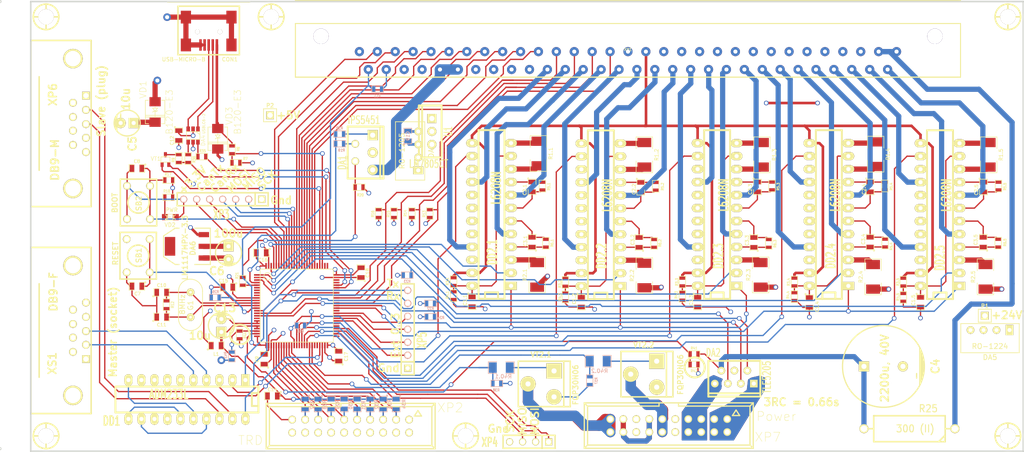
<source format=kicad_pcb>
(kicad_pcb (version 3) (host pcbnew "(2013-feb-26)-stable")
  (layers (15 F.Cu signal) (2 ground.Cu power hide) (1 power.Cu mixed) (0 B.Cu signal) (18 B.Paste user) (19 F.Paste user) (20 B.SilkS user) (21 F.SilkS user) (22 B.Mask user) (23 F.Mask user) (28 Edge.Cuts user))
  (net 0 "")
  (net 1 +3.3V)
  (net 2 +5V)
  (net 3 /EP0)
  (net 4 /EP1)
  (net 5 /EP2)
  (net 6 /EP3)
  (net 7 "/Filters slit #1/+10V")
  (net 8 "/Filters slit #1/+24V")
  (net 9 "/Filters slit #1/A")
  (net 10 "/Filters slit #1/A*")
  (net 11 "/Filters slit #1/B")
  (net 12 "/Filters slit #1/B*")
  (net 13 "/Filters slit #1/SM_CLK")
  (net 14 "/Filters slit #1/SM_DIR")
  (net 15 "/Filters slit #1/SM_EN")
  (net 16 "/Filters slit #2/A")
  (net 17 "/Filters slit #2/A*")
  (net 18 "/Filters slit #2/B")
  (net 19 "/Filters slit #2/B*")
  (net 20 "/Filters slit #2/SM_DIR")
  (net 21 "/Filters slit #2/SM_EN")
  (net 22 /Hall0)
  (net 23 /Hall1)
  (net 24 /Hall2)
  (net 25 /Hall3)
  (net 26 /Hall4)
  (net 27 /Hall5)
  (net 28 /Hall6)
  (net 29 /Hall7)
  (net 30 /Hall8)
  (net 31 /Hall9)
  (net 32 "/Long stage/A")
  (net 33 "/Long stage/A*")
  (net 34 "/Long stage/B")
  (net 35 "/Long stage/B*")
  (net 36 "/Long stage/SM_CLK")
  (net 37 "/Long stage/SM_DIR")
  (net 38 "/Long stage/SM_EN")
  (net 39 /POW3)
  (net 40 /POW_LOAD)
  (net 41 "/Power MOSFET module 1/GND_OUT")
  (net 42 "/Power MOSFET module 1/ON")
  (net 43 "/Power MOSFET module 2/GND_OUT")
  (net 44 "/Power MOSFET module 2/ON")
  (net 45 "/STM32F103 module/1-WIRE")
  (net 46 "/STM32F103 module/BOOT")
  (net 47 "/STM32F103 module/DG_FEEDBACK")
  (net 48 "/STM32F103 module/EXT0")
  (net 49 "/STM32F103 module/EXT1")
  (net 50 "/STM32F103 module/EXT2")
  (net 51 "/STM32F103 module/EXT3")
  (net 52 "/STM32F103 module/I2C_SCL/CANRX")
  (net 53 "/STM32F103 module/I2C_SDA/CANTX")
  (net 54 "/STM32F103 module/POW3_FEEDBACK")
  (net 55 "/STM32F103 module/RS-232 level converter/UART_RX")
  (net 56 "/STM32F103 module/RS-232 level converter/UART_RX1")
  (net 57 "/STM32F103 module/RS-232 level converter/UART_TX")
  (net 58 "/STM32F103 module/RS-232 level converter/UART_TX1")
  (net 59 "/STM32F103 module/RST")
  (net 60 "/STM32F103 module/SPI1_MISO")
  (net 61 "/STM32F103 module/SPI1_MOSI")
  (net 62 "/STM32F103 module/SPI1_SCK")
  (net 63 "/STM32F103 module/SPI2_MISO")
  (net 64 "/STM32F103 module/SPI2_MOSI")
  (net 65 "/STM32F103 module/SPI2_SCK")
  (net 66 "/STM32F103 module/U10")
  (net 67 "/STM32F103 module/USB input circuit/USB_DISC")
  (net 68 "/STM32F103 module/USB input circuit/USB_DM")
  (net 69 "/STM32F103 module/USB input circuit/USB_DP")
  (net 70 "/STM32F103 module/USB input circuit/USB_POWER")
  (net 71 "/STM32F103 module/VDDA")
  (net 72 "/Short stage/A")
  (net 73 "/Short stage/A*")
  (net 74 "/Short stage/B")
  (net 75 "/Short stage/B*")
  (net 76 "/Short stage/SM_DIR")
  (net 77 "/Short stage/SM_EN")
  (net 78 "/Shutter MOSFET/+36V")
  (net 79 "/Shutter MOSFET/EF")
  (net 80 "/Shutter MOSFET/IN1")
  (net 81 "/Shutter MOSFET/IN2")
  (net 82 "/Shutter MOSFET/OUT1")
  (net 83 "/Shutter MOSFET/OUT2")
  (net 84 "/Shutter MOSFET/Sense")
  (net 85 /T1_0)
  (net 86 /T1_1)
  (net 87 /T1_2)
  (net 88 /T1_3)
  (net 89 /T1_4)
  (net 90 /T1_5)
  (net 91 /T1_6)
  (net 92 /T1_7)
  (net 93 "/Turret slits/A")
  (net 94 "/Turret slits/A*")
  (net 95 "/Turret slits/B")
  (net 96 "/Turret slits/B*")
  (net 97 "/Turret slits/SM_DIR")
  (net 98 "/Turret slits/SM_EN")
  (net 99 GND)
  (net 100 N-00000101)
  (net 101 N-00000105)
  (net 102 N-00000106)
  (net 103 N-00000121)
  (net 104 N-00000122)
  (net 105 N-00000123)
  (net 106 N-00000124)
  (net 107 N-00000125)
  (net 108 N-00000126)
  (net 109 N-00000128)
  (net 110 N-00000129)
  (net 111 N-00000131)
  (net 112 N-00000132)
  (net 113 N-00000133)
  (net 114 N-00000134)
  (net 115 N-00000135)
  (net 116 N-00000136)
  (net 117 N-00000137)
  (net 118 N-00000139)
  (net 119 N-00000140)
  (net 120 N-00000141)
  (net 121 N-00000142)
  (net 122 N-00000144)
  (net 123 N-00000145)
  (net 124 N-00000146)
  (net 125 N-00000147)
  (net 126 N-00000148)
  (net 127 N-00000152)
  (net 128 N-00000153)
  (net 129 N-00000154)
  (net 130 N-00000155)
  (net 131 N-00000156)
  (net 132 N-00000169)
  (net 133 N-0000017)
  (net 134 N-00000170)
  (net 135 N-00000171)
  (net 136 N-00000172)
  (net 137 N-00000173)
  (net 138 N-00000174)
  (net 139 N-00000175)
  (net 140 N-0000037)
  (net 141 N-0000070)
  (net 142 N-0000071)
  (net 143 N-0000072)
  (net 144 N-0000073)
  (net 145 N-0000074)
  (net 146 N-0000095)
  (module VASCH10x2 (layer F.Cu) (at 175.7172 139.9794 180)
    (fp_text reference XP7 (at -19.3548 -2.2606 180) (layer F.SilkS) (effects (font (size 1.778 1.778) (thickness 0.0889))))
    (fp_text value Power (at -21.0058 1.8034 180) (layer F.SilkS) (effects (font (size 1.778 1.778) (thickness 0.0889))))
    (pad 1 thru_hole circle (at -11.43 1.27 180) (size 1.50622 1.50622) (drill 0.99822) (layers *.Cu *.Mask F.Paste F.SilkS) (net 82 "/Shutter MOSFET/OUT1"))
    (pad 2 thru_hole circle (at -11.43 -1.27 180) (size 1.50622 1.50622) (drill 0.99822) (layers *.Cu *.Mask F.Paste F.SilkS) (net 82 "/Shutter MOSFET/OUT1"))
    (pad 3 thru_hole circle (at -8.89 1.27 180) (size 1.50622 1.50622) (drill 0.99822) (layers *.Cu *.Mask F.Paste F.SilkS) (net 82 "/Shutter MOSFET/OUT1"))
    (pad 4 thru_hole circle (at -8.89 -1.27 180) (size 1.50622 1.50622) (drill 0.99822) (layers *.Cu *.Mask F.Paste F.SilkS) (net 82 "/Shutter MOSFET/OUT1"))
    (pad 5 thru_hole circle (at -6.35 1.27 180) (size 1.50622 1.50622) (drill 0.99822) (layers *.Cu *.Mask F.Paste F.SilkS) (net 83 "/Shutter MOSFET/OUT2"))
    (pad 6 thru_hole circle (at -6.35 -1.27 180) (size 1.50622 1.50622) (drill 0.99822) (layers *.Cu *.Mask F.Paste F.SilkS) (net 83 "/Shutter MOSFET/OUT2"))
    (pad 7 thru_hole circle (at -3.81 1.27 180) (size 1.50622 1.50622) (drill 0.99822) (layers *.Cu *.Mask F.Paste F.SilkS) (net 83 "/Shutter MOSFET/OUT2"))
    (pad 8 thru_hole circle (at -3.81 -1.27 180) (size 1.50622 1.50622) (drill 0.99822) (layers *.Cu *.Mask F.Paste F.SilkS) (net 83 "/Shutter MOSFET/OUT2"))
    (pad 9 thru_hole circle (at -1.27 1.27 180) (size 1.50622 1.50622) (drill 0.99822) (layers *.Cu *.Mask F.Paste F.SilkS))
    (pad 10 thru_hole circle (at -1.27 -1.27 180) (size 1.50622 1.50622) (drill 0.99822) (layers *.Cu *.Mask F.Paste F.SilkS))
    (pad 11 thru_hole circle (at 1.27 1.27 180) (size 1.50622 1.50622) (drill 0.99822) (layers *.Cu *.Mask F.Paste F.SilkS) (net 41 "/Power MOSFET module 1/GND_OUT"))
    (pad 12 thru_hole circle (at 1.27 -1.27 180) (size 1.50622 1.50622) (drill 0.99822) (layers *.Cu *.Mask F.Paste F.SilkS) (net 41 "/Power MOSFET module 1/GND_OUT"))
    (pad 13 thru_hole circle (at 3.81 1.27 180) (size 1.50622 1.50622) (drill 0.99822) (layers *.Cu *.Mask F.Paste F.SilkS) (net 7 "/Filters slit #1/+10V"))
    (pad 14 thru_hole circle (at 3.81 -1.27 180) (size 1.50622 1.50622) (drill 0.99822) (layers *.Cu *.Mask F.Paste F.SilkS) (net 7 "/Filters slit #1/+10V"))
    (pad 15 thru_hole circle (at 6.35 1.27 180) (size 1.50622 1.50622) (drill 0.99822) (layers *.Cu *.Mask F.Paste F.SilkS))
    (pad 16 thru_hole circle (at 6.35 -1.27 180) (size 1.50622 1.50622) (drill 0.99822) (layers *.Cu *.Mask F.Paste F.SilkS))
    (pad 17 thru_hole circle (at 8.89 1.27 180) (size 1.50622 1.50622) (drill 0.99822) (layers *.Cu *.Mask F.Paste F.SilkS) (net 7 "/Filters slit #1/+10V"))
    (pad 18 thru_hole circle (at 8.89 -1.27 180) (size 1.50622 1.50622) (drill 0.99822) (layers *.Cu *.Mask F.Paste F.SilkS) (net 7 "/Filters slit #1/+10V"))
    (pad 19 thru_hole circle (at 11.43 1.27 180) (size 1.50622 1.50622) (drill 0.99822) (layers *.Cu *.Mask F.Paste F.SilkS) (net 43 "/Power MOSFET module 2/GND_OUT"))
    (pad 20 thru_hole circle (at 11.43 -1.27 180) (size 1.50622 1.50622) (drill 0.99822) (layers *.Cu *.Mask F.Paste F.SilkS) (net 43 "/Power MOSFET module 2/GND_OUT"))
  )
  (module VASCH10x2 (layer F.Cu) (at 113.538 140.081 180)
    (fp_text reference XP2 (at -19.462 3.581 180) (layer F.SilkS) (effects (font (size 1.778 1.778) (thickness 0.0889))))
    (fp_text value TRD (at 19.558 -2.794 180) (layer F.SilkS) (effects (font (size 1.778 1.778) (thickness 0.0889))))
    (pad 1 thru_hole circle (at -11.43 1.27 180) (size 1.50622 1.50622) (drill 0.99822) (layers *.Cu *.Mask F.Paste F.SilkS) (net 99 GND))
    (pad 2 thru_hole circle (at -11.43 -1.27 180) (size 1.50622 1.50622) (drill 0.99822) (layers *.Cu *.Mask F.Paste F.SilkS) (net 99 GND))
    (pad 3 thru_hole circle (at -8.89 1.27 180) (size 1.50622 1.50622) (drill 0.99822) (layers *.Cu *.Mask F.Paste F.SilkS) (net 85 /T1_0))
    (pad 4 thru_hole circle (at -8.89 -1.27 180) (size 1.50622 1.50622) (drill 0.99822) (layers *.Cu *.Mask F.Paste F.SilkS) (net 99 GND))
    (pad 5 thru_hole circle (at -6.35 1.27 180) (size 1.50622 1.50622) (drill 0.99822) (layers *.Cu *.Mask F.Paste F.SilkS) (net 86 /T1_1))
    (pad 6 thru_hole circle (at -6.35 -1.27 180) (size 1.50622 1.50622) (drill 0.99822) (layers *.Cu *.Mask F.Paste F.SilkS) (net 99 GND))
    (pad 7 thru_hole circle (at -3.81 1.27 180) (size 1.50622 1.50622) (drill 0.99822) (layers *.Cu *.Mask F.Paste F.SilkS) (net 87 /T1_2))
    (pad 8 thru_hole circle (at -3.81 -1.27 180) (size 1.50622 1.50622) (drill 0.99822) (layers *.Cu *.Mask F.Paste F.SilkS) (net 99 GND))
    (pad 9 thru_hole circle (at -1.27 1.27 180) (size 1.50622 1.50622) (drill 0.99822) (layers *.Cu *.Mask F.Paste F.SilkS) (net 88 /T1_3))
    (pad 10 thru_hole circle (at -1.27 -1.27 180) (size 1.50622 1.50622) (drill 0.99822) (layers *.Cu *.Mask F.Paste F.SilkS) (net 99 GND))
    (pad 11 thru_hole circle (at 1.27 1.27 180) (size 1.50622 1.50622) (drill 0.99822) (layers *.Cu *.Mask F.Paste F.SilkS) (net 89 /T1_4))
    (pad 12 thru_hole circle (at 1.27 -1.27 180) (size 1.50622 1.50622) (drill 0.99822) (layers *.Cu *.Mask F.Paste F.SilkS) (net 99 GND))
    (pad 13 thru_hole circle (at 3.81 1.27 180) (size 1.50622 1.50622) (drill 0.99822) (layers *.Cu *.Mask F.Paste F.SilkS) (net 90 /T1_5))
    (pad 14 thru_hole circle (at 3.81 -1.27 180) (size 1.50622 1.50622) (drill 0.99822) (layers *.Cu *.Mask F.Paste F.SilkS) (net 99 GND))
    (pad 15 thru_hole circle (at 6.35 1.27 180) (size 1.50622 1.50622) (drill 0.99822) (layers *.Cu *.Mask F.Paste F.SilkS) (net 91 /T1_6))
    (pad 16 thru_hole circle (at 6.35 -1.27 180) (size 1.50622 1.50622) (drill 0.99822) (layers *.Cu *.Mask F.Paste F.SilkS) (net 99 GND))
    (pad 17 thru_hole circle (at 8.89 1.27 180) (size 1.50622 1.50622) (drill 0.99822) (layers *.Cu *.Mask F.Paste F.SilkS) (net 92 /T1_7))
    (pad 18 thru_hole circle (at 8.89 -1.27 180) (size 1.50622 1.50622) (drill 0.99822) (layers *.Cu *.Mask F.Paste F.SilkS) (net 99 GND))
    (pad 19 thru_hole circle (at 11.43 1.27 180) (size 1.50622 1.50622) (drill 0.99822) (layers *.Cu *.Mask F.Paste F.SilkS) (net 99 GND))
    (pad 20 thru_hole circle (at 11.43 -1.27 180) (size 1.50622 1.50622) (drill 0.99822) (layers *.Cu *.Mask F.Paste F.SilkS) (net 99 GND))
  )
  (module CP_16x25mm (layer F.Cu) (at 217.678 128.397 270)
    (fp_text reference C4 (at 0 -10.16 270) (layer F.SilkS) (effects (font (size 1.524 1.524) (thickness 0.3048))))
    (fp_text value "2200u, 40V" (at 0.381 -0.254 270) (layer F.SilkS) (effects (font (size 1.524 1.524) (thickness 0.3048))))
    (pad 1 thru_hole rect (at 0 3.81 270) (size 1.99898 1.99898) (drill 1) (layers *.Cu *.Mask F.SilkS) (net 125 N-00000147))
    (pad 2 thru_hole circle (at 0 -3.81 270) (size 1.99898 1.99898) (drill 1) (layers *.Cu *.Mask F.SilkS) (net 99 GND))
  )
  (module LQFP100_STM32 (layer F.Cu) (at 103 116.5)
    (fp_text reference DD3)
    (fp_text value STM32F103 hide)
    (pad 1 smd rect (at -7.747 -5.99948) (size 1.20142 0.29972) (layers F.Cu F.Paste F.Mask) (net 20 "/Filters slit #2/SM_DIR"))
    (pad 2 smd rect (at -7.747 -5.4991) (size 1.20142 0.29972) (layers F.Cu F.Paste F.Mask) (net 37 "/Long stage/SM_DIR"))
    (pad 3 smd rect (at -7.747 -4.99872) (size 1.20142 0.29972) (layers F.Cu F.Paste F.Mask) (net 76 "/Short stage/SM_DIR"))
    (pad 4 smd rect (at -7.747 -4.49834) (size 1.20142 0.29972) (layers F.Cu F.Paste F.Mask) (net 39 /POW3))
    (pad 5 smd rect (at -7.747 -3.99796) (size 1.20142 0.29972) (layers F.Cu F.Paste F.Mask) (net 47 "/STM32F103 module/DG_FEEDBACK"))
    (pad 6 smd rect (at -7.747 -3.49758) (size 1.20142 0.30226) (layers F.Cu F.Paste F.Mask))
    (pad 7 smd rect (at -7.747 -2.99974) (size 1.20142 0.29972) (layers F.Cu F.Paste F.Mask))
    (pad 8 smd rect (at -7.747 -2.49936) (size 1.20142 0.29972) (layers F.Cu F.Paste F.Mask))
    (pad 9 smd rect (at -7.747 -1.99898) (size 1.20142 0.29972) (layers F.Cu F.Paste F.Mask))
    (pad 10 smd rect (at -7.747 -1.4986) (size 1.20142 0.29972) (layers F.Cu F.Paste F.Mask) (net 99 GND))
    (pad 11 smd rect (at -7.747 -0.99822) (size 1.20142 0.29972) (layers F.Cu F.Paste F.Mask) (net 1 +3.3V))
    (pad 12 smd rect (at -7.747 -0.49784) (size 1.20142 0.29972) (layers F.Cu F.Paste F.Mask) (net 101 N-00000105))
    (pad 13 smd rect (at -7.747 0) (size 1.20142 0.29972) (layers F.Cu F.Paste F.Mask) (net 102 N-00000106))
    (pad 14 smd rect (at -7.747 0.49784) (size 1.20142 0.29972) (layers F.Cu F.Paste F.Mask) (net 59 "/STM32F103 module/RST"))
    (pad 15 smd rect (at -7.747 0.99822) (size 1.20142 0.29972) (layers F.Cu F.Paste F.Mask) (net 81 "/Shutter MOSFET/IN2"))
    (pad 16 smd rect (at -7.747 1.4986) (size 1.20142 0.29972) (layers F.Cu F.Paste F.Mask) (net 79 "/Shutter MOSFET/EF"))
    (pad 17 smd rect (at -7.747 1.99898) (size 1.20142 0.29972) (layers F.Cu F.Paste F.Mask) (net 80 "/Shutter MOSFET/IN1"))
    (pad 18 smd rect (at -7.747 2.49936) (size 1.20142 0.29972) (layers F.Cu F.Paste F.Mask))
    (pad 19 smd rect (at -7.747 2.99974) (size 1.20142 0.29972) (layers F.Cu F.Paste F.Mask) (net 99 GND))
    (pad 20 smd rect (at -7.747 3.49758) (size 1.20142 0.30226) (layers F.Cu F.Paste F.Mask) (net 99 GND))
    (pad 21 smd rect (at -7.747 3.99796) (size 1.20142 0.29972) (layers F.Cu F.Paste F.Mask) (net 71 "/STM32F103 module/VDDA"))
    (pad 22 smd rect (at -7.747 4.49834) (size 1.20142 0.29972) (layers F.Cu F.Paste F.Mask) (net 71 "/STM32F103 module/VDDA"))
    (pad 23 smd rect (at -7.747 4.99872) (size 1.20142 0.29972) (layers F.Cu F.Paste F.Mask) (net 66 "/STM32F103 module/U10"))
    (pad 24 smd rect (at -7.747 5.4991) (size 1.20142 0.29972) (layers F.Cu F.Paste F.Mask) (net 84 "/Shutter MOSFET/Sense"))
    (pad 25 smd rect (at -7.747 5.99948) (size 1.20142 0.29972) (layers F.Cu F.Paste F.Mask) (net 45 "/STM32F103 module/1-WIRE"))
    (pad 26 smd rect (at -5.99948 7.747) (size 0.29972 1.20142) (layers F.Cu F.Paste F.Mask) (net 45 "/STM32F103 module/1-WIRE"))
    (pad 27 smd rect (at -5.4991 7.747) (size 0.29972 1.20142) (layers F.Cu F.Paste F.Mask) (net 99 GND))
    (pad 28 smd rect (at -4.99872 7.747) (size 0.29972 1.20142) (layers F.Cu F.Paste F.Mask) (net 1 +3.3V))
    (pad 29 smd rect (at -4.49834 7.747) (size 0.29972 1.20142) (layers F.Cu F.Paste F.Mask) (net 92 /T1_7))
    (pad 30 smd rect (at -3.99796 7.747) (size 0.29972 1.20142) (layers F.Cu F.Paste F.Mask) (net 91 /T1_6))
    (pad 31 smd rect (at -3.49758 7.747) (size 0.30226 1.20142) (layers F.Cu F.Paste F.Mask) (net 90 /T1_5))
    (pad 32 smd rect (at -2.99974 7.747) (size 0.29972 1.20142) (layers F.Cu F.Paste F.Mask) (net 89 /T1_4))
    (pad 33 smd rect (at -2.49936 7.747) (size 0.29972 1.20142) (layers F.Cu F.Paste F.Mask) (net 88 /T1_3))
    (pad 34 smd rect (at -1.99898 7.747) (size 0.29972 1.20142) (layers F.Cu F.Paste F.Mask) (net 87 /T1_2))
    (pad 35 smd rect (at -1.4986 7.747) (size 0.29972 1.20142) (layers F.Cu F.Paste F.Mask) (net 86 /T1_1))
    (pad 36 smd rect (at -0.99822 7.747) (size 0.29972 1.20142) (layers F.Cu F.Paste F.Mask) (net 85 /T1_0))
    (pad 37 smd rect (at -0.49784 7.747) (size 0.29972 1.20142) (layers F.Cu F.Paste F.Mask) (net 146 N-0000095))
    (pad 38 smd rect (at 0 7.747) (size 0.29972 1.20142) (layers F.Cu F.Paste F.Mask) (net 98 "/Turret slits/SM_EN"))
    (pad 39 smd rect (at 0.49784 7.747) (size 0.29972 1.20142) (layers F.Cu F.Paste F.Mask) (net 15 "/Filters slit #1/SM_EN"))
    (pad 40 smd rect (at 0.99822 7.747) (size 0.29972 1.20142) (layers F.Cu F.Paste F.Mask) (net 21 "/Filters slit #2/SM_EN"))
    (pad 41 smd rect (at 1.4986 7.747) (size 0.29972 1.20142) (layers F.Cu F.Paste F.Mask) (net 38 "/Long stage/SM_EN"))
    (pad 42 smd rect (at 1.99898 7.747) (size 0.29972 1.20142) (layers F.Cu F.Paste F.Mask) (net 77 "/Short stage/SM_EN"))
    (pad 43 smd rect (at 2.49936 7.747) (size 0.29972 1.20142) (layers F.Cu F.Paste F.Mask) (net 44 "/Power MOSFET module 2/ON"))
    (pad 44 smd rect (at 2.99974 7.747) (size 0.29972 1.20142) (layers F.Cu F.Paste F.Mask) (net 42 "/Power MOSFET module 1/ON"))
    (pad 45 smd rect (at 3.49758 7.747) (size 0.30226 1.20142) (layers F.Cu F.Paste F.Mask))
    (pad 46 smd rect (at 3.99796 7.747) (size 0.29972 1.20142) (layers F.Cu F.Paste F.Mask))
    (pad 47 smd rect (at 4.49834 7.747) (size 0.29972 1.20142) (layers F.Cu F.Paste F.Mask) (net 57 "/STM32F103 module/RS-232 level converter/UART_TX"))
    (pad 48 smd rect (at 4.99872 7.747) (size 0.29972 1.20142) (layers F.Cu F.Paste F.Mask) (net 55 "/STM32F103 module/RS-232 level converter/UART_RX"))
    (pad 49 smd rect (at 5.4991 7.747) (size 0.29972 1.20142) (layers F.Cu F.Paste F.Mask) (net 99 GND))
    (pad 50 smd rect (at 5.99948 7.747) (size 0.29972 1.20142) (layers F.Cu F.Paste F.Mask) (net 1 +3.3V))
    (pad 51 smd rect (at 7.747 5.99948) (size 1.20142 0.29972) (layers F.Cu F.Paste F.Mask))
    (pad 52 smd rect (at 7.747 5.4991) (size 1.20142 0.29972) (layers F.Cu F.Paste F.Mask) (net 65 "/STM32F103 module/SPI2_SCK"))
    (pad 53 smd rect (at 7.747 4.99872) (size 1.20142 0.29972) (layers F.Cu F.Paste F.Mask) (net 63 "/STM32F103 module/SPI2_MISO"))
    (pad 54 smd rect (at 7.747 4.49834) (size 1.20142 0.29972) (layers F.Cu F.Paste F.Mask) (net 64 "/STM32F103 module/SPI2_MOSI"))
    (pad 55 smd rect (at 7.747 3.99796) (size 1.20142 0.29972) (layers F.Cu F.Paste F.Mask))
    (pad 56 smd rect (at 7.747 3.49758) (size 1.20142 0.30226) (layers F.Cu F.Paste F.Mask))
    (pad 57 smd rect (at 7.747 2.99974) (size 1.20142 0.29972) (layers F.Cu F.Paste F.Mask) (net 48 "/STM32F103 module/EXT0"))
    (pad 58 smd rect (at 7.747 2.49936) (size 1.20142 0.29972) (layers F.Cu F.Paste F.Mask) (net 49 "/STM32F103 module/EXT1"))
    (pad 59 smd rect (at 7.747 1.99898) (size 1.20142 0.29972) (layers F.Cu F.Paste F.Mask) (net 50 "/STM32F103 module/EXT2"))
    (pad 60 smd rect (at 7.747 1.4986) (size 1.20142 0.29972) (layers F.Cu F.Paste F.Mask) (net 51 "/STM32F103 module/EXT3"))
    (pad 61 smd rect (at 7.747 0.99822) (size 1.20142 0.29972) (layers F.Cu F.Paste F.Mask))
    (pad 62 smd rect (at 7.747 0.49784) (size 1.20142 0.29972) (layers F.Cu F.Paste F.Mask) (net 36 "/Long stage/SM_CLK"))
    (pad 63 smd rect (at 7.747 0) (size 1.20142 0.29972) (layers F.Cu F.Paste F.Mask) (net 13 "/Filters slit #1/SM_CLK"))
    (pad 64 smd rect (at 7.747 -0.49784) (size 1.20142 0.29972) (layers F.Cu F.Paste F.Mask) (net 3 /EP0))
    (pad 65 smd rect (at 7.747 -0.99822) (size 1.20142 0.29972) (layers F.Cu F.Paste F.Mask) (net 4 /EP1))
    (pad 66 smd rect (at 7.747 -1.4986) (size 1.20142 0.29972) (layers F.Cu F.Paste F.Mask) (net 5 /EP2))
    (pad 67 smd rect (at 7.747 -1.99898) (size 1.20142 0.29972) (layers F.Cu F.Paste F.Mask) (net 6 /EP3))
    (pad 68 smd rect (at 7.747 -2.49936) (size 1.20142 0.29972) (layers F.Cu F.Paste F.Mask) (net 58 "/STM32F103 module/RS-232 level converter/UART_TX1"))
    (pad 69 smd rect (at 7.747 -2.99974) (size 1.20142 0.29972) (layers F.Cu F.Paste F.Mask) (net 56 "/STM32F103 module/RS-232 level converter/UART_RX1"))
    (pad 70 smd rect (at 7.747 -3.49758) (size 1.20142 0.30226) (layers F.Cu F.Paste F.Mask) (net 68 "/STM32F103 module/USB input circuit/USB_DM"))
    (pad 71 smd rect (at 7.747 -3.99796) (size 1.20142 0.29972) (layers F.Cu F.Paste F.Mask) (net 69 "/STM32F103 module/USB input circuit/USB_DP"))
    (pad 72 smd rect (at 7.747 -4.49834) (size 1.20142 0.29972) (layers F.Cu F.Paste F.Mask))
    (pad 73 smd rect (at 7.747 -4.99872) (size 1.20142 0.29972) (layers F.Cu F.Paste F.Mask))
    (pad 74 smd rect (at 7.747 -5.4991) (size 1.20142 0.29972) (layers F.Cu F.Paste F.Mask) (net 99 GND))
    (pad 75 smd rect (at 7.747 -5.99948) (size 1.20142 0.29972) (layers F.Cu F.Paste F.Mask) (net 1 +3.3V))
    (pad 76 smd rect (at 5.99948 -7.747) (size 0.29972 1.20142) (layers F.Cu F.Paste F.Mask))
    (pad 77 smd rect (at 5.4991 -7.747) (size 0.29972 1.20142) (layers F.Cu F.Paste F.Mask))
    (pad 78 smd rect (at 4.99872 -7.747) (size 0.29972 1.20142) (layers F.Cu F.Paste F.Mask) (net 70 "/STM32F103 module/USB input circuit/USB_POWER"))
    (pad 79 smd rect (at 4.49834 -7.747) (size 0.29972 1.20142) (layers F.Cu F.Paste F.Mask) (net 67 "/STM32F103 module/USB input circuit/USB_DISC"))
    (pad 80 smd rect (at 3.99796 -7.747) (size 0.29972 1.20142) (layers F.Cu F.Paste F.Mask))
    (pad 81 smd rect (at 3.49758 -7.747) (size 0.30226 1.20142) (layers F.Cu F.Paste F.Mask) (net 22 /Hall0))
    (pad 82 smd rect (at 2.99974 -7.747) (size 0.29972 1.20142) (layers F.Cu F.Paste F.Mask) (net 23 /Hall1))
    (pad 83 smd rect (at 2.49936 -7.747) (size 0.29972 1.20142) (layers F.Cu F.Paste F.Mask) (net 24 /Hall2))
    (pad 84 smd rect (at 1.99898 -7.747) (size 0.29972 1.20142) (layers F.Cu F.Paste F.Mask) (net 25 /Hall3))
    (pad 85 smd rect (at 1.4986 -7.747) (size 0.29972 1.20142) (layers F.Cu F.Paste F.Mask) (net 26 /Hall4))
    (pad 86 smd rect (at 0.99822 -7.747) (size 0.29972 1.20142) (layers F.Cu F.Paste F.Mask) (net 27 /Hall5))
    (pad 87 smd rect (at 0.49784 -7.747) (size 0.29972 1.20142) (layers F.Cu F.Paste F.Mask) (net 28 /Hall6))
    (pad 88 smd rect (at 0 -7.747) (size 0.29972 1.20142) (layers F.Cu F.Paste F.Mask) (net 29 /Hall7))
    (pad 89 smd rect (at -0.49784 -7.747) (size 0.29972 1.20142) (layers F.Cu F.Paste F.Mask) (net 62 "/STM32F103 module/SPI1_SCK"))
    (pad 90 smd rect (at -0.99822 -7.747) (size 0.29972 1.20142) (layers F.Cu F.Paste F.Mask) (net 60 "/STM32F103 module/SPI1_MISO"))
    (pad 91 smd rect (at -1.4986 -7.747) (size 0.29972 1.20142) (layers F.Cu F.Paste F.Mask) (net 61 "/STM32F103 module/SPI1_MOSI"))
    (pad 92 smd rect (at -1.99898 -7.747) (size 0.29972 1.20142) (layers F.Cu F.Paste F.Mask) (net 30 /Hall8))
    (pad 93 smd rect (at -2.49936 -7.747) (size 0.29972 1.20142) (layers F.Cu F.Paste F.Mask) (net 31 /Hall9))
    (pad 94 smd rect (at -2.99974 -7.747) (size 0.29972 1.20142) (layers F.Cu F.Paste F.Mask) (net 46 "/STM32F103 module/BOOT"))
    (pad 95 smd rect (at -3.49758 -7.747) (size 0.30226 1.20142) (layers F.Cu F.Paste F.Mask) (net 52 "/STM32F103 module/I2C_SCL/CANRX"))
    (pad 96 smd rect (at -3.99796 -7.747) (size 0.29972 1.20142) (layers F.Cu F.Paste F.Mask) (net 53 "/STM32F103 module/I2C_SDA/CANTX"))
    (pad 97 smd rect (at -4.49834 -7.747) (size 0.29972 1.20142) (layers F.Cu F.Paste F.Mask) (net 97 "/Turret slits/SM_DIR"))
    (pad 98 smd rect (at -4.99872 -7.747) (size 0.29972 1.20142) (layers F.Cu F.Paste F.Mask) (net 14 "/Filters slit #1/SM_DIR"))
    (pad 99 smd rect (at -5.4991 -7.747) (size 0.29972 1.20142) (layers F.Cu F.Paste F.Mask) (net 99 GND))
    (pad 100 smd rect (at -5.99948 -7.747) (size 0.29972 1.20142) (layers F.Cu F.Paste F.Mask) (net 1 +3.3V))
  )
  (module TO220-7-12 (layer F.Cu) (at 188.5315 130.4925 270)
    (fp_text reference DA2 (at -4.7625 4.1275 360) (layer F.SilkS) (effects (font (size 1.524 1.016) (thickness 0.2032))))
    (fp_text value TLE5205 (at 0 -6.35 270) (layer F.SilkS) (effects (font (size 1.524 1.016) (thickness 0.2032))))
    (pad 7 thru_hole circle (at 1.27 3.81 270) (size 1.5 1.5) (drill 0.8) (layers *.Cu *.Mask F.SilkS) (net 83 "/Shutter MOSFET/OUT2"))
    (pad 1 thru_hole rect (at 1.27 -3.81 270) (size 1.5 1.5) (drill 0.8) (layers *.Cu *.Mask F.SilkS) (net 82 "/Shutter MOSFET/OUT1"))
    (pad 5 thru_hole circle (at 1.27 1.27 270) (size 1.5 1.5) (drill 0.8) (layers *.Cu *.Mask F.SilkS) (net 81 "/Shutter MOSFET/IN2"))
    (pad 6 thru_hole circle (at -1.27 2.54 270) (size 1.5 1.5) (drill 0.8) (layers *.Cu *.Mask F.SilkS) (net 125 N-00000147))
    (pad 2 thru_hole circle (at -1.27 -2.54 270) (size 1.5 1.5) (drill 0.8) (layers *.Cu *.Mask F.SilkS) (net 79 "/Shutter MOSFET/EF"))
    (pad 3 thru_hole circle (at 1.27 -1.27 270) (size 1.5 1.5) (drill 0.8) (layers *.Cu *.Mask F.SilkS) (net 80 "/Shutter MOSFET/IN1"))
    (pad 4 thru_hole circle (at -1.27 0 270) (size 1.5 1.5) (drill 0.8) (layers *.Cu *.Mask F.SilkS) (net 99 GND))
  )
  (module SOT323 (layer F.Cu) (at 77.3349 87.9217 180)
    (fp_text reference VT1 (at 1.8969 0.1647 180) (layer F.SilkS) (effects (font (size 0.762 0.762) (thickness 0.09906))))
    (fp_text value DTA114Y hide)
    (pad 2 smd rect (at -0.65024 -0.94996 180) (size 0.59944 1.00076) (layers F.Cu F.Paste F.Mask) (net 1 +3.3V))
    (pad 1 smd rect (at 0.65024 -0.94996 180) (size 0.59944 1.00076) (layers F.Cu F.Paste F.Mask) (net 67 "/STM32F103 module/USB input circuit/USB_DISC"))
    (pad 3 smd rect (at 0 0.94996 180) (size 0.59944 1.00076) (layers F.Cu F.Paste F.Mask) (net 136 N-00000172))
  )
  (module SOT23_6 (layer F.Cu) (at 82.7324 83.2227 180)
    (fp_text reference DA4 (at -1.9766 -0.9783 270) (layer F.SilkS) (effects (font (size 0.762 0.762) (thickness 0.0762))))
    (fp_text value USBLC6-2 (at -2.1036 2.3237 270) (layer F.SilkS) (effects (font (size 0.50038 0.50038) (thickness 0.0762))))
    (pad 6 smd rect (at -0.9525 -1.27 180) (size 0.70104 1.00076) (layers F.Cu F.Paste F.Mask) (net 138 N-00000174))
    (pad 5 smd rect (at 0 -1.27 180) (size 0.70104 1.00076) (layers F.Cu F.Paste F.Mask) (net 2 +5V))
    (pad 4 smd rect (at 0.9525 -1.27 180) (size 0.70104 1.00076) (layers F.Cu F.Paste F.Mask) (net 137 N-00000173))
    (pad 3 smd rect (at 0.9525 1.27 180) (size 0.70104 1.00076) (layers F.Cu F.Paste F.Mask) (net 134 N-00000170))
    (pad 2 smd rect (at 0 1.27 180) (size 0.70104 1.00076) (layers F.Cu F.Paste F.Mask) (net 99 GND))
    (pad 1 smd rect (at -0.9525 1.27 180) (size 0.70104 1.00076) (layers F.Cu F.Paste F.Mask) (net 135 N-00000171))
  )
  (module SM0805 (layer F.Cu) (at 71.755 112.7125 180)
    (fp_text reference C7 (at -0.127 -1.4605 180) (layer F.SilkS) (effects (font (size 0.635 0.635) (thickness 0.127))))
    (fp_text value 100n hide)
    (pad 1 smd rect (at -0.9525 0 180) (size 0.889 1.397) (layers F.Cu F.Paste F.Mask) (net 59 "/STM32F103 module/RST"))
    (pad 2 smd rect (at 0.9525 0 180) (size 0.889 1.397) (layers F.Cu F.Paste F.Mask) (net 99 GND))
  )
  (module SM0805 (layer F.Cu) (at 76.589 118.745)
    (fp_text reference C11 (at -0.008 1.524) (layer F.SilkS) (effects (font (size 0.635 0.635) (thickness 0.127))))
    (fp_text value 27p hide)
    (pad 1 smd rect (at -0.9525 0) (size 0.889 1.397) (layers F.Cu F.Paste F.Mask) (net 99 GND))
    (pad 2 smd rect (at 0.9525 0) (size 0.889 1.397) (layers F.Cu F.Paste F.Mask) (net 102 N-00000106))
  )
  (module SM0805 (layer F.Cu) (at 87.249 124.333)
    (fp_text reference L1 (at 0 1.651) (layer F.SilkS) (effects (font (size 0.635 0.635) (thickness 0.127))))
    (fp_text value BMB2A0300AN1 hide)
    (pad 1 smd rect (at -0.9525 0) (size 0.889 1.397) (layers F.Cu F.Paste F.Mask) (net 1 +3.3V))
    (pad 2 smd rect (at 0.9525 0) (size 0.889 1.397) (layers F.Cu F.Paste F.Mask) (net 71 "/STM32F103 module/VDDA"))
  )
  (module SM0805 (layer F.Cu) (at 98.2345 134.1755 180)
    (fp_text reference C14 (at 0 1.27 180) (layer F.SilkS) (effects (font (size 0.635 0.635) (thickness 0.127))))
    (fp_text value 100n hide)
    (pad 1 smd rect (at -0.9525 0 180) (size 0.889 1.397) (layers F.Cu F.Paste F.Mask) (net 71 "/STM32F103 module/VDDA"))
    (pad 2 smd rect (at 0.9525 0 180) (size 0.889 1.397) (layers F.Cu F.Paste F.Mask) (net 99 GND))
  )
  (module SM0805 (layer F.Cu) (at 215.0745 93.2815 270)
    (fp_text reference C2.4 (at 0.4445 1.2065 270) (layer F.SilkS) (effects (font (size 0.635 0.635) (thickness 0.127))))
    (fp_text value 1n hide)
    (pad 1 smd rect (at -0.9525 0 270) (size 0.889 1.397) (layers F.Cu F.Paste F.Mask) (net 120 N-00000141))
    (pad 2 smd rect (at 0.9525 0 270) (size 0.889 1.397) (layers F.Cu F.Paste F.Mask) (net 99 GND))
  )
  (module SM0805 (layer F.Cu) (at 181.356 115.824 270)
    (fp_text reference C1.3 (at -0.381 1.27 270) (layer F.SilkS) (effects (font (size 0.635 0.635) (thickness 0.127))))
    (fp_text value 68n hide)
    (pad 1 smd rect (at -0.9525 0 270) (size 0.889 1.397) (layers F.Cu F.Paste F.Mask) (net 145 N-0000074))
    (pad 2 smd rect (at 0.9525 0 270) (size 0.889 1.397) (layers F.Cu F.Paste F.Mask) (net 99 GND))
  )
  (module SM0805 (layer B.Cu) (at 109.728 135.763 270)
    (fp_text reference R29 (at 0.127 -1.27 270) (layer B.SilkS) (effects (font (size 0.635 0.635) (thickness 0.127)) (justify mirror)))
    (fp_text value RT0805BRB071KL hide)
    (pad 1 smd rect (at -0.9525 0 270) (size 0.889 1.397) (layers B.Cu B.Paste B.Mask) (net 71 "/STM32F103 module/VDDA"))
    (pad 2 smd rect (at 0.9525 0 270) (size 0.889 1.397) (layers B.Cu B.Paste B.Mask) (net 90 /T1_5))
  )
  (module SM0805 (layer F.Cu) (at 96.647 127 90)
    (fp_text reference C9 (at -0.012 -1.405 90) (layer F.SilkS) (effects (font (size 0.635 0.635) (thickness 0.127))))
    (fp_text value 100n hide)
    (pad 1 smd rect (at -0.9525 0 90) (size 0.889 1.397) (layers F.Cu F.Paste F.Mask) (net 1 +3.3V))
    (pad 2 smd rect (at 0.9525 0 90) (size 0.889 1.397) (layers F.Cu F.Paste F.Mask) (net 99 GND))
  )
  (module SM0805 (layer F.Cu) (at 76.589 113.919)
    (fp_text reference C10 (at -0.008 -1.397) (layer F.SilkS) (effects (font (size 0.635 0.635) (thickness 0.127))))
    (fp_text value 27p hide)
    (pad 1 smd rect (at -0.9525 0) (size 0.889 1.397) (layers F.Cu F.Paste F.Mask) (net 99 GND))
    (pad 2 smd rect (at 0.9525 0) (size 0.889 1.397) (layers F.Cu F.Paste F.Mask) (net 101 N-00000105))
  )
  (module SM0805 (layer F.Cu) (at 89.535 112.903 180)
    (fp_text reference C15 (at 0.889 1.27 180) (layer F.SilkS) (effects (font (size 0.635 0.635) (thickness 0.127))))
    (fp_text value 100n hide)
    (pad 1 smd rect (at -0.9525 0 180) (size 0.889 1.397) (layers F.Cu F.Paste F.Mask) (net 99 GND))
    (pad 2 smd rect (at 0.9525 0 180) (size 0.889 1.397) (layers F.Cu F.Paste F.Mask) (net 1 +3.3V))
  )
  (module SM0805 (layer F.Cu) (at 79.9384 83.2227 270)
    (fp_text reference C12 (at 0.9783 1.3254 270) (layer F.SilkS) (effects (font (size 0.635 0.635) (thickness 0.127))))
    (fp_text value 100n hide)
    (pad 1 smd rect (at -0.9525 0 270) (size 0.889 1.397) (layers F.Cu F.Paste F.Mask) (net 99 GND))
    (pad 2 smd rect (at 0.9525 0 270) (size 0.889 1.397) (layers F.Cu F.Paste F.Mask) (net 2 +5V))
  )
  (module SM0805 (layer F.Cu) (at 215.0745 104.0765 90)
    (fp_text reference C3.4 (at 0.5715 -1.3335 90) (layer F.SilkS) (effects (font (size 0.635 0.635) (thickness 0.127))))
    (fp_text value 1n hide)
    (pad 1 smd rect (at -0.9525 0 90) (size 0.889 1.397) (layers F.Cu F.Paste F.Mask) (net 123 N-00000145))
    (pad 2 smd rect (at 0.9525 0 90) (size 0.889 1.397) (layers F.Cu F.Paste F.Mask) (net 99 GND))
  )
  (module SM0805 (layer F.Cu) (at 71.755 89.662 180)
    (fp_text reference C8 (at 0 1.397 180) (layer F.SilkS) (effects (font (size 0.635 0.635) (thickness 0.127))))
    (fp_text value 100n hide)
    (pad 1 smd rect (at -0.9525 0 180) (size 0.889 1.397) (layers F.Cu F.Paste F.Mask) (net 46 "/STM32F103 module/BOOT"))
    (pad 2 smd rect (at 0.9525 0 180) (size 0.889 1.397) (layers F.Cu F.Paste F.Mask) (net 1 +3.3V))
  )
  (module SM0805 (layer F.Cu) (at 203.2 115.8875 270)
    (fp_text reference C1.4 (at 0.8255 -1.524 270) (layer F.SilkS) (effects (font (size 0.635 0.635) (thickness 0.127))))
    (fp_text value 68n hide)
    (pad 1 smd rect (at -0.9525 0 270) (size 0.889 1.397) (layers F.Cu F.Paste F.Mask) (net 122 N-00000144))
    (pad 2 smd rect (at 0.9525 0 270) (size 0.889 1.397) (layers F.Cu F.Paste F.Mask) (net 99 GND))
  )
  (module SM0805 (layer F.Cu) (at 192.3415 104.14 90)
    (fp_text reference C3.3 (at 0.381 -1.3335 90) (layer F.SilkS) (effects (font (size 0.635 0.635) (thickness 0.127))))
    (fp_text value 1n hide)
    (pad 1 smd rect (at -0.9525 0 90) (size 0.889 1.397) (layers F.Cu F.Paste F.Mask) (net 141 N-0000070))
    (pad 2 smd rect (at 0.9525 0 90) (size 0.889 1.397) (layers F.Cu F.Paste F.Mask) (net 99 GND))
  )
  (module SM0805 (layer B.Cu) (at 122.428 135.763 270)
    (fp_text reference R34 (at 0 -1.524 270) (layer B.SilkS) (effects (font (size 0.635 0.635) (thickness 0.127)) (justify mirror)))
    (fp_text value RT0805BRB071KL hide)
    (pad 1 smd rect (at -0.9525 0 270) (size 0.889 1.397) (layers B.Cu B.Paste B.Mask) (net 71 "/STM32F103 module/VDDA"))
    (pad 2 smd rect (at 0.9525 0 270) (size 0.889 1.397) (layers B.Cu B.Paste B.Mask) (net 85 /T1_0))
  )
  (module SM0805 (layer B.Cu) (at 119.888 135.763 270)
    (fp_text reference R33 (at 0 -1.27 270) (layer B.SilkS) (effects (font (size 0.635 0.635) (thickness 0.127)) (justify mirror)))
    (fp_text value RT0805BRB071KL hide)
    (pad 1 smd rect (at -0.9525 0 270) (size 0.889 1.397) (layers B.Cu B.Paste B.Mask) (net 71 "/STM32F103 module/VDDA"))
    (pad 2 smd rect (at 0.9525 0 270) (size 0.889 1.397) (layers B.Cu B.Paste B.Mask) (net 86 /T1_1))
  )
  (module SM0805 (layer F.Cu) (at 224.9235 115.8425 270)
    (fp_text reference C1.5 (at -0.3995 1.4035 270) (layer F.SilkS) (effects (font (size 0.635 0.635) (thickness 0.127))))
    (fp_text value 68n hide)
    (pad 1 smd rect (at -0.9525 0 270) (size 0.889 1.397) (layers F.Cu F.Paste F.Mask) (net 117 N-00000137))
    (pad 2 smd rect (at 0.9525 0 270) (size 0.889 1.397) (layers F.Cu F.Paste F.Mask) (net 99 GND))
  )
  (module SM0805 (layer F.Cu) (at 237.2425 93.3 270)
    (fp_text reference C2.5 (at 0.553 1.4035 270) (layer F.SilkS) (effects (font (size 0.635 0.635) (thickness 0.127))))
    (fp_text value 1n hide)
    (pad 1 smd rect (at -0.9525 0 270) (size 0.889 1.397) (layers F.Cu F.Paste F.Mask) (net 118 N-00000139))
    (pad 2 smd rect (at 0.9525 0 270) (size 0.889 1.397) (layers F.Cu F.Paste F.Mask) (net 99 GND))
  )
  (module SM0805 (layer F.Cu) (at 158.623 115.824 270)
    (fp_text reference C1.2 (at -0.635 1.397 270) (layer F.SilkS) (effects (font (size 0.635 0.635) (thickness 0.127))))
    (fp_text value 68n hide)
    (pad 1 smd rect (at -0.9525 0 270) (size 0.889 1.397) (layers F.Cu F.Paste F.Mask) (net 108 N-00000126))
    (pad 2 smd rect (at 0.9525 0 270) (size 0.889 1.397) (layers F.Cu F.Paste F.Mask) (net 99 GND))
  )
  (module SM0805 (layer F.Cu) (at 237.179 104.095 90)
    (fp_text reference C3.5 (at 0.463 -1.467 90) (layer F.SilkS) (effects (font (size 0.635 0.635) (thickness 0.127))))
    (fp_text value 1n hide)
    (pad 1 smd rect (at -0.9525 0 90) (size 0.889 1.397) (layers F.Cu F.Paste F.Mask) (net 116 N-00000136))
    (pad 2 smd rect (at 0.9525 0 90) (size 0.889 1.397) (layers F.Cu F.Paste F.Mask) (net 99 GND))
  )
  (module SM0805 (layer F.Cu) (at 170.2435 93.345 270)
    (fp_text reference C2.2 (at 0.381 1.3335 270) (layer F.SilkS) (effects (font (size 0.635 0.635) (thickness 0.127))))
    (fp_text value 1n hide)
    (pad 1 smd rect (at -0.9525 0 270) (size 0.889 1.397) (layers F.Cu F.Paste F.Mask) (net 105 N-00000123))
    (pad 2 smd rect (at 0.9525 0 270) (size 0.889 1.397) (layers F.Cu F.Paste F.Mask) (net 99 GND))
  )
  (module SM0805 (layer B.Cu) (at 117.348 135.763 270)
    (fp_text reference R32 (at 0.127 -1.27 270) (layer B.SilkS) (effects (font (size 0.635 0.635) (thickness 0.127)) (justify mirror)))
    (fp_text value RT0805BRB071KL hide)
    (pad 1 smd rect (at -0.9525 0 270) (size 0.889 1.397) (layers B.Cu B.Paste B.Mask) (net 71 "/STM32F103 module/VDDA"))
    (pad 2 smd rect (at 0.9525 0 270) (size 0.889 1.397) (layers B.Cu B.Paste B.Mask) (net 87 /T1_2))
  )
  (module SM0805 (layer F.Cu) (at 148.9961 104.0912 90)
    (fp_text reference C3.1 (at 0.2052 -1.2951 90) (layer F.SilkS) (effects (font (size 0.635 0.635) (thickness 0.127))))
    (fp_text value 1n hide)
    (pad 1 smd rect (at -0.9525 0 90) (size 0.889 1.397) (layers F.Cu F.Paste F.Mask) (net 112 N-00000132))
    (pad 2 smd rect (at 0.9525 0 90) (size 0.889 1.397) (layers F.Cu F.Paste F.Mask) (net 99 GND))
  )
  (module SM0805 (layer B.Cu) (at 114.808 135.763 270)
    (fp_text reference R31 (at 0.254 -1.27 270) (layer B.SilkS) (effects (font (size 0.635 0.635) (thickness 0.127)) (justify mirror)))
    (fp_text value RT0805BRB071KL hide)
    (pad 1 smd rect (at -0.9525 0 270) (size 0.889 1.397) (layers B.Cu B.Paste B.Mask) (net 71 "/STM32F103 module/VDDA"))
    (pad 2 smd rect (at 0.9525 0 270) (size 0.889 1.397) (layers B.Cu B.Paste B.Mask) (net 88 /T1_3))
  )
  (module SM0805 (layer F.Cu) (at 169.926 104.14 90)
    (fp_text reference C3.2 (at 0.508 -1.27 90) (layer F.SilkS) (effects (font (size 0.635 0.635) (thickness 0.127))))
    (fp_text value 1n hide)
    (pad 1 smd rect (at -0.9525 0 90) (size 0.889 1.397) (layers F.Cu F.Paste F.Mask) (net 104 N-00000122))
    (pad 2 smd rect (at 0.9525 0 90) (size 0.889 1.397) (layers F.Cu F.Paste F.Mask) (net 99 GND))
  )
  (module SM0805 (layer F.Cu) (at 148.9961 93.2708 270)
    (fp_text reference C2.1 (at 0.5822 1.4221 270) (layer F.SilkS) (effects (font (size 0.635 0.635) (thickness 0.127))))
    (fp_text value 1n hide)
    (pad 1 smd rect (at -0.9525 0 270) (size 0.889 1.397) (layers F.Cu F.Paste F.Mask) (net 113 N-00000133))
    (pad 2 smd rect (at 0.9525 0 270) (size 0.889 1.397) (layers F.Cu F.Paste F.Mask) (net 99 GND))
  )
  (module SM0805 (layer F.Cu) (at 137.274 115.7625 270)
    (fp_text reference C1.1 (at -0.3195 1.384 270) (layer F.SilkS) (effects (font (size 0.635 0.635) (thickness 0.127))))
    (fp_text value 68n hide)
    (pad 1 smd rect (at -0.9525 0 270) (size 0.889 1.397) (layers F.Cu F.Paste F.Mask) (net 111 N-00000131))
    (pad 2 smd rect (at 0.9525 0 270) (size 0.889 1.397) (layers F.Cu F.Paste F.Mask) (net 99 GND))
  )
  (module SM0805 (layer B.Cu) (at 112.268 135.763 270)
    (fp_text reference R30 (at 0.127 -1.27 270) (layer B.SilkS) (effects (font (size 0.635 0.635) (thickness 0.127)) (justify mirror)))
    (fp_text value RT0805BRB071KL hide)
    (pad 1 smd rect (at -0.9525 0 270) (size 0.889 1.397) (layers B.Cu B.Paste B.Mask) (net 71 "/STM32F103 module/VDDA"))
    (pad 2 smd rect (at 0.9525 0 270) (size 0.889 1.397) (layers B.Cu B.Paste B.Mask) (net 89 /T1_4))
  )
  (module SM0805 (layer F.Cu) (at 193.04 93.2815 270)
    (fp_text reference C2.3 (at 0.4445 1.397 270) (layer F.SilkS) (effects (font (size 0.635 0.635) (thickness 0.127))))
    (fp_text value 1n hide)
    (pad 1 smd rect (at -0.9525 0 270) (size 0.889 1.397) (layers F.Cu F.Paste F.Mask) (net 142 N-0000071))
    (pad 2 smd rect (at 0.9525 0 270) (size 0.889 1.397) (layers F.Cu F.Paste F.Mask) (net 99 GND))
  )
  (module SM0805 (layer F.Cu) (at 111.2012 126.3904 90)
    (fp_text reference C17 (at -0.1016 1.4478 90) (layer F.SilkS) (effects (font (size 0.635 0.635) (thickness 0.127))))
    (fp_text value 100n hide)
    (pad 1 smd rect (at -0.9525 0 90) (size 0.889 1.397) (layers F.Cu F.Paste F.Mask) (net 99 GND))
    (pad 2 smd rect (at 0.9525 0 90) (size 0.889 1.397) (layers F.Cu F.Paste F.Mask) (net 1 +3.3V))
  )
  (module SM0805 (layer F.Cu) (at 115.55 110.05 90)
    (fp_text reference C18 (at -0.059 1.29 90) (layer F.SilkS) (effects (font (size 0.635 0.635) (thickness 0.127))))
    (fp_text value 100n hide)
    (pad 1 smd rect (at -0.9525 0 90) (size 0.889 1.397) (layers F.Cu F.Paste F.Mask) (net 99 GND))
    (pad 2 smd rect (at 0.9525 0 90) (size 0.889 1.397) (layers F.Cu F.Paste F.Mask) (net 1 +3.3V))
  )
  (module SM0805 (layer F.Cu) (at 96.0755 106.172 180)
    (fp_text reference C16 (at -0.3175 -1.397 180) (layer F.SilkS) (effects (font (size 0.635 0.635) (thickness 0.127))))
    (fp_text value 100n hide)
    (pad 1 smd rect (at -0.9525 0 180) (size 0.889 1.397) (layers F.Cu F.Paste F.Mask) (net 99 GND))
    (pad 2 smd rect (at 0.9525 0 180) (size 0.889 1.397) (layers F.Cu F.Paste F.Mask) (net 1 +3.3V))
  )
  (module SM0603 (layer B.Cu) (at 124.587 110.5535)
    (fp_text reference R23 (at 0 1.2065) (layer B.SilkS) (effects (font (size 0.508 0.4572) (thickness 0.1143)) (justify mirror)))
    (fp_text value 10k hide)
    (pad 1 smd rect (at -0.762 0) (size 0.635 1.143) (layers B.Cu B.Paste B.Mask) (net 1 +3.3V))
    (pad 2 smd rect (at 0.762 0) (size 0.635 1.143) (layers B.Cu B.Paste B.Mask) (net 81 "/Shutter MOSFET/IN2"))
  )
  (module SM0603 (layer B.Cu) (at 129.159 118.6815)
    (fp_text reference R24 (at 2.032 0.1905) (layer B.SilkS) (effects (font (size 0.508 0.4572) (thickness 0.1143)) (justify mirror)))
    (fp_text value 10k hide)
    (pad 1 smd rect (at -0.762 0) (size 0.635 1.143) (layers B.Cu B.Paste B.Mask) (net 1 +3.3V))
    (pad 2 smd rect (at 0.762 0) (size 0.635 1.143) (layers B.Cu B.Paste B.Mask) (net 80 "/Shutter MOSFET/IN1"))
  )
  (module SM0603 (layer B.Cu) (at 129.159 116.078)
    (fp_text reference R22 (at 0 1.016) (layer B.SilkS) (effects (font (size 0.508 0.4572) (thickness 0.1143)) (justify mirror)))
    (fp_text value 10k hide)
    (pad 1 smd rect (at -0.762 0) (size 0.635 1.143) (layers B.Cu B.Paste B.Mask) (net 1 +3.3V))
    (pad 2 smd rect (at 0.762 0) (size 0.635 1.143) (layers B.Cu B.Paste B.Mask) (net 79 "/Shutter MOSFET/EF"))
  )
  (module SM0603 (layer B.Cu) (at 160.274 131.191 270)
    (fp_text reference R37 (at 0 -1.27 270) (layer B.SilkS) (effects (font (size 0.508 0.4572) (thickness 0.1143)) (justify mirror)))
    (fp_text value 10k hide)
    (pad 1 smd rect (at -0.762 0 270) (size 0.635 1.143) (layers B.Cu B.Paste B.Mask) (net 42 "/Power MOSFET module 1/ON"))
    (pad 2 smd rect (at 0.762 0 270) (size 0.635 1.143) (layers B.Cu B.Paste B.Mask) (net 99 GND))
  )
  (module SM0603 (layer F.Cu) (at 115.189 93.345)
    (fp_text reference R20 (at 0.254 1.524) (layer F.SilkS) (effects (font (size 0.508 0.4572) (thickness 0.1143))))
    (fp_text value 15k hide)
    (pad 1 smd rect (at -0.762 0) (size 0.635 1.143) (layers F.Cu F.Paste F.Mask) (net 54 "/STM32F103 module/POW3_FEEDBACK"))
    (pad 2 smd rect (at 0.762 0) (size 0.635 1.143) (layers F.Cu F.Paste F.Mask) (net 1 +3.3V))
  )
  (module SM0603 (layer F.Cu) (at 122 98.5 270)
    (fp_text reference R15 (at 0.052 1.096 270) (layer F.SilkS) (effects (font (size 0.508 0.4572) (thickness 0.1143))))
    (fp_text value 10k hide)
    (pad 1 smd rect (at -0.762 0 270) (size 0.635 1.143) (layers F.Cu F.Paste F.Mask) (net 5 /EP2))
    (pad 2 smd rect (at 0.762 0 270) (size 0.635 1.143) (layers F.Cu F.Paste F.Mask) (net 1 +3.3V))
  )
  (module SM0603 (layer B.Cu) (at 142.113 131.7371)
    (fp_text reference R38 (at -0.127 1.2954) (layer B.SilkS) (effects (font (size 0.508 0.4572) (thickness 0.1143)) (justify mirror)))
    (fp_text value 10k hide)
    (pad 1 smd rect (at -0.762 0) (size 0.635 1.143) (layers B.Cu B.Paste B.Mask) (net 44 "/Power MOSFET module 2/ON"))
    (pad 2 smd rect (at 0.762 0) (size 0.635 1.143) (layers B.Cu B.Paste B.Mask) (net 99 GND))
  )
  (module SM0603 (layer B.Cu) (at 111.379 82.931)
    (fp_text reference R39 (at 0 -1.143) (layer B.SilkS) (effects (font (size 0.508 0.4572) (thickness 0.1143)) (justify mirror)))
    (fp_text value 10k hide)
    (pad 1 smd rect (at -0.762 0) (size 0.635 1.143) (layers B.Cu B.Paste B.Mask) (net 39 /POW3))
    (pad 2 smd rect (at 0.762 0) (size 0.635 1.143) (layers B.Cu B.Paste B.Mask) (net 99 GND))
  )
  (module SM0603 (layer F.Cu) (at 90.3524 86.0167 90)
    (fp_text reference R8 (at 0.1647 1.2146 90) (layer F.SilkS) (effects (font (size 0.508 0.4572) (thickness 0.1143))))
    (fp_text value 15k hide)
    (pad 1 smd rect (at -0.762 0 90) (size 0.635 1.143) (layers F.Cu F.Paste F.Mask) (net 70 "/STM32F103 module/USB input circuit/USB_POWER"))
    (pad 2 smd rect (at 0.762 0 90) (size 0.635 1.143) (layers F.Cu F.Paste F.Mask) (net 139 N-00000175))
  )
  (module SM0603 (layer F.Cu) (at 91.1144 88.5567)
    (fp_text reference R7 (at 1.8496 -0.7997) (layer F.SilkS) (effects (font (size 0.508 0.4572) (thickness 0.1143))))
    (fp_text value 22k hide)
    (pad 1 smd rect (at -0.762 0) (size 0.635 1.143) (layers F.Cu F.Paste F.Mask) (net 70 "/STM32F103 module/USB input circuit/USB_POWER"))
    (pad 2 smd rect (at 0.762 0) (size 0.635 1.143) (layers F.Cu F.Paste F.Mask) (net 99 GND))
  )
  (module SM0603 (layer F.Cu) (at 79.9384 87.7312 270)
    (fp_text reference R9 (at 0.2798 1.0714 270) (layer F.SilkS) (effects (font (size 0.508 0.4572) (thickness 0.1143))))
    (fp_text value 1.5k hide)
    (pad 1 smd rect (at -0.762 0 270) (size 0.635 1.143) (layers F.Cu F.Paste F.Mask) (net 136 N-00000172))
    (pad 2 smd rect (at 0.762 0 270) (size 0.635 1.143) (layers F.Cu F.Paste F.Mask) (net 69 "/STM32F103 module/USB input circuit/USB_DP"))
  )
  (module SM0603 (layer F.Cu) (at 84.4469 87.3502)
    (fp_text reference R35 (at 0.1351 -1.1172) (layer F.SilkS) (effects (font (size 0.508 0.4572) (thickness 0.1143))))
    (fp_text value 22 hide)
    (pad 1 smd rect (at -0.762 0) (size 0.635 1.143) (layers F.Cu F.Paste F.Mask) (net 138 N-00000174))
    (pad 2 smd rect (at 0.762 0) (size 0.635 1.143) (layers F.Cu F.Paste F.Mask) (net 68 "/STM32F103 module/USB input circuit/USB_DM"))
  )
  (module SM0603 (layer F.Cu) (at 81.7799 87.7312 270)
    (fp_text reference R36 (at 0.1528 -1.1511 270) (layer F.SilkS) (effects (font (size 0.508 0.4572) (thickness 0.1143))))
    (fp_text value 22 hide)
    (pad 1 smd rect (at -0.762 0 270) (size 0.635 1.143) (layers F.Cu F.Paste F.Mask) (net 137 N-00000173))
    (pad 2 smd rect (at 0.762 0 270) (size 0.635 1.143) (layers F.Cu F.Paste F.Mask) (net 69 "/STM32F103 module/USB input circuit/USB_DP"))
  )
  (module SM0603 (layer F.Cu) (at 178.3715 111.887 90)
    (fp_text reference R3.3 (at 0 -1.0795 90) (layer F.SilkS) (effects (font (size 0.508 0.4572) (thickness 0.1143))))
    (fp_text value 22k hide)
    (pad 1 smd rect (at -0.762 0 90) (size 0.635 1.143) (layers F.Cu F.Paste F.Mask) (net 145 N-0000074))
    (pad 2 smd rect (at 0.762 0 90) (size 0.635 1.143) (layers F.Cu F.Paste F.Mask) (net 2 +5V))
  )
  (module SM0603 (layer F.Cu) (at 195.8975 93.091 270)
    (fp_text reference R5.3 (at 0.127 -1.2065 270) (layer F.SilkS) (effects (font (size 0.508 0.4572) (thickness 0.1143))))
    (fp_text value 51k hide)
    (pad 1 smd rect (at -0.762 0 270) (size 0.635 1.143) (layers F.Cu F.Paste F.Mask) (net 142 N-0000071))
    (pad 2 smd rect (at 0.762 0 270) (size 0.635 1.143) (layers F.Cu F.Paste F.Mask) (net 99 GND))
  )
  (module SM0603 (layer F.Cu) (at 172.847 104.3305 90)
    (fp_text reference R6.2 (at 0.0635 1.143 90) (layer F.SilkS) (effects (font (size 0.508 0.4572) (thickness 0.1143))))
    (fp_text value 51k hide)
    (pad 1 smd rect (at -0.762 0 90) (size 0.635 1.143) (layers F.Cu F.Paste F.Mask) (net 104 N-00000122))
    (pad 2 smd rect (at 0.762 0 90) (size 0.635 1.143) (layers F.Cu F.Paste F.Mask) (net 99 GND))
  )
  (module SM0603 (layer F.Cu) (at 173.1645 93.1545 270)
    (fp_text reference R5.2 (at 0.0635 -1.3335 270) (layer F.SilkS) (effects (font (size 0.508 0.4572) (thickness 0.1143))))
    (fp_text value 51k hide)
    (pad 1 smd rect (at -0.762 0 270) (size 0.635 1.143) (layers F.Cu F.Paste F.Mask) (net 105 N-00000123))
    (pad 2 smd rect (at 0.762 0 270) (size 0.635 1.143) (layers F.Cu F.Paste F.Mask) (net 99 GND))
  )
  (module SM0603 (layer F.Cu) (at 155.5115 111.9505 90)
    (fp_text reference R3.2 (at -0.3175 -1.0795 90) (layer F.SilkS) (effects (font (size 0.508 0.4572) (thickness 0.1143))))
    (fp_text value 22k hide)
    (pad 1 smd rect (at -0.762 0 90) (size 0.635 1.143) (layers F.Cu F.Paste F.Mask) (net 108 N-00000126))
    (pad 2 smd rect (at 0.762 0 90) (size 0.635 1.143) (layers F.Cu F.Paste F.Mask) (net 2 +5V))
  )
  (module SM0603 (layer F.Cu) (at 195.2625 104.3305 90)
    (fp_text reference R6.3 (at -0.0635 1.2065 90) (layer F.SilkS) (effects (font (size 0.508 0.4572) (thickness 0.1143))))
    (fp_text value 51k hide)
    (pad 1 smd rect (at -0.762 0 90) (size 0.635 1.143) (layers F.Cu F.Paste F.Mask) (net 141 N-0000070))
    (pad 2 smd rect (at 0.762 0 90) (size 0.635 1.143) (layers F.Cu F.Paste F.Mask) (net 99 GND))
  )
  (module SM0603 (layer F.Cu) (at 155.5115 114.808 270)
    (fp_text reference R4.2 (at 0 1.0795 270) (layer F.SilkS) (effects (font (size 0.508 0.4572) (thickness 0.1143))))
    (fp_text value 1.8k hide)
    (pad 1 smd rect (at -0.762 0 270) (size 0.635 1.143) (layers F.Cu F.Paste F.Mask) (net 108 N-00000126))
    (pad 2 smd rect (at 0.762 0 270) (size 0.635 1.143) (layers F.Cu F.Paste F.Mask) (net 99 GND))
  )
  (module SM0603 (layer F.Cu) (at 92.4306 111.7473 90)
    (fp_text reference R21 (at 1.1303 -1.1176 90) (layer F.SilkS) (effects (font (size 0.508 0.4572) (thickness 0.1143))))
    (fp_text value 15k hide)
    (pad 1 smd rect (at -0.762 0 90) (size 0.635 1.143) (layers F.Cu F.Paste F.Mask) (net 47 "/STM32F103 module/DG_FEEDBACK"))
    (pad 2 smd rect (at 0.762 0 90) (size 0.635 1.143) (layers F.Cu F.Paste F.Mask) (net 54 "/STM32F103 module/POW3_FEEDBACK"))
  )
  (module SM0603 (layer F.Cu) (at 221.558 114.89 270)
    (fp_text reference R4.5 (at -0.082 1.086 270) (layer F.SilkS) (effects (font (size 0.508 0.4572) (thickness 0.1143))))
    (fp_text value 1.8k hide)
    (pad 1 smd rect (at -0.762 0 270) (size 0.635 1.143) (layers F.Cu F.Paste F.Mask) (net 117 N-00000137))
    (pad 2 smd rect (at 0.762 0 270) (size 0.635 1.143) (layers F.Cu F.Paste F.Mask) (net 99 GND))
  )
  (module SM0603 (layer F.Cu) (at 221.558 111.9055 90)
    (fp_text reference R3.5 (at 0.0185 -1.086 90) (layer F.SilkS) (effects (font (size 0.508 0.4572) (thickness 0.1143))))
    (fp_text value 22k hide)
    (pad 1 smd rect (at -0.762 0 90) (size 0.635 1.143) (layers F.Cu F.Paste F.Mask) (net 117 N-00000137))
    (pad 2 smd rect (at 0.762 0 90) (size 0.635 1.143) (layers F.Cu F.Paste F.Mask) (net 2 +5V))
  )
  (module SM0603 (layer F.Cu) (at 240.1635 93.1095 270)
    (fp_text reference R5.5 (at 0.1085 -1.2635 270) (layer F.SilkS) (effects (font (size 0.508 0.4572) (thickness 0.1143))))
    (fp_text value 51k hide)
    (pad 1 smd rect (at -0.762 0 270) (size 0.635 1.143) (layers F.Cu F.Paste F.Mask) (net 118 N-00000139))
    (pad 2 smd rect (at 0.762 0 270) (size 0.635 1.143) (layers F.Cu F.Paste F.Mask) (net 99 GND))
  )
  (module SM0603 (layer F.Cu) (at 240.1 104.2855 90)
    (fp_text reference R6.5 (at 0.1455 1.327 90) (layer F.SilkS) (effects (font (size 0.508 0.4572) (thickness 0.1143))))
    (fp_text value 51k hide)
    (pad 1 smd rect (at -0.762 0 90) (size 0.635 1.143) (layers F.Cu F.Paste F.Mask) (net 116 N-00000136))
    (pad 2 smd rect (at 0.762 0 90) (size 0.635 1.143) (layers F.Cu F.Paste F.Mask) (net 99 GND))
  )
  (module SM0603 (layer B.Cu) (at 111.379 84.836 180)
    (fp_text reference R19 (at -0.381 -1.27 180) (layer B.SilkS) (effects (font (size 0.508 0.4572) (thickness 0.1143)) (justify mirror)))
    (fp_text value 4.7k hide)
    (pad 1 smd rect (at -0.762 0 180) (size 0.635 1.143) (layers B.Cu B.Paste B.Mask) (net 140 N-0000037))
    (pad 2 smd rect (at 0.762 0 180) (size 0.635 1.143) (layers B.Cu B.Paste B.Mask) (net 39 /POW3))
  )
  (module SM0603 (layer F.Cu) (at 200.279 114.7445 270)
    (fp_text reference R4.4 (at -0.3175 1.27 270) (layer F.SilkS) (effects (font (size 0.508 0.4572) (thickness 0.1143))))
    (fp_text value 1.8k hide)
    (pad 1 smd rect (at -0.762 0 270) (size 0.635 1.143) (layers F.Cu F.Paste F.Mask) (net 122 N-00000144))
    (pad 2 smd rect (at 0.762 0 270) (size 0.635 1.143) (layers F.Cu F.Paste F.Mask) (net 99 GND))
  )
  (module SM0603 (layer F.Cu) (at 151.6885 104.2944 90)
    (fp_text reference R6.1 (at 0.0274 1.2195 90) (layer F.SilkS) (effects (font (size 0.508 0.4572) (thickness 0.1143))))
    (fp_text value 51k hide)
    (pad 1 smd rect (at -0.762 0 90) (size 0.635 1.143) (layers F.Cu F.Paste F.Mask) (net 112 N-00000132))
    (pad 2 smd rect (at 0.762 0 90) (size 0.635 1.143) (layers F.Cu F.Paste F.Mask) (net 99 GND))
  )
  (module SM0603 (layer F.Cu) (at 151.0281 93.1184 270)
    (fp_text reference R5.1 (at 0.0996 -1.2449 270) (layer F.SilkS) (effects (font (size 0.508 0.4572) (thickness 0.1143))))
    (fp_text value 51k hide)
    (pad 1 smd rect (at -0.762 0 270) (size 0.635 1.143) (layers F.Cu F.Paste F.Mask) (net 113 N-00000133))
    (pad 2 smd rect (at 0.762 0 270) (size 0.635 1.143) (layers F.Cu F.Paste F.Mask) (net 99 GND))
  )
  (module SM0603 (layer F.Cu) (at 133.6545 111.8128 90)
    (fp_text reference R3.1 (at 0.0528 -1.1935 90) (layer F.SilkS) (effects (font (size 0.508 0.4572) (thickness 0.1143))))
    (fp_text value 22k hide)
    (pad 1 smd rect (at -0.762 0 90) (size 0.635 1.143) (layers F.Cu F.Paste F.Mask) (net 111 N-00000131))
    (pad 2 smd rect (at 0.762 0 90) (size 0.635 1.143) (layers F.Cu F.Paste F.Mask) (net 2 +5V))
  )
  (module SM0603 (layer F.Cu) (at 200.279 111.887 90)
    (fp_text reference R3.4 (at 0 -1.143 90) (layer F.SilkS) (effects (font (size 0.508 0.4572) (thickness 0.1143))))
    (fp_text value 22k hide)
    (pad 1 smd rect (at -0.762 0 90) (size 0.635 1.143) (layers F.Cu F.Paste F.Mask) (net 122 N-00000144))
    (pad 2 smd rect (at 0.762 0 90) (size 0.635 1.143) (layers F.Cu F.Paste F.Mask) (net 2 +5V))
  )
  (module SM0603 (layer F.Cu) (at 133.6545 114.556 270)
    (fp_text reference R4.1 (at -0.129 1.1935 270) (layer F.SilkS) (effects (font (size 0.508 0.4572) (thickness 0.1143))))
    (fp_text value 1.8k hide)
    (pad 1 smd rect (at -0.762 0 270) (size 0.635 1.143) (layers F.Cu F.Paste F.Mask) (net 111 N-00000131))
    (pad 2 smd rect (at 0.762 0 270) (size 0.635 1.143) (layers F.Cu F.Paste F.Mask) (net 99 GND))
  )
  (module SM0603 (layer B.Cu) (at 87.0585 114.935 180)
    (fp_text reference R26 (at -0.0635 1.143 180) (layer B.SilkS) (effects (font (size 0.508 0.4572) (thickness 0.1143)) (justify mirror)))
    (fp_text value 10k hide)
    (pad 1 smd rect (at -0.762 0 180) (size 0.635 1.143) (layers B.Cu B.Paste B.Mask) (net 59 "/STM32F103 module/RST"))
    (pad 2 smd rect (at 0.762 0 180) (size 0.635 1.143) (layers B.Cu B.Paste B.Mask) (net 1 +3.3V))
  )
  (module SM0603 (layer F.Cu) (at 77.978 95.3135 180)
    (fp_text reference R10 (at 0.381 1.2065 180) (layer F.SilkS) (effects (font (size 0.508 0.4572) (thickness 0.1143))))
    (fp_text value 510 hide)
    (pad 1 smd rect (at -0.762 0 180) (size 0.635 1.143) (layers F.Cu F.Paste F.Mask) (net 99 GND))
    (pad 2 smd rect (at 0.762 0 180) (size 0.635 1.143) (layers F.Cu F.Paste F.Mask) (net 100 N-00000101))
  )
  (module SM0603 (layer F.Cu) (at 217.932 93.091 270)
    (fp_text reference R5.4 (at 0.127 -1.27 270) (layer F.SilkS) (effects (font (size 0.508 0.4572) (thickness 0.1143))))
    (fp_text value 51k hide)
    (pad 1 smd rect (at -0.762 0 270) (size 0.635 1.143) (layers F.Cu F.Paste F.Mask) (net 120 N-00000141))
    (pad 2 smd rect (at 0.762 0 270) (size 0.635 1.143) (layers F.Cu F.Paste F.Mask) (net 99 GND))
  )
  (module SM0603 (layer B.Cu) (at 118.8085 74.1045 180)
    (fp_text reference R11 (at 0.0635 -1.3335 180) (layer B.SilkS) (effects (font (size 0.508 0.4572) (thickness 0.1143)) (justify mirror)))
    (fp_text value 4.7k hide)
    (pad 1 smd rect (at -0.762 0 180) (size 0.635 1.143) (layers B.Cu B.Paste B.Mask) (net 2 +5V))
    (pad 2 smd rect (at 0.762 0 180) (size 0.635 1.143) (layers B.Cu B.Paste B.Mask) (net 45 "/STM32F103 module/1-WIRE"))
  )
  (module SM0603 (layer F.Cu) (at 178.3715 114.681 270)
    (fp_text reference R4.3 (at -0.254 1.2065 270) (layer F.SilkS) (effects (font (size 0.508 0.4572) (thickness 0.1143))))
    (fp_text value 1.8k hide)
    (pad 1 smd rect (at -0.762 0 270) (size 0.635 1.143) (layers F.Cu F.Paste F.Mask) (net 145 N-0000074))
    (pad 2 smd rect (at 0.762 0 270) (size 0.635 1.143) (layers F.Cu F.Paste F.Mask) (net 99 GND))
  )
  (module SM0603 (layer F.Cu) (at 77.978 91.948)
    (fp_text reference R17 (at -0.127 -1.143) (layer F.SilkS) (effects (font (size 0.508 0.4572) (thickness 0.1143))))
    (fp_text value 10k hide)
    (pad 1 smd rect (at -0.762 0) (size 0.635 1.143) (layers F.Cu F.Paste F.Mask) (net 46 "/STM32F103 module/BOOT"))
    (pad 2 smd rect (at 0.762 0) (size 0.635 1.143) (layers F.Cu F.Paste F.Mask) (net 99 GND))
  )
  (module SM0603 (layer B.Cu) (at 103.759 120.396)
    (fp_text reference R18 (at 0 1.143) (layer B.SilkS) (effects (font (size 0.508 0.4572) (thickness 0.1143)) (justify mirror)))
    (fp_text value 100k hide)
    (pad 1 smd rect (at -0.762 0) (size 0.635 1.143) (layers B.Cu B.Paste B.Mask) (net 146 N-0000095))
    (pad 2 smd rect (at 0.762 0) (size 0.635 1.143) (layers B.Cu B.Paste B.Mask) (net 99 GND))
  )
  (module SM0603 (layer F.Cu) (at 119 98.5 270)
    (fp_text reference R16 (at 0.052 1.144 270) (layer F.SilkS) (effects (font (size 0.508 0.4572) (thickness 0.1143))))
    (fp_text value 10k hide)
    (pad 1 smd rect (at -0.762 0 270) (size 0.635 1.143) (layers F.Cu F.Paste F.Mask) (net 6 /EP3))
    (pad 2 smd rect (at 0.762 0 270) (size 0.635 1.143) (layers F.Cu F.Paste F.Mask) (net 1 +3.3V))
  )
  (module SM0603 (layer F.Cu) (at 125.5 98.5 270)
    (fp_text reference R14 (at -0.075 1.294 270) (layer F.SilkS) (effects (font (size 0.508 0.4572) (thickness 0.1143))))
    (fp_text value 10k hide)
    (pad 1 smd rect (at -0.762 0 270) (size 0.635 1.143) (layers F.Cu F.Paste F.Mask) (net 4 /EP1))
    (pad 2 smd rect (at 0.762 0 270) (size 0.635 1.143) (layers F.Cu F.Paste F.Mask) (net 1 +3.3V))
  )
  (module SM0603 (layer F.Cu) (at 129 98.5 270)
    (fp_text reference R13 (at 0.052 1.111 270) (layer F.SilkS) (effects (font (size 0.508 0.4572) (thickness 0.1143))))
    (fp_text value 10k hide)
    (pad 1 smd rect (at -0.762 0 270) (size 0.635 1.143) (layers F.Cu F.Paste F.Mask) (net 3 /EP0))
    (pad 2 smd rect (at 0.762 0 270) (size 0.635 1.143) (layers F.Cu F.Paste F.Mask) (net 1 +3.3V))
  )
  (module SM0603 (layer F.Cu) (at 77.5415 116.332 270)
    (fp_text reference R12 (at 0 -1.1985 270) (layer F.SilkS) (effects (font (size 0.508 0.4572) (thickness 0.1143))))
    (fp_text value 1M hide)
    (pad 1 smd rect (at -0.762 0 270) (size 0.635 1.143) (layers F.Cu F.Paste F.Mask) (net 101 N-00000105))
    (pad 2 smd rect (at 0.762 0 270) (size 0.635 1.143) (layers F.Cu F.Paste F.Mask) (net 102 N-00000106))
  )
  (module SM0603 (layer F.Cu) (at 217.9955 104.267 90)
    (fp_text reference R6.4 (at -0.635 1.2065 90) (layer F.SilkS) (effects (font (size 0.508 0.4572) (thickness 0.1143))))
    (fp_text value 51k hide)
    (pad 1 smd rect (at -0.762 0 90) (size 0.635 1.143) (layers F.Cu F.Paste F.Mask) (net 123 N-00000145))
    (pad 2 smd rect (at 0.762 0 90) (size 0.635 1.143) (layers F.Cu F.Paste F.Mask) (net 99 GND))
  )
  (module SIL-7 (layer F.Cu) (at 124.6886 121.1326 90)
    (fp_text reference XP5 (at -2.1209 2.8194 90) (layer F.SilkS) (effects (font (size 1.72974 1.08712) (thickness 0.27178))))
    (fp_text value CONN_7 hide)
    (pad 1 thru_hole rect (at -7.62 0 90) (size 1.397 1.397) (drill 0.8128) (layers *.Cu *.Mask F.SilkS) (net 99 GND))
    (pad 2 thru_hole circle (at -5.08 0 90) (size 1.397 1.397) (drill 1) (layers *.Cu *.SilkS *.Mask) (net 48 "/STM32F103 module/EXT0"))
    (pad 3 thru_hole circle (at -2.54 0 90) (size 1.397 1.397) (drill 1) (layers *.Cu *.SilkS *.Mask) (net 49 "/STM32F103 module/EXT1"))
    (pad 4 thru_hole circle (at 0 0 90) (size 1.397 1.397) (drill 1) (layers *.Cu *.SilkS *.Mask) (net 50 "/STM32F103 module/EXT2"))
    (pad 5 thru_hole circle (at 2.54 0 90) (size 1.397 1.397) (drill 1) (layers *.Cu *.SilkS *.Mask) (net 51 "/STM32F103 module/EXT3"))
    (pad 6 thru_hole circle (at 5.08 0 90) (size 1.397 1.397) (drill 1) (layers *.Cu *.SilkS *.Mask) (net 56 "/STM32F103 module/RS-232 level converter/UART_RX1"))
    (pad 7 thru_hole circle (at 7.62 0 90) (size 1.397 1.397) (drill 1) (layers *.Cu *.SilkS *.Mask) (net 58 "/STM32F103 module/RS-232 level converter/UART_TX1"))
  )
  (module SIL-7 (layer F.Cu) (at 88.519 95.6945 180)
    (fp_text reference XP3 (at 0.254 -2.9845 180) (layer F.SilkS) (effects (font (size 1.72974 1.08712) (thickness 0.27178))))
    (fp_text value CONN_7 hide)
    (pad 1 thru_hole rect (at -7.62 0 180) (size 1.397 1.397) (drill 1) (layers *.Cu *.Mask F.SilkS) (net 99 GND))
    (pad 2 thru_hole circle (at -5.08 0 180) (size 1.397 1.397) (drill 1) (layers *.Cu *.SilkS *.Mask) (net 62 "/STM32F103 module/SPI1_SCK"))
    (pad 3 thru_hole circle (at -2.54 0 180) (size 1.397 1.397) (drill 1) (layers *.Cu *.SilkS *.Mask) (net 60 "/STM32F103 module/SPI1_MISO"))
    (pad 4 thru_hole circle (at 0 0 180) (size 1.397 1.397) (drill 1) (layers *.Cu *.SilkS *.Mask) (net 61 "/STM32F103 module/SPI1_MOSI"))
    (pad 5 thru_hole circle (at 2.54 0 180) (size 1.397 1.397) (drill 1) (layers *.Cu *.SilkS *.Mask) (net 52 "/STM32F103 module/I2C_SCL/CANRX"))
    (pad 6 thru_hole circle (at 5.08 0 180) (size 1.397 1.397) (drill 1) (layers *.Cu *.SilkS *.Mask) (net 53 "/STM32F103 module/I2C_SDA/CANTX"))
    (pad 7 thru_hole circle (at 7.62 0 180) (size 1.397 1.397) (drill 1) (layers *.Cu *.SilkS *.Mask) (net 1 +3.3V))
  )
  (module SIL-4 (layer F.Cu) (at 148.4122 143.1544 180)
    (fp_text reference XP4 (at 7.6962 -0.1016 180) (layer F.SilkS) (effects (font (size 1.73482 1.08712) (thickness 0.27178))))
    (fp_text value CONN_4 hide)
    (pad 1 thru_hole rect (at -3.81 0 180) (size 1.397 1.397) (drill 1) (layers *.Cu *.Mask F.SilkS) (net 64 "/STM32F103 module/SPI2_MOSI"))
    (pad 2 thru_hole circle (at -1.27 0 180) (size 1.397 1.397) (drill 1) (layers *.Cu *.Mask F.SilkS) (net 63 "/STM32F103 module/SPI2_MISO"))
    (pad 3 thru_hole circle (at 1.27 0 180) (size 1.397 1.397) (drill 1) (layers *.Cu *.Mask F.SilkS) (net 65 "/STM32F103 module/SPI2_SCK"))
    (pad 4 thru_hole circle (at 3.81 0 180) (size 1.397 1.397) (drill 1) (layers *.Cu *.Mask F.SilkS) (net 99 GND))
  )
  (module R7 (layer F.Cu) (at 222.758 140.589 180)
    (fp_text reference R25 (at -3.683 3.937 180) (layer F.SilkS) (effects (font (size 1.397 1.27) (thickness 0.2032))))
    (fp_text value "300 (II)" (at -1.143 0 180) (layer F.SilkS) (effects (font (size 1.397 1.27) (thickness 0.2032))))
    (pad 1 thru_hole circle (at -8.89 0 180) (size 1.778 1.778) (drill 1.27) (layers *.Cu *.Mask F.SilkS) (net 78 "/Shutter MOSFET/+36V"))
    (pad 2 thru_hole circle (at 8.89 0 180) (size 1.778 1.778) (drill 1.27) (layers *.Cu *.Mask F.SilkS) (net 125 N-00000147))
  )
  (module LED-0805 (layer F.Cu) (at 78.2955 99.187 180)
    (fp_text reference VD2 (at 0.0635 -1.524 180) (layer F.SilkS) (effects (font (size 0.762 0.762) (thickness 0.127))))
    (fp_text value PWR (at -0.254 1.397 180) (layer F.SilkS) (effects (font (size 0.762 0.762) (thickness 0.127))))
    (pad 1 smd rect (at -1.04902 0 180) (size 1.19888 1.19888) (layers F.Cu F.Paste F.Mask) (net 1 +3.3V))
    (pad 2 smd rect (at 1.04902 0 180) (size 1.19888 1.19888) (layers F.Cu F.Paste F.Mask) (net 100 N-00000101))
  )
  (module hc49 (layer F.Cu) (at 82.2405 116.332 90)
    (fp_text reference G1 (at -0.127 -0.008 90) (layer F.SilkS))
    (fp_text value 8MHz (at 0.0635 -1.5955 90) (layer F.SilkS))
    (pad 1 thru_hole circle (at -2.44 0 90) (size 1.5 1.5) (drill 0.5) (layers *.Cu *.Mask F.SilkS) (net 102 N-00000106))
    (pad 2 thru_hole circle (at 2.44 0 90) (size 1.5 1.5) (drill 0.5) (layers *.Cu *.Mask F.SilkS) (net 101 N-00000105))
  )
  (module DO214 (layer F.Cu) (at 75.311 78.613 270)
    (fp_text reference VD1 (at -4.3815 2.3495 270) (layer F.SilkS) (effects (font (size 1.27 1.27) (thickness 0.0889))))
    (fp_text value B120-E3 (at 0 -2.794 270) (layer F.SilkS) (effects (font (size 1.27 1.27) (thickness 0.0889))))
    (pad 1 smd rect (at -2.0066 0 270) (size 1.80086 2.19964) (layers F.Cu F.Paste F.Mask) (net 133 N-0000017))
    (pad 2 smd rect (at 2.0066 0 270) (size 1.80086 2.19964) (layers F.Cu F.Paste F.Mask) (net 2 +5V))
  )
  (module DO214 (layer F.Cu) (at 87.5584 83.8577 270)
    (fp_text reference VD3 (at -4.4827 -2.2306 270) (layer F.SilkS) (effects (font (size 1.27 1.27) (thickness 0.0889))))
    (fp_text value B120-E3 (at -5.2447 -3.8816 270) (layer F.SilkS) (effects (font (size 1.27 1.27) (thickness 0.0889))))
    (pad 1 smd rect (at -2.0066 0 270) (size 1.80086 2.19964) (layers F.Cu F.Paste F.Mask) (net 139 N-00000175))
    (pad 2 smd rect (at 2.0066 0 270) (size 1.80086 2.19964) (layers F.Cu F.Paste F.Mask) (net 2 +5V))
  )
  (module DIP-24__300_ELL (layer F.Cu) (at 228.7335 98.6975 90)
    (fp_text reference DD2.5 (at -8.4905 -0.0065 90) (layer F.SilkS) (effects (font (size 1.778 1.143) (thickness 0.28575))))
    (fp_text value L6208N (at 3.81 1.27 90) (layer F.SilkS) (effects (font (size 1.778 1.143) (thickness 0.3048))))
    (pad 1 thru_hole rect (at -13.97 3.81 90) (size 1.5748 2.286) (drill 0.8128) (layers *.Cu *.Mask F.SilkS) (net 36 "/Long stage/SM_CLK"))
    (pad 2 thru_hole oval (at -11.43 3.81 90) (size 1.5748 2.286) (drill 0.8128) (layers *.Cu *.Mask F.SilkS) (net 76 "/Short stage/SM_DIR"))
    (pad 3 thru_hole oval (at -8.89 3.81 90) (size 1.5748 2.286) (drill 0.8128) (layers *.Cu *.Mask F.SilkS) (net 115 N-00000135))
    (pad 4 thru_hole oval (at -6.35 3.81 90) (size 1.5748 2.286) (drill 0.8128) (layers *.Cu *.Mask F.SilkS) (net 116 N-00000136))
    (pad 5 thru_hole oval (at -3.81 3.81 90) (size 1.5748 2.286) (drill 0.8128) (layers *.Cu *.Mask F.SilkS) (net 74 "/Short stage/B"))
    (pad 6 thru_hole oval (at -1.27 3.81 90) (size 1.5748 2.286) (drill 0.8128) (layers *.Cu *.Mask F.SilkS) (net 99 GND))
    (pad 7 thru_hole oval (at 1.27 3.81 90) (size 1.5748 2.286) (drill 0.8128) (layers *.Cu *.Mask F.SilkS) (net 99 GND))
    (pad 8 thru_hole oval (at 3.81 3.81 90) (size 1.5748 2.286) (drill 0.8128) (layers *.Cu *.Mask F.SilkS) (net 75 "/Short stage/B*"))
    (pad 9 thru_hole oval (at 6.35 3.81 90) (size 1.5748 2.286) (drill 0.8128) (layers *.Cu *.Mask F.SilkS) (net 118 N-00000139))
    (pad 10 thru_hole oval (at 8.89 3.81 90) (size 1.5748 2.286) (drill 0.8128) (layers *.Cu *.Mask F.SilkS) (net 114 N-00000134))
    (pad 11 thru_hole oval (at 11.43 3.81 90) (size 1.5748 2.286) (drill 0.8128) (layers *.Cu *.Mask F.SilkS) (net 117 N-00000137))
    (pad 12 thru_hole oval (at 13.97 3.81 90) (size 1.5748 2.286) (drill 0.8128) (layers *.Cu *.Mask F.SilkS) (net 99 GND))
    (pad 13 thru_hole oval (at 13.97 -3.81 90) (size 1.5748 2.286) (drill 0.8128) (layers *.Cu *.Mask F.SilkS) (net 2 +5V))
    (pad 14 thru_hole oval (at 11.43 -3.81 90) (size 1.5748 2.286) (drill 0.8128) (layers *.Cu *.Mask F.SilkS) (net 77 "/Short stage/SM_EN"))
    (pad 15 thru_hole oval (at 8.89 -3.81 90) (size 1.5748 2.286) (drill 0.8128) (layers *.Cu *.Mask F.SilkS) (net 8 "/Filters slit #1/+24V"))
    (pad 16 thru_hole oval (at 6.35 -3.81 90) (size 1.5748 2.286) (drill 0.8128) (layers *.Cu *.Mask F.SilkS) (net 73 "/Short stage/A*"))
    (pad 17 thru_hole oval (at 3.81 -3.81 90) (size 1.5748 2.286) (drill 0.8128) (layers *.Cu *.Mask F.SilkS) (net 7 "/Filters slit #1/+10V"))
    (pad 18 thru_hole oval (at 1.27 -3.81 90) (size 1.5748 2.286) (drill 0.8128) (layers *.Cu *.Mask F.SilkS) (net 99 GND))
    (pad 19 thru_hole oval (at -1.27 -3.81 90) (size 1.5748 2.286) (drill 0.8128) (layers *.Cu *.Mask F.SilkS) (net 99 GND))
    (pad 20 thru_hole oval (at -3.81 -3.81 90) (size 1.5748 2.286) (drill 0.8128) (layers *.Cu *.Mask F.SilkS) (net 7 "/Filters slit #1/+10V"))
    (pad 21 thru_hole oval (at -6.35 -3.81 90) (size 1.5748 2.286) (drill 0.8128) (layers *.Cu *.Mask F.SilkS) (net 72 "/Short stage/A"))
    (pad 22 thru_hole oval (at -8.89 -3.81 90) (size 1.5748 2.286) (drill 0.8128) (layers *.Cu *.Mask F.SilkS))
    (pad 23 thru_hole oval (at -11.43 -3.81 90) (size 1.5748 2.286) (drill 0.8128) (layers *.Cu *.Mask F.SilkS) (net 2 +5V))
    (pad 24 thru_hole oval (at -13.97 -3.81 90) (size 1.5748 2.286) (drill 0.8128) (layers *.Cu *.Mask F.SilkS) (net 117 N-00000137))
  )
  (module DIP-24__300_ELL (layer F.Cu) (at 162.4457 98.7298 90)
    (fp_text reference DD2.2 (at -8.0772 0.1143 90) (layer F.SilkS) (effects (font (size 1.778 1.143) (thickness 0.28575))))
    (fp_text value L6208N (at 3.81 1.27 90) (layer F.SilkS) (effects (font (size 1.778 1.143) (thickness 0.3048))))
    (pad 1 thru_hole rect (at -13.97 3.81 90) (size 1.5748 2.286) (drill 0.8128) (layers *.Cu *.Mask F.SilkS) (net 13 "/Filters slit #1/SM_CLK"))
    (pad 2 thru_hole oval (at -11.43 3.81 90) (size 1.5748 2.286) (drill 0.8128) (layers *.Cu *.Mask F.SilkS) (net 14 "/Filters slit #1/SM_DIR"))
    (pad 3 thru_hole oval (at -8.89 3.81 90) (size 1.5748 2.286) (drill 0.8128) (layers *.Cu *.Mask F.SilkS) (net 106 N-00000124))
    (pad 4 thru_hole oval (at -6.35 3.81 90) (size 1.5748 2.286) (drill 0.8128) (layers *.Cu *.Mask F.SilkS) (net 104 N-00000122))
    (pad 5 thru_hole oval (at -3.81 3.81 90) (size 1.5748 2.286) (drill 0.8128) (layers *.Cu *.Mask F.SilkS) (net 11 "/Filters slit #1/B"))
    (pad 6 thru_hole oval (at -1.27 3.81 90) (size 1.5748 2.286) (drill 0.8128) (layers *.Cu *.Mask F.SilkS) (net 99 GND))
    (pad 7 thru_hole oval (at 1.27 3.81 90) (size 1.5748 2.286) (drill 0.8128) (layers *.Cu *.Mask F.SilkS) (net 99 GND))
    (pad 8 thru_hole oval (at 3.81 3.81 90) (size 1.5748 2.286) (drill 0.8128) (layers *.Cu *.Mask F.SilkS) (net 12 "/Filters slit #1/B*"))
    (pad 9 thru_hole oval (at 6.35 3.81 90) (size 1.5748 2.286) (drill 0.8128) (layers *.Cu *.Mask F.SilkS) (net 105 N-00000123))
    (pad 10 thru_hole oval (at 8.89 3.81 90) (size 1.5748 2.286) (drill 0.8128) (layers *.Cu *.Mask F.SilkS) (net 107 N-00000125))
    (pad 11 thru_hole oval (at 11.43 3.81 90) (size 1.5748 2.286) (drill 0.8128) (layers *.Cu *.Mask F.SilkS) (net 108 N-00000126))
    (pad 12 thru_hole oval (at 13.97 3.81 90) (size 1.5748 2.286) (drill 0.8128) (layers *.Cu *.Mask F.SilkS) (net 99 GND))
    (pad 13 thru_hole oval (at 13.97 -3.81 90) (size 1.5748 2.286) (drill 0.8128) (layers *.Cu *.Mask F.SilkS) (net 2 +5V))
    (pad 14 thru_hole oval (at 11.43 -3.81 90) (size 1.5748 2.286) (drill 0.8128) (layers *.Cu *.Mask F.SilkS) (net 15 "/Filters slit #1/SM_EN"))
    (pad 15 thru_hole oval (at 8.89 -3.81 90) (size 1.5748 2.286) (drill 0.8128) (layers *.Cu *.Mask F.SilkS) (net 8 "/Filters slit #1/+24V"))
    (pad 16 thru_hole oval (at 6.35 -3.81 90) (size 1.5748 2.286) (drill 0.8128) (layers *.Cu *.Mask F.SilkS) (net 10 "/Filters slit #1/A*"))
    (pad 17 thru_hole oval (at 3.81 -3.81 90) (size 1.5748 2.286) (drill 0.8128) (layers *.Cu *.Mask F.SilkS) (net 7 "/Filters slit #1/+10V"))
    (pad 18 thru_hole oval (at 1.27 -3.81 90) (size 1.5748 2.286) (drill 0.8128) (layers *.Cu *.Mask F.SilkS) (net 99 GND))
    (pad 19 thru_hole oval (at -1.27 -3.81 90) (size 1.5748 2.286) (drill 0.8128) (layers *.Cu *.Mask F.SilkS) (net 99 GND))
    (pad 20 thru_hole oval (at -3.81 -3.81 90) (size 1.5748 2.286) (drill 0.8128) (layers *.Cu *.Mask F.SilkS) (net 7 "/Filters slit #1/+10V"))
    (pad 21 thru_hole oval (at -6.35 -3.81 90) (size 1.5748 2.286) (drill 0.8128) (layers *.Cu *.Mask F.SilkS) (net 9 "/Filters slit #1/A"))
    (pad 22 thru_hole oval (at -8.89 -3.81 90) (size 1.5748 2.286) (drill 0.8128) (layers *.Cu *.Mask F.SilkS))
    (pad 23 thru_hole oval (at -11.43 -3.81 90) (size 1.5748 2.286) (drill 0.8128) (layers *.Cu *.Mask F.SilkS) (net 2 +5V))
    (pad 24 thru_hole oval (at -13.97 -3.81 90) (size 1.5748 2.286) (drill 0.8128) (layers *.Cu *.Mask F.SilkS) (net 108 N-00000126))
  )
  (module DIP-24__300_ELL (layer F.Cu) (at 207.01 98.679 90)
    (fp_text reference DD2.4 (at -8.128 0.381 90) (layer F.SilkS) (effects (font (size 1.778 1.143) (thickness 0.28575))))
    (fp_text value L6208N (at 3.81 1.27 90) (layer F.SilkS) (effects (font (size 1.778 1.143) (thickness 0.3048))))
    (pad 1 thru_hole rect (at -13.97 3.81 90) (size 1.5748 2.286) (drill 0.8128) (layers *.Cu *.Mask F.SilkS) (net 36 "/Long stage/SM_CLK"))
    (pad 2 thru_hole oval (at -11.43 3.81 90) (size 1.5748 2.286) (drill 0.8128) (layers *.Cu *.Mask F.SilkS) (net 37 "/Long stage/SM_DIR"))
    (pad 3 thru_hole oval (at -8.89 3.81 90) (size 1.5748 2.286) (drill 0.8128) (layers *.Cu *.Mask F.SilkS) (net 119 N-00000140))
    (pad 4 thru_hole oval (at -6.35 3.81 90) (size 1.5748 2.286) (drill 0.8128) (layers *.Cu *.Mask F.SilkS) (net 123 N-00000145))
    (pad 5 thru_hole oval (at -3.81 3.81 90) (size 1.5748 2.286) (drill 0.8128) (layers *.Cu *.Mask F.SilkS) (net 34 "/Long stage/B"))
    (pad 6 thru_hole oval (at -1.27 3.81 90) (size 1.5748 2.286) (drill 0.8128) (layers *.Cu *.Mask F.SilkS) (net 99 GND))
    (pad 7 thru_hole oval (at 1.27 3.81 90) (size 1.5748 2.286) (drill 0.8128) (layers *.Cu *.Mask F.SilkS) (net 99 GND))
    (pad 8 thru_hole oval (at 3.81 3.81 90) (size 1.5748 2.286) (drill 0.8128) (layers *.Cu *.Mask F.SilkS) (net 35 "/Long stage/B*"))
    (pad 9 thru_hole oval (at 6.35 3.81 90) (size 1.5748 2.286) (drill 0.8128) (layers *.Cu *.Mask F.SilkS) (net 120 N-00000141))
    (pad 10 thru_hole oval (at 8.89 3.81 90) (size 1.5748 2.286) (drill 0.8128) (layers *.Cu *.Mask F.SilkS) (net 121 N-00000142))
    (pad 11 thru_hole oval (at 11.43 3.81 90) (size 1.5748 2.286) (drill 0.8128) (layers *.Cu *.Mask F.SilkS) (net 122 N-00000144))
    (pad 12 thru_hole oval (at 13.97 3.81 90) (size 1.5748 2.286) (drill 0.8128) (layers *.Cu *.Mask F.SilkS) (net 99 GND))
    (pad 13 thru_hole oval (at 13.97 -3.81 90) (size 1.5748 2.286) (drill 0.8128) (layers *.Cu *.Mask F.SilkS) (net 2 +5V))
    (pad 14 thru_hole oval (at 11.43 -3.81 90) (size 1.5748 2.286) (drill 0.8128) (layers *.Cu *.Mask F.SilkS) (net 38 "/Long stage/SM_EN"))
    (pad 15 thru_hole oval (at 8.89 -3.81 90) (size 1.5748 2.286) (drill 0.8128) (layers *.Cu *.Mask F.SilkS) (net 8 "/Filters slit #1/+24V"))
    (pad 16 thru_hole oval (at 6.35 -3.81 90) (size 1.5748 2.286) (drill 0.8128) (layers *.Cu *.Mask F.SilkS) (net 33 "/Long stage/A*"))
    (pad 17 thru_hole oval (at 3.81 -3.81 90) (size 1.5748 2.286) (drill 0.8128) (layers *.Cu *.Mask F.SilkS) (net 7 "/Filters slit #1/+10V"))
    (pad 18 thru_hole oval (at 1.27 -3.81 90) (size 1.5748 2.286) (drill 0.8128) (layers *.Cu *.Mask F.SilkS) (net 99 GND))
    (pad 19 thru_hole oval (at -1.27 -3.81 90) (size 1.5748 2.286) (drill 0.8128) (layers *.Cu *.Mask F.SilkS) (net 99 GND))
    (pad 20 thru_hole oval (at -3.81 -3.81 90) (size 1.5748 2.286) (drill 0.8128) (layers *.Cu *.Mask F.SilkS) (net 7 "/Filters slit #1/+10V"))
    (pad 21 thru_hole oval (at -6.35 -3.81 90) (size 1.5748 2.286) (drill 0.8128) (layers *.Cu *.Mask F.SilkS) (net 32 "/Long stage/A"))
    (pad 22 thru_hole oval (at -8.89 -3.81 90) (size 1.5748 2.286) (drill 0.8128) (layers *.Cu *.Mask F.SilkS))
    (pad 23 thru_hole oval (at -11.43 -3.81 90) (size 1.5748 2.286) (drill 0.8128) (layers *.Cu *.Mask F.SilkS) (net 2 +5V))
    (pad 24 thru_hole oval (at -13.97 -3.81 90) (size 1.5748 2.286) (drill 0.8128) (layers *.Cu *.Mask F.SilkS) (net 122 N-00000144))
  )
  (module DIP-24__300_ELL (layer F.Cu) (at 141.0713 98.6683 90)
    (fp_text reference DD2.1 (at -7.3767 0.1527 90) (layer F.SilkS) (effects (font (size 1.778 1.143) (thickness 0.28575))))
    (fp_text value L6208N (at 5.1963 0.9147 90) (layer F.SilkS) (effects (font (size 1.778 1.143) (thickness 0.3048))))
    (pad 1 thru_hole rect (at -13.97 3.81 90) (size 1.5748 2.286) (drill 0.8128) (layers *.Cu *.Mask F.SilkS) (net 13 "/Filters slit #1/SM_CLK"))
    (pad 2 thru_hole oval (at -11.43 3.81 90) (size 1.5748 2.286) (drill 0.8128) (layers *.Cu *.Mask F.SilkS) (net 97 "/Turret slits/SM_DIR"))
    (pad 3 thru_hole oval (at -8.89 3.81 90) (size 1.5748 2.286) (drill 0.8128) (layers *.Cu *.Mask F.SilkS) (net 109 N-00000128))
    (pad 4 thru_hole oval (at -6.35 3.81 90) (size 1.5748 2.286) (drill 0.8128) (layers *.Cu *.Mask F.SilkS) (net 112 N-00000132))
    (pad 5 thru_hole oval (at -3.81 3.81 90) (size 1.5748 2.286) (drill 0.8128) (layers *.Cu *.Mask F.SilkS) (net 95 "/Turret slits/B"))
    (pad 6 thru_hole oval (at -1.27 3.81 90) (size 1.5748 2.286) (drill 0.8128) (layers *.Cu *.Mask F.SilkS) (net 99 GND))
    (pad 7 thru_hole oval (at 1.27 3.81 90) (size 1.5748 2.286) (drill 0.8128) (layers *.Cu *.Mask F.SilkS) (net 99 GND))
    (pad 8 thru_hole oval (at 3.81 3.81 90) (size 1.5748 2.286) (drill 0.8128) (layers *.Cu *.Mask F.SilkS) (net 96 "/Turret slits/B*"))
    (pad 9 thru_hole oval (at 6.35 3.81 90) (size 1.5748 2.286) (drill 0.8128) (layers *.Cu *.Mask F.SilkS) (net 113 N-00000133))
    (pad 10 thru_hole oval (at 8.89 3.81 90) (size 1.5748 2.286) (drill 0.8128) (layers *.Cu *.Mask F.SilkS) (net 110 N-00000129))
    (pad 11 thru_hole oval (at 11.43 3.81 90) (size 1.5748 2.286) (drill 0.8128) (layers *.Cu *.Mask F.SilkS) (net 111 N-00000131))
    (pad 12 thru_hole oval (at 13.97 3.81 90) (size 1.5748 2.286) (drill 0.8128) (layers *.Cu *.Mask F.SilkS) (net 99 GND))
    (pad 13 thru_hole oval (at 13.97 -3.81 90) (size 1.5748 2.286) (drill 0.8128) (layers *.Cu *.Mask F.SilkS) (net 2 +5V))
    (pad 14 thru_hole oval (at 11.43 -3.81 90) (size 1.5748 2.286) (drill 0.8128) (layers *.Cu *.Mask F.SilkS) (net 98 "/Turret slits/SM_EN"))
    (pad 15 thru_hole oval (at 8.89 -3.81 90) (size 1.5748 2.286) (drill 0.8128) (layers *.Cu *.Mask F.SilkS) (net 8 "/Filters slit #1/+24V"))
    (pad 16 thru_hole oval (at 6.35 -3.81 90) (size 1.5748 2.286) (drill 0.8128) (layers *.Cu *.Mask F.SilkS) (net 94 "/Turret slits/A*"))
    (pad 17 thru_hole oval (at 3.81 -3.81 90) (size 1.5748 2.286) (drill 0.8128) (layers *.Cu *.Mask F.SilkS) (net 7 "/Filters slit #1/+10V"))
    (pad 18 thru_hole oval (at 1.27 -3.81 90) (size 1.5748 2.286) (drill 0.8128) (layers *.Cu *.Mask F.SilkS) (net 99 GND))
    (pad 19 thru_hole oval (at -1.27 -3.81 90) (size 1.5748 2.286) (drill 0.8128) (layers *.Cu *.Mask F.SilkS) (net 99 GND))
    (pad 20 thru_hole oval (at -3.81 -3.81 90) (size 1.5748 2.286) (drill 0.8128) (layers *.Cu *.Mask F.SilkS) (net 7 "/Filters slit #1/+10V"))
    (pad 21 thru_hole oval (at -6.35 -3.81 90) (size 1.5748 2.286) (drill 0.8128) (layers *.Cu *.Mask F.SilkS) (net 93 "/Turret slits/A"))
    (pad 22 thru_hole oval (at -8.89 -3.81 90) (size 1.5748 2.286) (drill 0.8128) (layers *.Cu *.Mask F.SilkS))
    (pad 23 thru_hole oval (at -11.43 -3.81 90) (size 1.5748 2.286) (drill 0.8128) (layers *.Cu *.Mask F.SilkS) (net 2 +5V))
    (pad 24 thru_hole oval (at -13.97 -3.81 90) (size 1.5748 2.286) (drill 0.8128) (layers *.Cu *.Mask F.SilkS) (net 111 N-00000131))
  )
  (module DIP-24__300_ELL (layer F.Cu) (at 185.166 98.679 90)
    (fp_text reference DD2.3 (at -8.128 0.254 90) (layer F.SilkS) (effects (font (size 1.778 1.143) (thickness 0.28575))))
    (fp_text value L6208N (at 3.81 1.27 90) (layer F.SilkS) (effects (font (size 1.778 1.143) (thickness 0.3048))))
    (pad 1 thru_hole rect (at -13.97 3.81 90) (size 1.5748 2.286) (drill 0.8128) (layers *.Cu *.Mask F.SilkS) (net 13 "/Filters slit #1/SM_CLK"))
    (pad 2 thru_hole oval (at -11.43 3.81 90) (size 1.5748 2.286) (drill 0.8128) (layers *.Cu *.Mask F.SilkS) (net 20 "/Filters slit #2/SM_DIR"))
    (pad 3 thru_hole oval (at -8.89 3.81 90) (size 1.5748 2.286) (drill 0.8128) (layers *.Cu *.Mask F.SilkS) (net 143 N-0000072))
    (pad 4 thru_hole oval (at -6.35 3.81 90) (size 1.5748 2.286) (drill 0.8128) (layers *.Cu *.Mask F.SilkS) (net 141 N-0000070))
    (pad 5 thru_hole oval (at -3.81 3.81 90) (size 1.5748 2.286) (drill 0.8128) (layers *.Cu *.Mask F.SilkS) (net 18 "/Filters slit #2/B"))
    (pad 6 thru_hole oval (at -1.27 3.81 90) (size 1.5748 2.286) (drill 0.8128) (layers *.Cu *.Mask F.SilkS) (net 99 GND))
    (pad 7 thru_hole oval (at 1.27 3.81 90) (size 1.5748 2.286) (drill 0.8128) (layers *.Cu *.Mask F.SilkS) (net 99 GND))
    (pad 8 thru_hole oval (at 3.81 3.81 90) (size 1.5748 2.286) (drill 0.8128) (layers *.Cu *.Mask F.SilkS) (net 19 "/Filters slit #2/B*"))
    (pad 9 thru_hole oval (at 6.35 3.81 90) (size 1.5748 2.286) (drill 0.8128) (layers *.Cu *.Mask F.SilkS) (net 142 N-0000071))
    (pad 10 thru_hole oval (at 8.89 3.81 90) (size 1.5748 2.286) (drill 0.8128) (layers *.Cu *.Mask F.SilkS) (net 144 N-0000073))
    (pad 11 thru_hole oval (at 11.43 3.81 90) (size 1.5748 2.286) (drill 0.8128) (layers *.Cu *.Mask F.SilkS) (net 145 N-0000074))
    (pad 12 thru_hole oval (at 13.97 3.81 90) (size 1.5748 2.286) (drill 0.8128) (layers *.Cu *.Mask F.SilkS) (net 99 GND))
    (pad 13 thru_hole oval (at 13.97 -3.81 90) (size 1.5748 2.286) (drill 0.8128) (layers *.Cu *.Mask F.SilkS) (net 2 +5V))
    (pad 14 thru_hole oval (at 11.43 -3.81 90) (size 1.5748 2.286) (drill 0.8128) (layers *.Cu *.Mask F.SilkS) (net 21 "/Filters slit #2/SM_EN"))
    (pad 15 thru_hole oval (at 8.89 -3.81 90) (size 1.5748 2.286) (drill 0.8128) (layers *.Cu *.Mask F.SilkS) (net 8 "/Filters slit #1/+24V"))
    (pad 16 thru_hole oval (at 6.35 -3.81 90) (size 1.5748 2.286) (drill 0.8128) (layers *.Cu *.Mask F.SilkS) (net 17 "/Filters slit #2/A*"))
    (pad 17 thru_hole oval (at 3.81 -3.81 90) (size 1.5748 2.286) (drill 0.8128) (layers *.Cu *.Mask F.SilkS) (net 7 "/Filters slit #1/+10V"))
    (pad 18 thru_hole oval (at 1.27 -3.81 90) (size 1.5748 2.286) (drill 0.8128) (layers *.Cu *.Mask F.SilkS) (net 99 GND))
    (pad 19 thru_hole oval (at -1.27 -3.81 90) (size 1.5748 2.286) (drill 0.8128) (layers *.Cu *.Mask F.SilkS) (net 99 GND))
    (pad 20 thru_hole oval (at -3.81 -3.81 90) (size 1.5748 2.286) (drill 0.8128) (layers *.Cu *.Mask F.SilkS) (net 7 "/Filters slit #1/+10V"))
    (pad 21 thru_hole oval (at -6.35 -3.81 90) (size 1.5748 2.286) (drill 0.8128) (layers *.Cu *.Mask F.SilkS) (net 16 "/Filters slit #2/A"))
    (pad 22 thru_hole oval (at -8.89 -3.81 90) (size 1.5748 2.286) (drill 0.8128) (layers *.Cu *.Mask F.SilkS))
    (pad 23 thru_hole oval (at -11.43 -3.81 90) (size 1.5748 2.286) (drill 0.8128) (layers *.Cu *.Mask F.SilkS) (net 2 +5V))
    (pad 24 thru_hole oval (at -13.97 -3.81 90) (size 1.5748 2.286) (drill 0.8128) (layers *.Cu *.Mask F.SilkS) (net 145 N-0000074))
  )
  (module DIP-20__300_ELL (layer F.Cu) (at 81.532 134.873 180)
    (fp_text reference DD1 (at 14.73 -4.192 180) (layer F.SilkS) (effects (font (size 1.778 1.143) (thickness 0.28575))))
    (fp_text value ADM233L (at 3.556 1.016 180) (layer F.SilkS) (effects (font (size 1.778 1.143) (thickness 0.3048))))
    (pad 1 thru_hole rect (at -11.43 3.81 180) (size 1.5748 2.286) (drill 0.8128) (layers *.Cu *.Mask F.SilkS) (net 58 "/STM32F103 module/RS-232 level converter/UART_TX1"))
    (pad 2 thru_hole oval (at -8.89 3.81 180) (size 1.5748 2.286) (drill 0.8128) (layers *.Cu *.Mask F.SilkS) (net 57 "/STM32F103 module/RS-232 level converter/UART_TX"))
    (pad 3 thru_hole oval (at -6.35 3.81 180) (size 1.5748 2.286) (drill 0.8128) (layers *.Cu *.Mask F.SilkS) (net 55 "/STM32F103 module/RS-232 level converter/UART_RX"))
    (pad 4 thru_hole oval (at -3.81 3.81 180) (size 1.5748 2.286) (drill 0.8128) (layers *.Cu *.Mask F.SilkS) (net 131 N-00000156))
    (pad 5 thru_hole oval (at -1.27 3.81 180) (size 1.5748 2.286) (drill 0.8128) (layers *.Cu *.Mask F.SilkS) (net 126 N-00000148))
    (pad 6 thru_hole oval (at 1.27 3.81 180) (size 1.5748 2.286) (drill 0.8128) (layers *.Cu *.Mask F.SilkS) (net 99 GND))
    (pad 7 thru_hole oval (at 3.81 3.81 180) (size 1.5748 2.286) (drill 0.8128) (layers *.Cu *.Mask F.SilkS) (net 2 +5V))
    (pad 8 thru_hole oval (at 6.35 3.81 180) (size 1.5748 2.286) (drill 0.8128) (layers *.Cu *.Mask F.SilkS))
    (pad 9 thru_hole oval (at 8.89 3.81 180) (size 1.5748 2.286) (drill 0.8128) (layers *.Cu *.Mask F.SilkS) (net 99 GND))
    (pad 10 thru_hole oval (at 11.43 3.81 180) (size 1.5748 2.286) (drill 0.8128) (layers *.Cu *.Mask F.SilkS) (net 128 N-00000153))
    (pad 11 thru_hole oval (at 11.43 -3.81 180) (size 1.5748 2.286) (drill 0.8128) (layers *.Cu *.Mask F.SilkS) (net 127 N-00000152))
    (pad 12 thru_hole oval (at 8.89 -3.81 180) (size 1.5748 2.286) (drill 0.8128) (layers *.Cu *.Mask F.SilkS) (net 129 N-00000154))
    (pad 13 thru_hole oval (at 6.35 -3.81 180) (size 1.5748 2.286) (drill 0.8128) (layers *.Cu *.Mask F.SilkS))
    (pad 14 thru_hole oval (at 3.81 -3.81 180) (size 1.5748 2.286) (drill 0.8128) (layers *.Cu *.Mask F.SilkS))
    (pad 15 thru_hole oval (at 1.27 -3.81 180) (size 1.5748 2.286) (drill 0.8128) (layers *.Cu *.Mask F.SilkS) (net 127 N-00000152))
    (pad 16 thru_hole oval (at -1.27 -3.81 180) (size 1.5748 2.286) (drill 0.8128) (layers *.Cu *.Mask F.SilkS) (net 128 N-00000153))
    (pad 17 thru_hole oval (at -3.81 -3.81 180) (size 1.5748 2.286) (drill 0.8128) (layers *.Cu *.Mask F.SilkS) (net 129 N-00000154))
    (pad 18 thru_hole oval (at -6.35 -3.81 180) (size 1.5748 2.286) (drill 0.8128) (layers *.Cu *.Mask F.SilkS) (net 130 N-00000155))
    (pad 19 thru_hole oval (at -8.89 -3.81 180) (size 1.5748 2.286) (drill 0.8128) (layers *.Cu *.Mask F.SilkS) (net 132 N-00000169))
    (pad 20 thru_hole oval (at -11.43 -3.81 180) (size 1.5748 2.286) (drill 0.8128) (layers *.Cu *.Mask F.SilkS) (net 56 "/STM32F103 module/RS-232 level converter/UART_RX1"))
  )
  (module TO220-5 (layer F.Cu) (at 116.1415 86.5505)
    (fp_text reference DA1 (at -4.2545 1.9685 90) (layer F.SilkS) (effects (font (size 1.524 1.016) (thickness 0.2032))))
    (fp_text value IPS5451 (at 0 -6.35) (layer F.SilkS) (effects (font (size 1.524 1.016) (thickness 0.2032))))
    (pad 1 thru_hole rect (at 1.7 -3.4) (size 2 2) (drill 1) (layers *.Cu *.Mask F.SilkS) (net 99 GND))
    (pad 5 thru_hole circle (at 1.7 3.4) (size 2 2) (drill 1) (layers *.Cu *.Mask F.SilkS) (net 40 /POW_LOAD))
    (pad 2 thru_hole circle (at -1.7 -1.7) (size 1.5 1.5) (drill 1) (layers *.Cu *.Mask F.SilkS) (net 140 N-0000037))
    (pad 3 thru_hole circle (at 1.7 0) (size 2 2) (drill 1) (layers *.Cu *.Mask F.SilkS) (net 7 "/Filters slit #1/+10V"))
    (pad 4 thru_hole circle (at -1.7 1.7) (size 1.5 1.5) (drill 1) (layers *.Cu *.Mask F.SilkS) (net 54 "/STM32F103 module/POW3_FEEDBACK"))
  )
  (module TO220-3-vert (layer F.Cu) (at 150.749 131.826)
    (fp_text reference VT2.1 (at 0 -5.715) (layer F.SilkS) (effects (font (size 1.016 1.016) (thickness 0.2032))))
    (fp_text value FQP30N06 (at 6.751 0.174 90) (layer F.SilkS) (effects (font (size 1.016 1.016) (thickness 0.2032))))
    (pad 1 thru_hole rect (at 2.54 -2.54) (size 3 3) (drill 1) (layers *.Cu *.Mask F.SilkS) (net 124 N-00000146))
    (pad 2 thru_hole circle (at -2.54 0) (size 3 3) (drill 1) (layers *.Cu *.Mask F.SilkS) (net 43 "/Power MOSFET module 2/GND_OUT"))
    (pad 3 thru_hole circle (at 2.54 2.54) (size 3 3) (drill 1) (layers *.Cu *.Mask F.SilkS) (net 99 GND))
  )
  (module TO220-3-vert (layer F.Cu) (at 170.815 129.921)
    (fp_text reference VT2.2 (at 0 -5.715) (layer F.SilkS) (effects (font (size 1.016 1.016) (thickness 0.2032))))
    (fp_text value FQP30N06 (at 7.185 0.079 90) (layer F.SilkS) (effects (font (size 1.016 1.016) (thickness 0.2032))))
    (pad 1 thru_hole rect (at 2.54 -2.54) (size 3 3) (drill 1) (layers *.Cu *.Mask F.SilkS) (net 103 N-00000121))
    (pad 2 thru_hole circle (at -2.54 0) (size 3 3) (drill 1) (layers *.Cu *.Mask F.SilkS) (net 41 "/Power MOSFET module 1/GND_OUT"))
    (pad 3 thru_hole circle (at 2.54 2.54) (size 3 3) (drill 1) (layers *.Cu *.Mask F.SilkS) (net 99 GND))
  )
  (module SIP-4-RO (layer F.Cu) (at 238.506 121.285 180)
    (fp_text reference DA5 (at 0 -5.334 180) (layer F.SilkS))
    (fp_text value RO-1224 (at 0 -3.175 180) (layer F.SilkS))
    (pad 3 thru_hole circle (at 1.27 0 180) (size 1.5 1.5) (drill 0.8) (layers *.Cu *.Mask F.SilkS) (net 99 GND))
    (pad 4 thru_hole circle (at 3.81 0 180) (size 1.5 1.5) (drill 0.8) (layers *.Cu *.Mask F.SilkS) (net 8 "/Filters slit #1/+24V"))
    (pad 2 thru_hole circle (at -1.27 0 180) (size 1.5 1.5) (drill 0.8) (layers *.Cu *.Mask F.SilkS) (net 7 "/Filters slit #1/+10V"))
    (pad 1 thru_hole rect (at -3.81 0 180) (size 1.5 2) (drill 0.8) (layers *.Cu *.Mask F.SilkS) (net 99 GND))
  )
  (module SM0805 (layer B.Cu) (at 107.188 135.763 270)
    (fp_text reference R28 (at 0.127 -1.27 270) (layer B.SilkS) (effects (font (size 0.635 0.635) (thickness 0.127)) (justify mirror)))
    (fp_text value RT0805BRB071KL hide)
    (pad 1 smd rect (at -0.9525 0 270) (size 0.889 1.397) (layers B.Cu B.Paste B.Mask) (net 71 "/STM32F103 module/VDDA"))
    (pad 2 smd rect (at 0.9525 0 270) (size 0.889 1.397) (layers B.Cu B.Paste B.Mask) (net 91 /T1_6))
  )
  (module SM0805 (layer B.Cu) (at 104.648 135.763 270)
    (fp_text reference R27 (at 0.127 -1.397 270) (layer B.SilkS) (effects (font (size 0.635 0.635) (thickness 0.127)) (justify mirror)))
    (fp_text value RT0805BRB071KL hide)
    (pad 1 smd rect (at -0.9525 0 270) (size 0.889 1.397) (layers B.Cu B.Paste B.Mask) (net 71 "/STM32F103 module/VDDA"))
    (pad 2 smd rect (at 0.9525 0 270) (size 0.889 1.397) (layers B.Cu B.Paste B.Mask) (net 92 /T1_7))
  )
  (module CP_5x11mm (layer F.Cu) (at 88.265 120.396)
    (fp_text reference C13 (at 0.635 -3.429) (layer F.SilkS) (effects (font (size 1.524 1.524) (thickness 0.3048))))
    (fp_text value 10u (at -4.191 1.9685) (layer F.SilkS) (effects (font (size 1.524 1.524) (thickness 0.3048))))
    (pad 1 thru_hole rect (at 0 1.27) (size 1.99898 1.99898) (drill 0.8001) (layers *.Cu *.Mask F.SilkS) (net 71 "/STM32F103 module/VDDA"))
    (pad 2 thru_hole circle (at 0 -1.27) (size 1.99898 1.99898) (drill 0.8001) (layers *.Cu *.Mask F.SilkS) (net 99 GND))
  )
  (module CP_5x11mm (layer F.Cu) (at 69.85 80.772 90)
    (fp_text reference C5 (at -4.064 1.016 90) (layer F.SilkS) (effects (font (size 1.524 1.524) (thickness 0.3048))))
    (fp_text value 10u (at 4.699 -0.254 90) (layer F.SilkS) (effects (font (size 1.524 1.524) (thickness 0.3048))))
    (pad 1 thru_hole rect (at 0 1.27 90) (size 1.99898 1.99898) (drill 0.8001) (layers *.Cu *.Mask F.SilkS) (net 2 +5V))
    (pad 2 thru_hole circle (at 0 -1.27 90) (size 1.99898 1.99898) (drill 0.8001) (layers *.Cu *.Mask F.SilkS) (net 99 GND))
  )
  (module CP_5x11mm (layer F.Cu) (at 89.662 106.172 180)
    (fp_text reference C6 (at 2.286 -3.556 180) (layer F.SilkS) (effects (font (size 1.524 1.524) (thickness 0.3048))))
    (fp_text value 100u (at 0 3.81 180) (layer F.SilkS) (effects (font (size 1.524 1.524) (thickness 0.3048))))
    (pad 1 thru_hole rect (at 0 1.27 180) (size 1.99898 1.99898) (drill 0.8001) (layers *.Cu *.Mask F.SilkS) (net 1 +3.3V))
    (pad 2 thru_hole circle (at 0 -1.27 180) (size 1.99898 1.99898) (drill 0.8001) (layers *.Cu *.Mask F.SilkS) (net 99 GND))
  )
  (module MINI-B-USB (layer F.Cu) (at 85.7885 62.9215 180)
    (fp_text reference CON1 (at -4.1275 -5.4045 180) (layer F.SilkS) (effects (font (size 0.762 0.762) (thickness 0.127))))
    (fp_text value USB-MICRO-B (at 4.8895 -5.4045 180) (layer F.SilkS) (effects (font (size 0.762 0.762) (thickness 0.127))))
    (pad "" thru_hole circle (at 2.2 0 180) (size 0.9 0.9) (drill 0.9) (layers *.Cu F.SilkS))
    (pad 7 smd rect (at -4.45 2.87 180) (size 2 2.5) (layers F.Cu F.Paste F.Mask) (net 99 GND))
    (pad 8 smd rect (at 4.45 -2.58 180) (size 2 2.5) (layers F.Cu F.Paste F.Mask) (net 99 GND))
    (pad 9 smd rect (at 4.45 2.87 180) (size 2 2.5) (layers F.Cu F.Paste F.Mask) (net 99 GND))
    (pad 1 smd rect (at -1.6 -2.58 180) (size 0.5 2.25) (layers F.Cu F.Paste F.Mask) (net 139 N-00000175) (clearance 0.1))
    (pad 2 smd rect (at -0.8 -2.58 180) (size 0.5 2.25) (layers F.Cu F.Paste F.Mask) (net 135 N-00000171) (clearance 0.1))
    (pad 3 smd rect (at 0 -2.58 180) (size 0.5 2.25) (layers F.Cu F.Paste F.Mask) (net 134 N-00000170) (clearance 0.1))
    (pad 4 smd rect (at 0.8 -2.58 180) (size 0.5 2.25) (layers F.Cu F.Paste F.Mask) (net 99 GND) (clearance 0.1))
    (pad 5 smd rect (at 1.6 -2.58 180) (size 0.5 2.25) (layers F.Cu F.Paste F.Mask) (net 99 GND) (clearance 0.1))
    (pad 6 smd rect (at -4.45 -2.58 180) (size 2 2.5) (layers F.Cu F.Paste F.Mask) (net 99 GND))
    (pad "" thru_hole circle (at -2.2 0 180) (size 0.9 0.9) (drill 0.9) (layers *.Cu F.SilkS))
  )
  (module SOT223 (layer F.Cu) (at 81.534 104.902 90)
    (fp_text reference DA6 (at -0.381 1.143 90) (layer F.SilkS) (effects (font (size 1.016 1.016) (thickness 0.2032))))
    (fp_text value LM1117MPX-3.3 (at -0.254 -0.381 90) (layer F.SilkS) (effects (font (size 1.016 1.016) (thickness 0.2032))))
    (pad 4 smd rect (at 0 -3.302 90) (size 3.6576 2.032) (layers F.Cu F.Paste F.Mask))
    (pad 2 smd rect (at 0 3.302 90) (size 1.016 2.032) (layers F.Cu F.Paste F.Mask) (net 1 +3.3V))
    (pad 3 smd rect (at 2.286 3.302 90) (size 1.016 2.032) (layers F.Cu F.Paste F.Mask) (net 2 +5V))
    (pad 1 smd rect (at -2.286 3.302 90) (size 1.016 2.032) (layers F.Cu F.Paste F.Mask) (net 99 GND))
  )
  (module SM1206 (layer B.Cu) (at 161.925 127.381)
    (fp_text reference R40.2 (at 0.254 1.905) (layer B.SilkS) (effects (font (size 0.762 0.762) (thickness 0.127)) (justify mirror)))
    (fp_text value 68 hide)
    (pad 1 smd rect (at -1.651 0) (size 1.524 2.032) (layers B.Cu B.Paste B.Mask) (net 42 "/Power MOSFET module 1/ON"))
    (pad 2 smd rect (at 1.651 0) (size 1.524 2.032) (layers B.Cu B.Paste B.Mask) (net 103 N-00000121))
  )
  (module SM1206 (layer B.Cu) (at 142.9766 128.6383)
    (fp_text reference R40.1 (at 0.4064 1.7272) (layer B.SilkS) (effects (font (size 0.762 0.762) (thickness 0.127)) (justify mirror)))
    (fp_text value 68 hide)
    (pad 1 smd rect (at -1.651 0) (size 1.524 2.032) (layers B.Cu B.Paste B.Mask) (net 44 "/Power MOSFET module 2/ON"))
    (pad 2 smd rect (at 1.651 0) (size 1.524 2.032) (layers B.Cu B.Paste B.Mask) (net 124 N-00000146))
  )
  (module SPST (layer F.Cu) (at 72.0725 96.3295 90)
    (fp_text reference SB2 (at -0.1905 0.0635 90) (layer F.SilkS) (effects (font (size 1.016 1.016) (thickness 0.2032))))
    (fp_text value BOOT (at -0.0635 -4.6355 90) (layer F.SilkS) (effects (font (size 1.016 1.016) (thickness 0.2032))))
    (pad 2 thru_hole circle (at 3.25 2.25 90) (size 1.5 1.5) (drill 1) (layers *.Cu *.Mask F.SilkS) (net 46 "/STM32F103 module/BOOT"))
    (pad 2 thru_hole circle (at -3.25 2.25 90) (size 1.5 1.5) (drill 1) (layers *.Cu *.Mask F.SilkS) (net 46 "/STM32F103 module/BOOT"))
    (pad 1 thru_hole circle (at -3.25 -2.25 90) (size 1.5 1.5) (drill 1) (layers *.Cu *.Mask F.SilkS) (net 1 +3.3V))
    (pad 1 thru_hole circle (at 3.25 -2.25 90) (size 1.5 1.5) (drill 1) (layers *.Cu *.Mask F.SilkS) (net 1 +3.3V))
  )
  (module SPST (layer F.Cu) (at 72.009 106.7435 90)
    (fp_text reference SB1 (at 0.0635 0.127 90) (layer F.SilkS) (effects (font (size 1.016 1.016) (thickness 0.2032))))
    (fp_text value RESET (at 0.4445 -4.445 90) (layer F.SilkS) (effects (font (size 1.016 1.016) (thickness 0.2032))))
    (pad 2 thru_hole circle (at 3.25 2.25 90) (size 1.5 1.5) (drill 1) (layers *.Cu *.Mask F.SilkS) (net 59 "/STM32F103 module/RST"))
    (pad 2 thru_hole circle (at -3.25 2.25 90) (size 1.5 1.5) (drill 1) (layers *.Cu *.Mask F.SilkS) (net 59 "/STM32F103 module/RST"))
    (pad 1 thru_hole circle (at -3.25 -2.25 90) (size 1.5 1.5) (drill 1) (layers *.Cu *.Mask F.SilkS) (net 99 GND))
    (pad 1 thru_hole circle (at 3.25 -2.25 90) (size 1.5 1.5) (drill 1) (layers *.Cu *.Mask F.SilkS) (net 99 GND))
  )
  (module gprm1-61 (layer F.Cu) (at 167.7416 66.802)
    (fp_text reference XP1 (at 0 -0.381) (layer F.SilkS) (effects (font (size 0.508 0.508) (thickness 0.1016))))
    (fp_text value GPRM1-61 hide)
    (pad 1-1 thru_hole oval (at -50.74666 3.49758) (size 1.80086 1.80086) (drill 0.8001) (layers *.Cu *.Paste *.Mask) (net 45 "/STM32F103 module/1-WIRE"))
    (pad 1-2 thru_hole oval (at -47.24654 3.49758) (size 1.79832 1.80086) (drill 0.8001) (layers *.Cu *.Paste *.Mask) (net 2 +5V))
    (pad 1-3 thru_hole oval (at -43.74642 3.49758) (size 1.79832 1.80086) (drill 0.8001) (layers *.Cu *.Paste *.Mask) (net 99 GND))
    (pad 1-4 thru_hole oval (at -40.2463 3.49758) (size 1.79832 1.80086) (drill 0.8001) (layers *.Cu *.Paste *.Mask) (net 99 GND))
    (pad 1-5 thru_hole oval (at -36.74872 3.49758) (size 1.79832 1.80086) (drill 0.79756) (layers *.Cu *.Paste *.Mask) (net 40 /POW_LOAD))
    (pad 1-6 thru_hole oval (at -33.2486 3.49758) (size 1.79832 1.80086) (drill 0.8001) (layers *.Cu *.Paste *.Mask) (net 40 /POW_LOAD))
    (pad 1-7 thru_hole oval (at -29.74848 3.49758) (size 1.79832 1.80086) (drill 0.8001) (layers *.Cu *.Paste *.Mask) (net 99 GND))
    (pad 1-8 thru_hole oval (at -26.24836 3.49758) (size 1.79832 1.80086) (drill 0.8001) (layers *.Cu *.Paste *.Mask) (net 99 GND))
    (pad 1-9 thru_hole oval (at -22.74824 3.49758) (size 1.80086 1.80086) (drill 0.8001) (layers *.Cu *.Paste *.Mask) (net 99 GND))
    (pad 1-10 thru_hole oval (at -19.24812 3.49758) (size 1.80086 1.80086) (drill 0.8001) (layers *.Cu *.Paste *.Mask) (net 99 GND))
    (pad 1-11 thru_hole oval (at -15.748 3.49758) (size 1.80086 1.80086) (drill 0.8001) (layers *.Cu *.Paste *.Mask) (net 93 "/Turret slits/A"))
    (pad 1-12 thru_hole oval (at -12.24788 3.49758) (size 1.80086 1.80086) (drill 0.8001) (layers *.Cu *.Paste *.Mask) (net 94 "/Turret slits/A*"))
    (pad 1-13 thru_hole oval (at -8.74776 3.49758) (size 1.80086 1.80086) (drill 0.8001) (layers *.Cu *.Paste *.Mask) (net 95 "/Turret slits/B"))
    (pad 1-14 thru_hole oval (at -5.24764 3.49758) (size 1.80086 1.80086) (drill 0.8001) (layers *.Cu *.Paste *.Mask) (net 96 "/Turret slits/B*"))
    (pad 1-15 thru_hole oval (at -1.74752 3.49758) (size 1.80086 1.80086) (drill 0.8001) (layers *.Cu *.Paste *.Mask) (net 9 "/Filters slit #1/A"))
    (pad 1-16 thru_hole oval (at 1.74752 3.49758) (size 1.80086 1.80086) (drill 0.8001) (layers *.Cu *.Paste *.Mask) (net 10 "/Filters slit #1/A*"))
    (pad 1-17 thru_hole oval (at 5.24764 3.49758) (size 1.80086 1.80086) (drill 0.8001) (layers *.Cu *.Paste *.Mask) (net 11 "/Filters slit #1/B"))
    (pad 1-18 thru_hole oval (at 8.74776 3.49758) (size 1.80086 1.80086) (drill 0.8001) (layers *.Cu *.Paste *.Mask) (net 12 "/Filters slit #1/B*"))
    (pad 1-19 thru_hole oval (at 12.24788 3.49758) (size 1.80086 1.80086) (drill 0.8001) (layers *.Cu *.Paste *.Mask) (net 16 "/Filters slit #2/A"))
    (pad 1-20 thru_hole oval (at 15.748 3.49758) (size 1.80086 1.80086) (drill 0.8001) (layers *.Cu *.Paste *.Mask) (net 17 "/Filters slit #2/A*"))
    (pad 1-21 thru_hole oval (at 19.24812 3.49758) (size 1.80086 1.80086) (drill 0.8001) (layers *.Cu *.Paste *.Mask) (net 18 "/Filters slit #2/B"))
    (pad 1-22 thru_hole oval (at 22.74824 3.49758) (size 1.80086 1.80086) (drill 0.8001) (layers *.Cu *.Paste *.Mask) (net 19 "/Filters slit #2/B*"))
    (pad 1-23 thru_hole oval (at 26.24836 3.49758) (size 1.79832 1.80086) (drill 0.8001) (layers *.Cu *.Paste *.Mask) (net 32 "/Long stage/A"))
    (pad 1-24 thru_hole oval (at 29.74848 3.49758) (size 1.79832 1.80086) (drill 0.8001) (layers *.Cu *.Paste *.Mask) (net 33 "/Long stage/A*"))
    (pad 1-25 thru_hole oval (at 33.2486 3.49758) (size 1.79832 1.80086) (drill 0.8001) (layers *.Cu *.Paste *.Mask) (net 34 "/Long stage/B"))
    (pad 1-26 thru_hole oval (at 36.74872 3.49758) (size 1.79832 1.80086) (drill 0.79756) (layers *.Cu *.Paste *.Mask) (net 35 "/Long stage/B*"))
    (pad 1-27 thru_hole oval (at 40.2463 3.49758) (size 1.79832 1.80086) (drill 0.8001) (layers *.Cu *.Paste *.Mask) (net 72 "/Short stage/A"))
    (pad 1-28 thru_hole oval (at 43.74642 3.49758) (size 1.79832 1.80086) (drill 0.8001) (layers *.Cu *.Paste *.Mask) (net 73 "/Short stage/A*"))
    (pad 1-29 thru_hole oval (at 47.24654 3.49758) (size 1.79832 1.80086) (drill 0.8001) (layers *.Cu *.Paste *.Mask) (net 74 "/Short stage/B"))
    (pad 1-30 thru_hole oval (at 50.74666 3.49758) (size 1.80086 1.80086) (drill 0.8001) (layers *.Cu *.Paste *.Mask) (net 75 "/Short stage/B*"))
    (pad 2-1 thru_hole oval (at -52.49672 0) (size 1.80086 1.79832) (drill 0.8001) (layers *.Cu *.Paste *.Mask) (net 133 N-0000017))
    (pad 2-2 thru_hole oval (at -48.9966 0) (size 1.79832 1.79832) (drill 0.8001) (layers *.Cu *.Paste *.Mask) (net 31 /Hall9))
    (pad 2-3 thru_hole oval (at -45.49648 0) (size 1.79832 1.79832) (drill 0.8001) (layers *.Cu *.Paste *.Mask) (net 30 /Hall8))
    (pad 2-4 thru_hole oval (at -41.99636 0) (size 1.79832 1.79832) (drill 0.8001) (layers *.Cu *.Paste *.Mask) (net 29 /Hall7))
    (pad 2-5 thru_hole oval (at -38.49878 0) (size 1.79832 1.79832) (drill 0.79756) (layers *.Cu *.Paste *.Mask) (net 28 /Hall6))
    (pad 2-6 thru_hole oval (at -34.99866 0) (size 1.79832 1.79832) (drill 0.8001) (layers *.Cu *.Paste *.Mask) (net 27 /Hall5))
    (pad 2-7 thru_hole oval (at -31.49854 0) (size 1.79832 1.79832) (drill 0.8001) (layers *.Cu *.Paste *.Mask) (net 26 /Hall4))
    (pad 2-8 thru_hole oval (at -27.99842 0) (size 1.79832 1.79832) (drill 0.8001) (layers *.Cu *.Paste *.Mask) (net 25 /Hall3))
    (pad 2-9 thru_hole oval (at -24.4983 0) (size 1.80086 1.79832) (drill 0.8001) (layers *.Cu *.Paste *.Mask) (net 24 /Hall2))
    (pad 2-10 thru_hole oval (at -20.99818 0) (size 1.80086 1.79832) (drill 0.8001) (layers *.Cu *.Paste *.Mask) (net 23 /Hall1))
    (pad 2-11 thru_hole oval (at -17.49806 0) (size 1.80086 1.79832) (drill 0.8001) (layers *.Cu *.Paste *.Mask) (net 22 /Hall0))
    (pad 2-12 thru_hole oval (at -13.99794 0) (size 1.80086 1.79832) (drill 0.8001) (layers *.Cu *.Paste *.Mask) (net 6 /EP3))
    (pad 2-13 thru_hole oval (at -10.49782 0) (size 1.80086 1.79832) (drill 0.8001) (layers *.Cu *.Paste *.Mask) (net 5 /EP2))
    (pad 2-14 thru_hole oval (at -6.9977 0) (size 1.80086 1.79832) (drill 0.8001) (layers *.Cu *.Paste *.Mask) (net 4 /EP1))
    (pad 2-15 thru_hole oval (at -3.49758 0) (size 1.80086 1.79832) (drill 0.8001) (layers *.Cu *.Paste *.Mask) (net 3 /EP0))
    (pad 2-16 thru_hole oval (at 0 0) (size 1.79832 1.79832) (drill 0.79756) (layers *.Cu *.Paste *.Mask) (net 99 GND))
    (pad 2-17 thru_hole oval (at 3.49758 0) (size 1.80086 1.79832) (drill 0.8001) (layers *.Cu *.Paste *.Mask) (net 2 +5V))
    (pad 2-18 thru_hole oval (at 6.9977 0) (size 1.80086 1.79832) (drill 0.8001) (layers *.Cu *.Paste *.Mask))
    (pad 2-19 thru_hole oval (at 10.49782 0) (size 1.80086 1.79832) (drill 0.8001) (layers *.Cu *.Paste *.Mask) (net 99 GND))
    (pad 2-20 thru_hole oval (at 13.99794 0) (size 1.80086 1.79832) (drill 0.8001) (layers *.Cu *.Paste *.Mask) (net 99 GND))
    (pad 2-21 thru_hole oval (at 17.49806 0) (size 1.80086 1.79832) (drill 0.8001) (layers *.Cu *.Paste *.Mask) (net 99 GND))
    (pad 2-22 thru_hole oval (at 20.99818 0) (size 1.80086 1.79832) (drill 0.8001) (layers *.Cu *.Paste *.Mask) (net 99 GND))
    (pad 2-23 thru_hole oval (at 24.4983 0) (size 1.80086 1.79832) (drill 0.8001) (layers *.Cu *.Paste *.Mask) (net 99 GND))
    (pad 2-24 thru_hole oval (at 27.99842 0) (size 1.79832 1.79832) (drill 0.8001) (layers *.Cu *.Paste *.Mask))
    (pad 2-25 thru_hole oval (at 31.49854 0) (size 1.79832 1.79832) (drill 0.8001) (layers *.Cu *.Paste *.Mask) (net 7 "/Filters slit #1/+10V"))
    (pad 2-26 thru_hole oval (at 34.99866 0) (size 1.79832 1.79832) (drill 0.8001) (layers *.Cu *.Paste *.Mask) (net 7 "/Filters slit #1/+10V"))
    (pad 2-27 thru_hole oval (at 38.49878 0) (size 1.79832 1.79832) (drill 0.79756) (layers *.Cu *.Paste *.Mask) (net 7 "/Filters slit #1/+10V"))
    (pad 2-28 thru_hole oval (at 41.99636 0) (size 1.79832 1.79832) (drill 0.8001) (layers *.Cu *.Paste *.Mask) (net 7 "/Filters slit #1/+10V"))
    (pad 2-29 thru_hole oval (at 45.49648 0) (size 1.79832 1.79832) (drill 0.8001) (layers *.Cu *.Paste *.Mask))
    (pad 2-30 thru_hole oval (at 48.9966 0) (size 1.79832 1.79832) (drill 0.8001) (layers *.Cu *.Paste *.Mask) (net 78 "/Shutter MOSFET/+36V"))
    (pad 2-31 thru_hole oval (at 52.49672 0) (size 1.80086 1.79832) (drill 0.8001) (layers *.Cu *.Paste *.Mask) (net 78 "/Shutter MOSFET/+36V"))
    (pad HOLE thru_hole circle (at -59.99734 -2.9972) (size 2.99974 2.99974) (drill 2.99974) (layers *.Cu))
    (pad HOLE thru_hole circle (at 59.99734 -2.9972) (size 2.99974 2.99974) (drill 2.99974) (layers *.Cu))
  )
  (module SM-2010 (layer F.Cu) (at 237.617 110.871 90)
    (fp_text reference R2.5 (at 0 -2.4 90) (layer F.SilkS) (effects (font (size 0.70104 0.70104) (thickness 0.127))))
    (fp_text value 0.33 hide)
    (pad 1 smd rect (at -2.4003 0 90) (size 1.80086 2.70002) (layers F.Cu F.Paste F.Mask) (net 99 GND))
    (pad 2 smd rect (at 2.4003 0 90) (size 1.80086 2.70002) (layers F.Cu F.Paste F.Mask) (net 115 N-00000135))
  )
  (module SM-2010 (layer F.Cu) (at 193.675 110.49 90)
    (fp_text reference R2.3 (at 0 -2.4 90) (layer F.SilkS) (effects (font (size 0.70104 0.70104) (thickness 0.127))))
    (fp_text value 0.33 hide)
    (pad 1 smd rect (at -2.4003 0 90) (size 1.80086 2.70002) (layers F.Cu F.Paste F.Mask) (net 99 GND))
    (pad 2 smd rect (at 2.4003 0 90) (size 1.80086 2.70002) (layers F.Cu F.Paste F.Mask) (net 143 N-0000072))
  )
  (module SM-2010 (layer F.Cu) (at 215.646 110.871 90)
    (fp_text reference R2.4 (at 0 -2.4 90) (layer F.SilkS) (effects (font (size 0.70104 0.70104) (thickness 0.127))))
    (fp_text value 0.33 hide)
    (pad 1 smd rect (at -2.4003 0 90) (size 1.80086 2.70002) (layers F.Cu F.Paste F.Mask) (net 99 GND))
    (pad 2 smd rect (at 2.4003 0 90) (size 1.80086 2.70002) (layers F.Cu F.Paste F.Mask) (net 119 N-00000140))
  )
  (module SM-2010 (layer F.Cu) (at 216.154 86.868 270)
    (fp_text reference R1.4 (at 0 -2.4 270) (layer F.SilkS) (effects (font (size 0.70104 0.70104) (thickness 0.127))))
    (fp_text value 0.33 hide)
    (pad 1 smd rect (at -2.4003 0 270) (size 1.80086 2.70002) (layers F.Cu F.Paste F.Mask) (net 99 GND))
    (pad 2 smd rect (at 2.4003 0 270) (size 1.80086 2.70002) (layers F.Cu F.Paste F.Mask) (net 121 N-00000142))
  )
  (module SM-2010 (layer F.Cu) (at 170.942 110.617 90)
    (fp_text reference R2.2 (at 0 -2.4 90) (layer F.SilkS) (effects (font (size 0.70104 0.70104) (thickness 0.127))))
    (fp_text value 0.33 hide)
    (pad 1 smd rect (at -2.4003 0 90) (size 1.80086 2.70002) (layers F.Cu F.Paste F.Mask) (net 99 GND))
    (pad 2 smd rect (at 2.4003 0 90) (size 1.80086 2.70002) (layers F.Cu F.Paste F.Mask) (net 106 N-00000124))
  )
  (module SM-2010 (layer F.Cu) (at 170.942 86.995 270)
    (fp_text reference R1.2 (at 0 -2.4 270) (layer F.SilkS) (effects (font (size 0.70104 0.70104) (thickness 0.127))))
    (fp_text value 0.33 hide)
    (pad 1 smd rect (at -2.4003 0 270) (size 1.80086 2.70002) (layers F.Cu F.Paste F.Mask) (net 99 GND))
    (pad 2 smd rect (at 2.4003 0 270) (size 1.80086 2.70002) (layers F.Cu F.Paste F.Mask) (net 107 N-00000125))
  )
  (module SM-2010 (layer F.Cu) (at 193.929 86.995 270)
    (fp_text reference R1.3 (at 0 -2.4 270) (layer F.SilkS) (effects (font (size 0.70104 0.70104) (thickness 0.127))))
    (fp_text value 0.33 hide)
    (pad 1 smd rect (at -2.4003 0 270) (size 1.80086 2.70002) (layers F.Cu F.Paste F.Mask) (net 99 GND))
    (pad 2 smd rect (at 2.4003 0 270) (size 1.80086 2.70002) (layers F.Cu F.Paste F.Mask) (net 144 N-0000073))
  )
  (module SM-2010 (layer F.Cu) (at 238.252 86.995 270)
    (fp_text reference R1.5 (at 0 -2.4 270) (layer F.SilkS) (effects (font (size 0.70104 0.70104) (thickness 0.127))))
    (fp_text value 0.33 hide)
    (pad 1 smd rect (at -2.4003 0 270) (size 1.80086 2.70002) (layers F.Cu F.Paste F.Mask) (net 99 GND))
    (pad 2 smd rect (at 2.4003 0 270) (size 1.80086 2.70002) (layers F.Cu F.Paste F.Mask) (net 114 N-00000134))
  )
  (module SM-2010 (layer F.Cu) (at 149.987 110.49 90)
    (fp_text reference R2.1 (at 0 -2.4 90) (layer F.SilkS) (effects (font (size 0.70104 0.70104) (thickness 0.127))))
    (fp_text value 0.33 hide)
    (pad 1 smd rect (at -2.4003 0 90) (size 1.80086 2.70002) (layers F.Cu F.Paste F.Mask) (net 99 GND))
    (pad 2 smd rect (at 2.4003 0 90) (size 1.80086 2.70002) (layers F.Cu F.Paste F.Mask) (net 109 N-00000128))
  )
  (module SM-2010 (layer F.Cu) (at 150.241 86.741 270)
    (fp_text reference R1.1 (at 0 -2.4 270) (layer F.SilkS) (effects (font (size 0.70104 0.70104) (thickness 0.127))))
    (fp_text value 0.33 hide)
    (pad 1 smd rect (at -2.4003 0 270) (size 1.80086 2.70002) (layers F.Cu F.Paste F.Mask) (net 99 GND))
    (pad 2 smd rect (at 2.4003 0 270) (size 1.80086 2.70002) (layers F.Cu F.Paste F.Mask) (net 110 N-00000129))
  )
  (module SM0603 (layer F.Cu) (at 91.821 122.2375 270)
    (fp_text reference R44 (at 0.0635 -1.143 270) (layer F.SilkS) (effects (font (size 0.508 0.4572) (thickness 0.1143))))
    (fp_text value 4.7k hide)
    (pad 1 smd rect (at -0.762 0 270) (size 0.635 1.143) (layers F.Cu F.Paste F.Mask) (net 66 "/STM32F103 module/U10"))
    (pad 2 smd rect (at 0.762 0 270) (size 0.635 1.143) (layers F.Cu F.Paste F.Mask) (net 99 GND))
  )
  (module SM0603 (layer B.Cu) (at 90.297 126.365 90)
    (fp_text reference R43 (at 0.1905 -1.2065 90) (layer B.SilkS) (effects (font (size 0.508 0.4572) (thickness 0.1143)) (justify mirror)))
    (fp_text value 12k hide)
    (pad 1 smd rect (at -0.762 0 90) (size 0.635 1.143) (layers B.Cu B.Paste B.Mask) (net 7 "/Filters slit #1/+10V"))
    (pad 2 smd rect (at 0.762 0 90) (size 0.635 1.143) (layers B.Cu B.Paste B.Mask) (net 66 "/STM32F103 module/U10"))
  )
  (module SM0603 (layer F.Cu) (at 180.6575 128.016)
    (fp_text reference R42 (at 0 1.27) (layer F.SilkS) (effects (font (size 0.508 0.4572) (thickness 0.1143))))
    (fp_text value 4.7k hide)
    (pad 1 smd rect (at -0.762 0) (size 0.635 1.143) (layers F.Cu F.Paste F.Mask) (net 84 "/Shutter MOSFET/Sense"))
    (pad 2 smd rect (at 0.762 0) (size 0.635 1.143) (layers F.Cu F.Paste F.Mask) (net 99 GND))
  )
  (module SM0603 (layer F.Cu) (at 180.6575 125.984 180)
    (fp_text reference R41 (at 0 1.143 180) (layer F.SilkS) (effects (font (size 0.508 0.4572) (thickness 0.1143))))
    (fp_text value 56k hide)
    (pad 1 smd rect (at -0.762 0 180) (size 0.635 1.143) (layers F.Cu F.Paste F.Mask) (net 125 N-00000147))
    (pad 2 smd rect (at 0.762 0 180) (size 0.635 1.143) (layers F.Cu F.Paste F.Mask) (net 84 "/Shutter MOSFET/Sense"))
  )
  (module DB9-F (layer F.Cu) (at 60.5282 121.5 90)
    (fp_text reference XS1 (at -6.3 -5.3 90) (layer F.SilkS) (effects (font (size 1.524 1.524) (thickness 0.3048))))
    (fp_text value DB9-F (at 7.7 -5.1 90) (layer F.SilkS) (effects (font (size 1.524 1.524) (thickness 0.3048))))
    (pad "" thru_hole circle (at 12.827 -1.27 90) (size 3.81 3.81) (drill 3.048) (layers *.Cu *.Mask F.SilkS))
    (pad "" thru_hole circle (at -12.573 -1.27 90) (size 3.81 3.81) (drill 3.048) (layers *.Cu *.Mask F.SilkS))
    (pad 1 thru_hole rect (at -5.461 1.27 90) (size 1.524 1.524) (drill 1.016) (layers *.Cu *.Mask F.SilkS))
    (pad 2 thru_hole circle (at -2.667 1.27 90) (size 1.524 1.524) (drill 1.016) (layers *.Cu *.Mask F.SilkS) (net 126 N-00000148))
    (pad 3 thru_hole circle (at 0 1.27 90) (size 1.524 1.524) (drill 1.016) (layers *.Cu *.Mask F.SilkS) (net 131 N-00000156))
    (pad 4 thru_hole circle (at 2.794 1.27 90) (size 1.524 1.524) (drill 1.016) (layers *.Cu *.Mask F.SilkS))
    (pad 5 thru_hole circle (at 5.588 1.27 90) (size 1.524 1.524) (drill 1.016) (layers *.Cu *.Mask F.SilkS) (net 99 GND))
    (pad 6 thru_hole circle (at -4.064 -1.27 90) (size 1.524 1.524) (drill 1.016) (layers *.Cu *.Mask F.SilkS))
    (pad 7 thru_hole circle (at -1.27 -1.27 90) (size 1.524 1.524) (drill 1.016) (layers *.Cu *.Mask F.SilkS))
    (pad 8 thru_hole circle (at 1.397 -1.27 90) (size 1.524 1.524) (drill 1.016) (layers *.Cu *.Mask F.SilkS))
    (pad 9 thru_hole circle (at 4.191 -1.27 90) (size 1.524 1.524) (drill 1.016) (layers *.Cu *.Mask F.SilkS))
  )
  (module DB9-M (layer F.Cu) (at 60.5282 81 90)
    (fp_text reference XP6 (at 5.8 -5.2 90) (layer F.SilkS) (effects (font (size 1.524 1.524) (thickness 0.3048))))
    (fp_text value DB9-M (at -7 -4.8 90) (layer F.SilkS) (effects (font (size 1.524 1.524) (thickness 0.3048))))
    (pad "" thru_hole circle (at 12.827 -1.27 90) (size 3.81 3.81) (drill 3.048) (layers *.Cu *.Mask F.SilkS))
    (pad "" thru_hole circle (at -12.573 -1.27 90) (size 3.81 3.81) (drill 3.048) (layers *.Cu *.Mask F.SilkS))
    (pad 1 thru_hole rect (at 5.588 1.27 90) (size 1.524 1.524) (drill 1.016) (layers *.Cu *.Mask F.SilkS))
    (pad 2 thru_hole circle (at 2.794 1.27 90) (size 1.524 1.524) (drill 1.016) (layers *.Cu *.Mask F.SilkS) (net 132 N-00000169))
    (pad 3 thru_hole circle (at 0 1.27 90) (size 1.524 1.524) (drill 1.016) (layers *.Cu *.Mask F.SilkS) (net 130 N-00000155))
    (pad 4 thru_hole circle (at -2.667 1.27 90) (size 1.524 1.524) (drill 1.016) (layers *.Cu *.Mask F.SilkS))
    (pad 5 thru_hole circle (at -5.461 1.27 90) (size 1.524 1.524) (drill 1.016) (layers *.Cu *.Mask F.SilkS) (net 99 GND))
    (pad 9 thru_hole circle (at -4.064 -1.27 90) (size 1.524 1.524) (drill 1.016) (layers *.Cu *.Mask F.SilkS))
    (pad 8 thru_hole circle (at -1.27 -1.27 90) (size 1.524 1.524) (drill 1.016) (layers *.Cu *.Mask F.SilkS))
    (pad 7 thru_hole circle (at 1.397 -1.27 90) (size 1.524 1.524) (drill 1.016) (layers *.Cu *.Mask F.SilkS))
    (pad 6 thru_hole circle (at 4.191 -1.27 90) (size 1.524 1.524) (drill 1.016) (layers *.Cu *.Mask F.SilkS))
  )
  (module SM0805 (layer B.Cu) (at 124.714 83.312 90)
    (fp_text reference C19 (at 0 0 90) (layer B.SilkS) (effects (font (size 0.635 0.635) (thickness 0.127)) (justify mirror)))
    (fp_text value 1u hide)
    (pad 1 smd rect (at -0.9525 0 90) (size 0.889 1.397) (layers B.Cu B.Paste B.Mask) (net 99 GND))
    (pad 2 smd rect (at 0.9525 0 90) (size 0.889 1.397) (layers B.Cu B.Paste B.Mask) (net 2 +5V))
  )
  (module SIP-4-RO (layer F.Cu) (at 126.746 86.233 90)
    (fp_text reference DA3 (at 0 2.54 90) (layer F.SilkS))
    (fp_text value RO-1205 (at 0 -3.175 90) (layer F.SilkS))
    (pad 3 thru_hole circle (at 1.27 0 90) (size 1.5 1.5) (drill 0.8) (layers *.Cu *.Mask F.SilkS) (net 99 GND))
    (pad 4 thru_hole circle (at 3.81 0 90) (size 1.5 1.5) (drill 0.8) (layers *.Cu *.Mask F.SilkS) (net 2 +5V))
    (pad 2 thru_hole circle (at -1.27 0 90) (size 1.5 1.5) (drill 0.8) (layers *.Cu *.Mask F.SilkS) (net 7 "/Filters slit #1/+10V"))
    (pad 1 thru_hole rect (at -3.81 0 90) (size 1.5 2) (drill 0.8) (layers *.Cu *.Mask F.SilkS) (net 99 GND))
  )
  (module PIN_ARRAY_1 (layer F.Cu) (at 97.79 79.248)
    (fp_text reference P2 (at 0 -1.905) (layer F.SilkS) (effects (font (size 0.762 0.762) (thickness 0.1524))))
    (fp_text value CONN_1 hide)
    (pad 1 thru_hole rect (at 0 0) (size 1.524 1.524) (drill 1.016) (layers *.Cu *.Mask F.SilkS) (net 2 +5V))
  )
  (module PIN_ARRAY_1 (layer F.Cu) (at 237.49 118.491)
    (fp_text reference P1 (at 0 -1.905) (layer F.SilkS) (effects (font (size 0.762 0.762) (thickness 0.1524))))
    (fp_text value CONN_1 hide)
    (pad 1 thru_hole rect (at 0 0) (size 1.524 1.524) (drill 1.016) (layers *.Cu *.Mask F.SilkS) (net 8 "/Filters slit #1/+24V"))
  )
  (module hole_3mm (layer F.Cu) (at 54 142)
    (fp_text reference HOLE1 hide)
    (fp_text value 3mm hide)
    (pad "" thru_hole circle (at 0 0) (size 3 3) (drill 3) (layers *.Cu F.SilkS))
  )
  (module hole_3mm (layer F.Cu) (at 242 142)
    (fp_text reference HOLE3 hide)
    (fp_text value 3mm hide)
    (pad "" thru_hole circle (at 0 0) (size 3 3) (drill 3) (layers *.Cu F.SilkS))
  )
  (module hole_3mm (layer F.Cu) (at 242 60)
    (fp_text reference HOLE5 hide)
    (fp_text value 3mm hide)
    (pad "" thru_hole circle (at 0 0) (size 3 3) (drill 3) (layers *.Cu F.SilkS))
  )
  (module hole_3mm (layer F.Cu) (at 54 60)
    (fp_text reference HOLE2 hide)
    (fp_text value 3mm hide)
    (pad "" thru_hole circle (at 0 0) (size 3 3) (drill 3) (layers *.Cu F.SilkS))
  )
  (module hole_3mm (layer F.Cu) (at 136 142)
    (fp_text reference HOLE4 hide)
    (fp_text value 3mm hide)
    (pad "" thru_hole circle (at 0 0) (size 3 3) (drill 3) (layers *.Cu F.SilkS))
  )
  (module hole_3mm (layer F.Cu) (at 98 60)
    (fp_text reference HOLE6 hide)
    (fp_text value 3mm hide)
    (pad "" thru_hole circle (at 0 0) (size 3 3) (drill 3) (layers *.Cu F.SilkS))
  )
  (module TO220_VERT (layer F.Cu) (at 129.413 82.423 180)
    (fp_text reference U1 (at -3.175 0 270) (layer F.SilkS) (effects (font (size 1.524 1.016) (thickness 0.2032))))
    (fp_text value LM7805CT (at 0.635 -6.35 180) (layer F.SilkS) (effects (font (size 1.524 1.016) (thickness 0.2032))))
    (pad 2 thru_hole circle (at 0 -2.54 180) (size 1.778 1.778) (drill 1.016) (layers *.Cu *.Mask F.SilkS) (net 99 GND))
    (pad 3 thru_hole circle (at 0 0 180) (size 1.778 1.778) (drill 1.016) (layers *.Cu *.Mask F.SilkS) (net 2 +5V))
    (pad 1 thru_hole rect (at 0 2.54 180) (size 1.778 1.778) (drill 1.016) (layers *.Cu *.Mask F.SilkS) (net 7 "/Filters slit #1/+10V"))
  )
  (gr_line (start 51 145) (end 51 57) (angle 90) (layer Edge.Cuts) (width 0.3))
  (gr_line (start 245 57) (end 51 57) (angle 90) (layer Edge.Cuts) (width 0.3))
  (gr_line (start 245 145) (end 245 57) (angle 90) (layer Edge.Cuts) (width 0.3))
  (gr_line (start 51 145) (end 245 145) (angle 90) (layer Edge.Cuts) (width 0.3))
  (gr_text +5V (at 101.346 79.248) (layer F.SilkS) (effects (font (size 1.5 1.5) (thickness 0.3))))
  (gr_text +24V (at 241.808 118.364) (layer F.SilkS) (effects (font (size 1.5 1.5) (thickness 0.3))))
  (gr_circle (center 91.8845 122.174) (end 93.345 123.444) (layer F.SilkS) (width 0.4))
  (gr_circle (center 180.7845 128.5875) (end 181.864 130.2385) (layer F.SilkS) (width 0.4))
  (gr_text "3RC = 0.66s" (at 201.676 135.382) (layer F.SilkS) (effects (font (size 1.5 1.5) (thickness 0.3))))
  (target plus (at 45 57) (size 0.005) (width 0.3) (layer Edge.Cuts))
  (target plus (at 45 144.5) (size 0.005) (width 0.3) (layer Edge.Cuts))
  (target plus (at 45 57) (size 0.005) (width 0.3) (layer Edge.Cuts))
  (gr_text "SCK\nMISO\nMOSI" (at 147.1295 139.1285 90) (layer F.SilkS) (effects (font (size 1.5 1.5) (thickness 0.3))))
  (gr_text Gnd (at 142.4305 140.589) (layer F.SilkS) (effects (font (size 1.5 1.5) (thickness 0.3))))
  (gr_text SCK (at 97.282 91.948 45) (layer F.SilkS) (effects (font (size 1.5 1.5) (thickness 0.3))))
  (gr_text MISO (at 94.6785 91.694 45) (layer F.SilkS) (effects (font (size 1.5 1.5) (thickness 0.3))))
  (gr_text MOSI (at 91.6305 92.075 45) (layer F.SilkS) (effects (font (size 1.5 1.5) (thickness 0.3))))
  (gr_text CanRx (at 88.9 91.567 45) (layer F.SilkS) (effects (font (size 1.5 1.5) (thickness 0.3))))
  (gr_text CanTx (at 86.106 91.5035 45) (layer F.SilkS) (effects (font (size 1.5 1.5) (thickness 0.3))))
  (gr_text +3.3V (at 82.6135 91.948 45) (layer F.SilkS) (effects (font (size 1.5 1.5) (thickness 0.3))))
  (gr_text Gnd (at 99.949 95.885) (layer F.SilkS) (effects (font (size 1.5 1.5) (thickness 0.3))))
  (gr_text Gnd (at 120.9675 128.7145) (layer F.SilkS) (effects (font (size 1.5 1.5) (thickness 0.3))))
  (gr_text "Ext 0..3" (at 122.301 122.3645 90) (layer F.SilkS) (effects (font (size 1.5 1.5) (thickness 0.3))))
  (gr_text "Tx\nRx" (at 121.793 113.411) (layer F.SilkS) (effects (font (size 1.5 1.5) (thickness 0.3))))
  (gr_text "Slave (plug)" (at 64.77 76.454 90) (layer F.SilkS) (effects (font (size 1.5 1.5) (thickness 0.3))))
  (gr_text "Master (socket)" (at 67.056 121.666 90) (layer F.SilkS) (effects (font (size 1.5 1.5) (thickness 0.3))))
  (via (at 100.33 121.92) (size 0.9) (layers F.Cu B.Cu) (net 1))
  (segment (start 98.00128 124.247) (end 98.00128 123.35972) (width 0.254) (layer F.Cu) (net 1))
  (segment (start 98.171 123.19) (end 98.00128 123.35972) (width 0.254) (layer F.Cu) (net 1))
  (segment (start 99.06 123.19) (end 98.171 123.19) (width 0.254) (layer F.Cu) (net 1))
  (segment (start 99.06 123.19) (end 100.33 121.92) (width 0.254) (layer F.Cu) (net 1))
  (segment (start 96.647 127.9525) (end 97.0915 127.9525) (width 0.254) (layer F.Cu) (net 1))
  (segment (start 98.00128 127.04272) (end 98.00128 124.247) (width 0.254) (layer F.Cu) (net 1))
  (segment (start 97.0915 127.9525) (end 98.00128 127.04272) (width 0.254) (layer F.Cu) (net 1))
  (segment (start 78.77548 89.662) (end 77.98514 88.87166) (width 0.254) (layer F.Cu) (net 1))
  (segment (start 79.756 89.662) (end 78.77548 89.662) (width 0.254) (layer F.Cu) (net 1))
  (segment (start 82.804 92.71) (end 79.756 89.662) (width 0.254) (layer F.Cu) (net 1))
  (via (at 82.804 92.71) (size 0.9) (layers F.Cu B.Cu) (net 1))
  (segment (start 69.85 90.6145) (end 70.8025 89.662) (width 0.254) (layer F.Cu) (net 1))
  (segment (start 69.85 93.052) (end 69.85 90.6145) (width 0.254) (layer F.Cu) (net 1))
  (segment (start 69.8225 93.0795) (end 69.85 93.052) (width 0.254) (layer F.Cu) (net 1))
  (segment (start 69.8225 99.5795) (end 69.8225 93.0795) (width 0.254) (layer F.Cu) (net 1))
  (segment (start 69.8225 93.0795) (end 69.8385 93.0795) (width 0.254) (layer B.Cu) (net 1))
  (segment (start 72.4535 95.6945) (end 73.279 95.6945) (width 0.254) (layer B.Cu) (net 1))
  (segment (start 69.8385 93.0795) (end 72.4535 95.6945) (width 0.254) (layer B.Cu) (net 1))
  (segment (start 86.2965 114.935) (end 86.2965 112.903) (width 0.254) (layer B.Cu) (net 1))
  (via (at 86.2965 112.903) (size 0.9) (layers F.Cu B.Cu) (net 1))
  (segment (start 86.2965 112.903) (end 88.5825 112.903) (width 0.254) (layer F.Cu) (net 1))
  (segment (start 129 99.6635) (end 128.2065 100.457) (width 0.254) (layer F.Cu) (net 1))
  (via (at 128.2065 100.457) (size 0.9) (layers F.Cu B.Cu) (net 1))
  (segment (start 129 99.6635) (end 129 99.262) (width 0.254) (layer F.Cu) (net 1))
  (segment (start 125.5 99.262) (end 125.5 100.433) (width 0.254) (layer F.Cu) (net 1))
  (via (at 125.476 100.457) (size 0.9) (layers F.Cu B.Cu) (net 1))
  (segment (start 125.5 100.433) (end 125.476 100.457) (width 0.254) (layer F.Cu) (net 1))
  (segment (start 122 99.262) (end 122 100.4405) (width 0.254) (layer F.Cu) (net 1))
  (via (at 121.9835 100.457) (size 0.9) (layers F.Cu B.Cu) (net 1))
  (segment (start 122 100.4405) (end 121.9835 100.457) (width 0.254) (layer F.Cu) (net 1))
  (segment (start 119 99.262) (end 119 100.456) (width 0.254) (layer F.Cu) (net 1))
  (via (at 118.999 100.457) (size 0.9) (layers F.Cu B.Cu) (net 1))
  (segment (start 119 100.456) (end 118.999 100.457) (width 0.254) (layer F.Cu) (net 1))
  (segment (start 110.747 110.50052) (end 113.99948 110.50052) (width 0.254) (layer F.Cu) (net 1))
  (segment (start 115.4025 109.0975) (end 115.55 109.0975) (width 0.254) (layer F.Cu) (net 1))
  (segment (start 113.99948 110.50052) (end 115.4025 109.0975) (width 0.254) (layer F.Cu) (net 1))
  (segment (start 79.34452 99.187) (end 80.137 99.187) (width 0.254) (layer F.Cu) (net 1))
  (segment (start 80.899 98.425) (end 80.899 95.6945) (width 0.254) (layer F.Cu) (net 1))
  (segment (start 80.137 99.187) (end 80.899 98.425) (width 0.254) (layer F.Cu) (net 1))
  (segment (start 110.0582 124.2314) (end 110.0582 124.2949) (width 0.254) (layer F.Cu) (net 1))
  (segment (start 110.0426 124.247) (end 110.0582 124.2314) (width 0.254) (layer F.Cu) (net 1))
  (via (at 110.0582 124.2314) (size 0.9) (layers F.Cu B.Cu) (net 1))
  (segment (start 108.99948 124.247) (end 110.0426 124.247) (width 0.254) (layer F.Cu) (net 1))
  (segment (start 110.0582 124.2949) (end 111.2012 125.4379) (width 0.254) (layer F.Cu) (net 1))
  (via (at 127.127 118.6815) (size 0.9) (layers F.Cu B.Cu) (net 1))
  (segment (start 127.127 118.6815) (end 128.397 118.6815) (width 0.254) (layer B.Cu) (net 1))
  (via (at 127.127 116.078) (size 0.9) (layers F.Cu B.Cu) (net 1))
  (segment (start 127.127 116.078) (end 128.397 116.078) (width 0.254) (layer B.Cu) (net 1))
  (via (at 122.682 110.5535) (size 0.9) (layers F.Cu B.Cu) (net 1))
  (segment (start 122.682 110.5535) (end 123.825 110.5535) (width 0.254) (layer B.Cu) (net 1))
  (segment (start 86.2965 124.333) (end 84.836 122.8725) (width 0.254) (layer F.Cu) (net 1))
  (via (at 86.106 117.5385) (size 0.9) (layers F.Cu B.Cu) (net 1))
  (segment (start 84.836 118.8085) (end 86.106 117.5385) (width 0.254) (layer F.Cu) (net 1))
  (segment (start 84.836 122.8725) (end 84.836 118.8085) (width 0.254) (layer F.Cu) (net 1))
  (segment (start 80.899 95.6945) (end 73.279 95.6945) (width 0.254) (layer B.Cu) (net 1))
  (segment (start 115.951 93.345) (end 117.094 94.488) (width 0.254) (layer F.Cu) (net 1))
  (via (at 117.094 94.488) (size 0.9) (layers F.Cu B.Cu) (net 1))
  (segment (start 97.00052 108.753) (end 95.9075 108.753) (width 0.254) (layer F.Cu) (net 1))
  (via (at 95.4405 109.22) (size 0.9) (layers F.Cu B.Cu) (net 1))
  (segment (start 95.9075 108.753) (end 95.4405 109.22) (width 0.254) (layer F.Cu) (net 1))
  (segment (start 110.747 110.50052) (end 110.747 109.6675) (width 0.254) (layer F.Cu) (net 1))
  (via (at 110.49 109.4105) (size 0.9) (layers F.Cu B.Cu) (net 1))
  (segment (start 110.747 109.6675) (end 110.49 109.4105) (width 0.254) (layer F.Cu) (net 1))
  (segment (start 95.253 115.50178) (end 90.54628 115.50178) (width 0.254) (layer F.Cu) (net 1))
  (segment (start 88.5825 113.538) (end 88.5825 112.903) (width 0.254) (layer F.Cu) (net 1))
  (segment (start 90.54628 115.50178) (end 88.5825 113.538) (width 0.254) (layer F.Cu) (net 1))
  (segment (start 84.836 104.902) (end 89.662 104.902) (width 1.016) (layer F.Cu) (net 1))
  (segment (start 97.00052 108.753) (end 96.6245 108.753) (width 0.254) (layer F.Cu) (net 1))
  (segment (start 95.123 107.2515) (end 95.123 106.172) (width 0.254) (layer F.Cu) (net 1))
  (segment (start 96.6245 108.753) (end 95.123 107.2515) (width 0.254) (layer F.Cu) (net 1))
  (segment (start 77.98514 88.87166) (end 77.98514 89.01644) (width 0.254) (layer F.Cu) (net 1))
  (segment (start 126.746 82.423) (end 124.7775 82.423) (width 0.508) (layer B.Cu) (net 2))
  (segment (start 124.7775 82.423) (end 124.714 82.3595) (width 0.508) (layer B.Cu) (net 2))
  (segment (start 119.5705 74.1045) (end 119.8245 74.1045) (width 0.254) (layer B.Cu) (net 2))
  (segment (start 120.52248 73.40652) (end 120.52248 70.29652) (width 0.254) (layer B.Cu) (net 2))
  (segment (start 119.8245 74.1045) (end 120.52248 73.40652) (width 0.254) (layer B.Cu) (net 2))
  (segment (start 75.311 80.6196) (end 71.2724 80.6196) (width 1.016) (layer F.Cu) (net 2))
  (segment (start 71.2724 80.6196) (end 71.12 80.772) (width 1.016) (layer F.Cu) (net 2))
  (segment (start 84.836 102.616) (end 83.6295 102.616) (width 0.508) (layer F.Cu) (net 2))
  (via (at 82.2325 101.219) (size 0.9) (layers F.Cu B.Cu) (net 2))
  (segment (start 83.6295 102.616) (end 82.2325 101.219) (width 0.508) (layer F.Cu) (net 2))
  (segment (start 79.9384 84.1752) (end 79.9384 85.5899) (width 0.254) (layer F.Cu) (net 2))
  (via (at 79.9465 85.598) (size 0.9) (layers F.Cu B.Cu) (net 2))
  (segment (start 79.9384 85.5899) (end 79.9465 85.598) (width 0.254) (layer F.Cu) (net 2))
  (segment (start 82.7324 84.4927) (end 82.7324 85.8439) (width 0.254) (layer F.Cu) (net 2))
  (via (at 82.7405 85.852) (size 0.9) (layers F.Cu B.Cu) (net 2))
  (segment (start 82.7324 85.8439) (end 82.7405 85.852) (width 0.254) (layer F.Cu) (net 2))
  (segment (start 87.5584 85.8643) (end 87.5584 87.1139) (width 0.508) (layer F.Cu) (net 2))
  (segment (start 87.5584 87.1139) (end 88.392 87.9475) (width 0.508) (layer F.Cu) (net 2))
  (via (at 88.392 87.9475) (size 0.9) (layers F.Cu B.Cu) (net 2))
  (segment (start 181.356 84.709) (end 181.356 81.7372) (width 0.508) (layer F.Cu) (net 2))
  (segment (start 181.356 81.7372) (end 180.9496 81.3308) (width 0.508) (layer F.Cu) (net 2))
  (segment (start 203.2 84.709) (end 203.2 82.2452) (width 0.508) (layer F.Cu) (net 2))
  (segment (start 203.2 82.2452) (end 202.2856 81.3308) (width 0.508) (layer F.Cu) (net 2))
  (segment (start 137.2613 84.6983) (end 137.2613 83.2107) (width 0.508) (layer F.Cu) (net 2))
  (segment (start 137.2613 83.2107) (end 139.1412 81.3308) (width 0.508) (layer F.Cu) (net 2))
  (segment (start 180.9496 81.3308) (end 202.2856 81.3308) (width 0.508) (layer F.Cu) (net 2))
  (segment (start 224.9235 83.0899) (end 224.9235 84.7275) (width 0.508) (layer F.Cu) (net 2))
  (segment (start 202.2856 81.3308) (end 223.1644 81.3308) (width 0.508) (layer F.Cu) (net 2))
  (segment (start 223.1644 81.3308) (end 224.9235 83.0899) (width 0.508) (layer F.Cu) (net 2))
  (segment (start 224.9235 110.1275) (end 226.0669 110.1275) (width 0.508) (layer F.Cu) (net 2))
  (segment (start 226.0669 110.1275) (end 227.2792 108.9152) (width 0.508) (layer F.Cu) (net 2))
  (segment (start 227.2792 108.9152) (end 227.2792 85.4964) (width 0.508) (layer F.Cu) (net 2))
  (segment (start 227.2792 85.4964) (end 226.5103 84.7275) (width 0.508) (layer F.Cu) (net 2))
  (segment (start 226.5103 84.7275) (end 224.9235 84.7275) (width 0.508) (layer F.Cu) (net 2))
  (segment (start 203.2 110.109) (end 204.6478 110.109) (width 0.508) (layer F.Cu) (net 2))
  (segment (start 205.1558 84.709) (end 203.2 84.709) (width 0.508) (layer F.Cu) (net 2))
  (segment (start 205.8416 85.3948) (end 205.1558 84.709) (width 0.508) (layer F.Cu) (net 2))
  (segment (start 205.8416 108.9152) (end 205.8416 85.3948) (width 0.508) (layer F.Cu) (net 2))
  (segment (start 204.6478 110.109) (end 205.8416 108.9152) (width 0.508) (layer F.Cu) (net 2))
  (segment (start 181.356 110.109) (end 182.9562 110.109) (width 0.508) (layer F.Cu) (net 2))
  (segment (start 183.1086 84.709) (end 181.356 84.709) (width 0.508) (layer F.Cu) (net 2))
  (segment (start 184.15 85.7504) (end 183.1086 84.709) (width 0.508) (layer F.Cu) (net 2))
  (segment (start 184.15 108.9152) (end 184.15 85.7504) (width 0.508) (layer F.Cu) (net 2))
  (segment (start 182.9562 110.109) (end 184.15 108.9152) (width 0.508) (layer F.Cu) (net 2))
  (segment (start 158.6357 110.1598) (end 160.909 110.1598) (width 0.508) (layer F.Cu) (net 2))
  (segment (start 160.909 110.1598) (end 161.3916 109.6772) (width 0.508) (layer F.Cu) (net 2))
  (segment (start 137.2613 110.0983) (end 138.7709 110.0983) (width 0.508) (layer F.Cu) (net 2))
  (segment (start 138.6987 84.6983) (end 137.2613 84.6983) (width 0.508) (layer F.Cu) (net 2))
  (segment (start 140.0048 86.0044) (end 138.6987 84.6983) (width 0.508) (layer F.Cu) (net 2))
  (segment (start 140.0048 108.8644) (end 140.0048 86.0044) (width 0.508) (layer F.Cu) (net 2))
  (segment (start 138.7709 110.0983) (end 140.0048 108.8644) (width 0.508) (layer F.Cu) (net 2))
  (segment (start 133.6545 111.0508) (end 133.6545 110.6935) (width 0.508) (layer F.Cu) (net 2))
  (segment (start 134.2497 110.0983) (end 137.2613 110.0983) (width 0.508) (layer F.Cu) (net 2))
  (segment (start 133.6545 110.6935) (end 134.2497 110.0983) (width 0.508) (layer F.Cu) (net 2))
  (segment (start 155.5115 111.1885) (end 155.5115 110.4265) (width 0.508) (layer F.Cu) (net 2))
  (segment (start 155.7782 110.1598) (end 158.6357 110.1598) (width 0.508) (layer F.Cu) (net 2))
  (segment (start 155.5115 110.4265) (end 155.7782 110.1598) (width 0.508) (layer F.Cu) (net 2))
  (segment (start 178.3715 111.125) (end 178.3715 110.5281) (width 0.508) (layer F.Cu) (net 2))
  (segment (start 178.7906 110.109) (end 181.356 110.109) (width 0.508) (layer F.Cu) (net 2))
  (segment (start 178.3715 110.5281) (end 178.7906 110.109) (width 0.508) (layer F.Cu) (net 2))
  (segment (start 200.279 111.125) (end 200.279 110.363) (width 0.508) (layer F.Cu) (net 2))
  (segment (start 200.533 110.109) (end 203.2 110.109) (width 0.508) (layer F.Cu) (net 2))
  (segment (start 200.279 110.363) (end 200.533 110.109) (width 0.508) (layer F.Cu) (net 2))
  (segment (start 221.558 111.1435) (end 221.558 110.8772) (width 0.508) (layer F.Cu) (net 2))
  (segment (start 222.3077 110.1275) (end 224.9235 110.1275) (width 0.508) (layer F.Cu) (net 2))
  (segment (start 221.558 110.8772) (end 222.3077 110.1275) (width 0.508) (layer F.Cu) (net 2))
  (segment (start 171.26914 66.80148) (end 171.26914 81.3308) (width 0.508) (layer F.Cu) (net 2))
  (segment (start 171.26914 81.3308) (end 171.2722 81.3308) (width 0.508) (layer F.Cu) (net 2))
  (segment (start 158.6357 84.7598) (end 158.6357 81.7245) (width 0.508) (layer F.Cu) (net 2))
  (segment (start 158.6357 81.7245) (end 158.242 81.3308) (width 0.508) (layer F.Cu) (net 2))
  (segment (start 139.1412 81.3308) (end 158.242 81.3308) (width 0.508) (layer F.Cu) (net 2))
  (segment (start 158.242 81.3308) (end 171.2722 81.3308) (width 0.508) (layer F.Cu) (net 2))
  (segment (start 171.2722 81.3308) (end 171.0342 81.3308) (width 0.508) (layer F.Cu) (net 2))
  (segment (start 171.0342 81.3308) (end 180.9496 81.3308) (width 0.508) (layer F.Cu) (net 2))
  (segment (start 160.2994 84.7598) (end 158.6357 84.7598) (width 0.508) (layer F.Cu) (net 2))
  (segment (start 161.3916 85.852) (end 160.2994 84.7598) (width 0.508) (layer F.Cu) (net 2))
  (segment (start 161.3916 109.6772) (end 161.3916 85.852) (width 0.508) (layer F.Cu) (net 2))
  (segment (start 133.223 89.154) (end 133.223 85.471) (width 0.254) (layer F.Cu) (net 3))
  (segment (start 133.223 85.471) (end 144.145 74.549) (width 0.254) (layer F.Cu) (net 3))
  (segment (start 144.145 74.549) (end 146.812 74.549) (width 0.254) (layer F.Cu) (net 3))
  (segment (start 130.556 97.738) (end 130.556 96.266) (width 0.254) (layer F.Cu) (net 3))
  (segment (start 133.223 93.599) (end 133.223 89.154) (width 0.254) (layer F.Cu) (net 3))
  (segment (start 130.556 96.266) (end 133.223 93.599) (width 0.254) (layer F.Cu) (net 3))
  (segment (start 129 97.738) (end 130.556 97.738) (width 0.254) (layer F.Cu) (net 3))
  (segment (start 164.27398 72.58102) (end 164.27398 66.80148) (width 0.254) (layer F.Cu) (net 3))
  (segment (start 162.306 74.549) (end 164.27398 72.58102) (width 0.254) (layer F.Cu) (net 3))
  (segment (start 144.145 74.549) (end 146.812 74.549) (width 0.254) (layer F.Cu) (net 3))
  (segment (start 146.812 74.549) (end 162.306 74.549) (width 0.254) (layer F.Cu) (net 3))
  (segment (start 130.556 97.738) (end 130.556 99.695) (width 0.254) (layer F.Cu) (net 3))
  (segment (start 121.539 112.395) (end 120.396 113.538) (width 0.254) (layer F.Cu) (net 3))
  (segment (start 110.747 116.00216) (end 117.93184 116.00216) (width 0.254) (layer F.Cu) (net 3))
  (segment (start 121.539 108.712) (end 130.556 99.695) (width 0.254) (layer F.Cu) (net 3))
  (segment (start 117.93184 116.00216) (end 120.396 113.538) (width 0.254) (layer F.Cu) (net 3))
  (segment (start 121.539 108.712) (end 121.539 112.395) (width 0.254) (layer F.Cu) (net 3))
  (segment (start 132.461 88.392) (end 132.461 85.217) (width 0.254) (layer F.Cu) (net 4))
  (segment (start 132.461 85.217) (end 143.891 73.787) (width 0.254) (layer F.Cu) (net 4))
  (segment (start 143.891 73.787) (end 145.923 73.787) (width 0.254) (layer F.Cu) (net 4))
  (segment (start 132.461 88.392) (end 132.461 93.091) (width 0.254) (layer F.Cu) (net 4))
  (segment (start 127.889 95.885) (end 127 96.774) (width 0.254) (layer F.Cu) (net 4))
  (segment (start 129.667 95.885) (end 127.889 95.885) (width 0.254) (layer F.Cu) (net 4))
  (segment (start 132.461 93.091) (end 129.667 95.885) (width 0.254) (layer F.Cu) (net 4))
  (segment (start 120.142 108.712) (end 120.142 111.8235) (width 0.254) (layer F.Cu) (net 4))
  (segment (start 120.142 111.8235) (end 118.4275 113.538) (width 0.254) (layer F.Cu) (net 4))
  (segment (start 125.5 97.738) (end 127 97.738) (width 0.254) (layer F.Cu) (net 4))
  (segment (start 110.747 115.50178) (end 116.46372 115.50178) (width 0.254) (layer F.Cu) (net 4))
  (segment (start 160.77386 71.44564) (end 160.77386 66.80148) (width 0.254) (layer F.Cu) (net 4))
  (segment (start 158.4325 73.787) (end 160.77386 71.44564) (width 0.254) (layer F.Cu) (net 4))
  (segment (start 143.891 73.787) (end 145.923 73.787) (width 0.254) (layer F.Cu) (net 4))
  (segment (start 145.923 73.787) (end 158.4325 73.787) (width 0.254) (layer F.Cu) (net 4))
  (segment (start 127 101.854) (end 127 97.738) (width 0.254) (layer F.Cu) (net 4))
  (segment (start 127 97.738) (end 127 96.774) (width 0.254) (layer F.Cu) (net 4))
  (segment (start 120.142 108.712) (end 127 101.854) (width 0.254) (layer F.Cu) (net 4))
  (segment (start 116.46372 115.50178) (end 118.4275 113.538) (width 0.254) (layer F.Cu) (net 4))
  (segment (start 131.826 85.852) (end 131.826 84.709) (width 0.254) (layer F.Cu) (net 5))
  (segment (start 143.51 73.025) (end 146.05 73.025) (width 0.254) (layer F.Cu) (net 5))
  (segment (start 131.826 84.709) (end 143.51 73.025) (width 0.254) (layer F.Cu) (net 5))
  (segment (start 131.826 86.614) (end 131.826 85.852) (width 0.254) (layer F.Cu) (net 5))
  (segment (start 131.826 86.614) (end 131.826 92.583) (width 0.254) (layer F.Cu) (net 5))
  (segment (start 124.714 95.123) (end 123.444 96.393) (width 0.254) (layer F.Cu) (net 5))
  (segment (start 129.286 95.123) (end 124.714 95.123) (width 0.254) (layer F.Cu) (net 5))
  (segment (start 131.826 92.583) (end 129.286 95.123) (width 0.254) (layer F.Cu) (net 5))
  (segment (start 115.062 115.0014) (end 115.4401 115.0014) (width 0.254) (layer F.Cu) (net 5))
  (segment (start 115.4401 115.0014) (end 118.8085 111.633) (width 0.254) (layer F.Cu) (net 5))
  (segment (start 118.8085 108.712) (end 118.8085 111.633) (width 0.254) (layer F.Cu) (net 5))
  (segment (start 118.8085 108.712) (end 123.444 104.0765) (width 0.254) (layer F.Cu) (net 5))
  (segment (start 123.444 104.0765) (end 123.444 97.738) (width 0.254) (layer F.Cu) (net 5))
  (segment (start 122 97.738) (end 123.444 97.738) (width 0.254) (layer F.Cu) (net 5))
  (segment (start 110.747 115.0014) (end 115.062 115.0014) (width 0.254) (layer F.Cu) (net 5))
  (segment (start 157.27374 71.38976) (end 157.27374 66.80148) (width 0.254) (layer F.Cu) (net 5))
  (segment (start 155.6385 73.025) (end 157.27374 71.38976) (width 0.254) (layer F.Cu) (net 5))
  (segment (start 146.05 73.025) (end 155.6385 73.025) (width 0.254) (layer F.Cu) (net 5))
  (segment (start 123.444 97.738) (end 123.444 96.393) (width 0.254) (layer F.Cu) (net 5))
  (segment (start 131.064 85.471) (end 131.064 84.5185) (width 0.254) (layer F.Cu) (net 6))
  (segment (start 131.064 84.5185) (end 143.1925 72.39) (width 0.254) (layer F.Cu) (net 6))
  (segment (start 143.1925 72.39) (end 145.288 72.39) (width 0.254) (layer F.Cu) (net 6))
  (segment (start 143.1925 72.39) (end 144.526 72.39) (width 0.254) (layer F.Cu) (net 6))
  (segment (start 131.064 86.106) (end 131.064 85.471) (width 0.254) (layer F.Cu) (net 6))
  (segment (start 131.064 86.106) (end 131.064 92.075) (width 0.254) (layer F.Cu) (net 6))
  (segment (start 122.555 94.361) (end 121.92 94.996) (width 0.254) (layer F.Cu) (net 6))
  (segment (start 128.778 94.361) (end 122.555 94.361) (width 0.254) (layer F.Cu) (net 6))
  (segment (start 131.064 92.075) (end 128.778 94.361) (width 0.254) (layer F.Cu) (net 6))
  (segment (start 121.92 94.996) (end 120.396 96.52) (width 0.254) (layer F.Cu) (net 6))
  (segment (start 113.411 114.50102) (end 114.41648 114.50102) (width 0.254) (layer F.Cu) (net 6))
  (segment (start 114.41648 114.50102) (end 117.348 111.5695) (width 0.254) (layer F.Cu) (net 6))
  (segment (start 117.348 108.712) (end 117.348 111.5695) (width 0.254) (layer F.Cu) (net 6))
  (segment (start 117.348 108.712) (end 120.396 105.664) (width 0.254) (layer F.Cu) (net 6))
  (segment (start 120.396 105.664) (end 120.396 97.663) (width 0.254) (layer F.Cu) (net 6))
  (segment (start 119 97.738) (end 120.321 97.738) (width 0.254) (layer F.Cu) (net 6))
  (segment (start 120.321 97.738) (end 120.396 97.663) (width 0.254) (layer F.Cu) (net 6))
  (segment (start 148.844 72.39) (end 152.654 72.39) (width 0.254) (layer F.Cu) (net 6))
  (segment (start 153.77362 71.27038) (end 153.77362 66.80148) (width 0.254) (layer F.Cu) (net 6))
  (segment (start 152.654 72.39) (end 153.77362 71.27038) (width 0.254) (layer F.Cu) (net 6))
  (segment (start 110.747 114.50102) (end 113.411 114.50102) (width 0.254) (layer F.Cu) (net 6))
  (segment (start 143.1925 72.39) (end 144.526 72.39) (width 0.254) (layer F.Cu) (net 6))
  (segment (start 144.526 72.39) (end 145.288 72.39) (width 0.254) (layer F.Cu) (net 6))
  (segment (start 145.288 72.39) (end 148.844 72.39) (width 0.254) (layer F.Cu) (net 6))
  (segment (start 120.396 97.663) (end 120.396 96.52) (width 0.254) (layer F.Cu) (net 6))
  (segment (start 88.265 127.1905) (end 90.2335 127.1905) (width 0.254) (layer B.Cu) (net 7))
  (segment (start 90.2335 127.1905) (end 90.297 127.127) (width 0.254) (layer B.Cu) (net 7))
  (via (at 88.265 127.1905) (size 1.5) (layers F.Cu B.Cu) (net 7))
  (segment (start 166.8272 138.7094) (end 166.8272 141.2494) (width 1.016) (layer F.Cu) (net 7))
  (segment (start 166.8272 141.2494) (end 166.878 141.3002) (width 1.016) (layer F.Cu) (net 7))
  (segment (start 171.9072 142.4178) (end 171.9072 138.7094) (width 1.016) (layer F.Cu) (net 7))
  (segment (start 171.323 143.002) (end 171.9072 142.4178) (width 1.016) (layer F.Cu) (net 7))
  (segment (start 167.767 143.002) (end 171.323 143.002) (width 1.016) (layer F.Cu) (net 7))
  (segment (start 166.878 142.113) (end 167.767 143.002) (width 1.016) (layer F.Cu) (net 7))
  (segment (start 166.878 141.3002) (end 166.878 142.113) (width 1.016) (layer F.Cu) (net 7))
  (segment (start 166.8272 141.2494) (end 166.878 141.3002) (width 1.016) (layer B.Cu) (net 7))
  (segment (start 166.878 141.3002) (end 166.878 142.113) (width 1.016) (layer B.Cu) (net 7))
  (segment (start 166.878 142.113) (end 167.767 143.002) (width 1.016) (layer B.Cu) (net 7))
  (segment (start 167.767 143.002) (end 171.323 143.002) (width 1.016) (layer B.Cu) (net 7))
  (segment (start 171.323 143.002) (end 171.9072 142.4178) (width 1.016) (layer B.Cu) (net 7))
  (segment (start 171.9072 142.4178) (end 171.9072 138.7094) (width 1.016) (layer B.Cu) (net 7))
  (via (at 194.7672 76.8604) (size 0.9) (layers F.Cu B.Cu) (net 8))
  (segment (start 204.8002 76.8604) (end 194.7672 76.8604) (width 0.508) (layer F.Cu) (net 8))
  (via (at 204.8002 76.8604) (size 0.9) (layers F.Cu B.Cu) (net 8))
  (segment (start 158.6357 105.0798) (end 157.0228 105.0798) (width 1.016) (layer B.Cu) (net 9))
  (segment (start 157.0228 105.0798) (end 155.3845 103.4415) (width 1.016) (layer B.Cu) (net 9))
  (segment (start 155.3845 80.93352) (end 166.0215 70.29652) (width 1.016) (layer B.Cu) (net 9))
  (segment (start 155.3845 103.4415) (end 155.3845 80.93352) (width 1.016) (layer B.Cu) (net 9))
  (segment (start 169.51908 71.84442) (end 169.51908 70.29652) (width 1.016) (layer B.Cu) (net 10))
  (segment (start 168.0845 73.279) (end 169.51908 71.84442) (width 1.016) (layer B.Cu) (net 10))
  (segment (start 167.005 73.279) (end 168.0845 73.279) (width 1.016) (layer B.Cu) (net 10))
  (segment (start 161.6075 78.6765) (end 167.005 73.279) (width 1.016) (layer B.Cu) (net 10))
  (segment (start 161.6075 90.7415) (end 161.6075 78.6765) (width 1.016) (layer B.Cu) (net 10))
  (segment (start 158.6357 92.3798) (end 159.9692 92.3798) (width 1.016) (layer B.Cu) (net 10))
  (segment (start 159.9692 92.3798) (end 161.6075 90.7415) (width 1.016) (layer B.Cu) (net 10))
  (segment (start 164.5158 102.5398) (end 166.2557 102.5398) (width 1.016) (layer B.Cu) (net 11))
  (segment (start 163.576 101.6) (end 164.5158 102.5398) (width 1.016) (layer B.Cu) (net 11))
  (segment (start 163.576 80.01) (end 163.576 101.6) (width 1.016) (layer B.Cu) (net 11))
  (segment (start 173.0192 70.29652) (end 173.0192 72.7893) (width 1.016) (layer B.Cu) (net 11))
  (segment (start 165.7985 77.7875) (end 163.576 80.01) (width 1.016) (layer B.Cu) (net 11))
  (segment (start 168.021 77.7875) (end 165.7985 77.7875) (width 1.016) (layer B.Cu) (net 11))
  (segment (start 173.0192 72.7893) (end 168.021 77.7875) (width 1.016) (layer B.Cu) (net 11))
  (segment (start 166.2557 94.9198) (end 169.6847 94.9198) (width 1.016) (layer B.Cu) (net 12))
  (segment (start 176.51932 72.97218) (end 176.51932 70.29652) (width 1.016) (layer B.Cu) (net 12))
  (segment (start 174.8155 74.676) (end 176.51932 72.97218) (width 1.016) (layer B.Cu) (net 12))
  (segment (start 174.8155 89.789) (end 174.8155 74.676) (width 1.016) (layer B.Cu) (net 12))
  (segment (start 169.6847 94.9198) (end 174.8155 89.789) (width 1.016) (layer B.Cu) (net 12))
  (segment (start 166.243 120.777) (end 189.611 120.777) (width 0.254) (layer B.Cu) (net 13))
  (segment (start 190.881 118.11) (end 190.881 114.554) (width 0.254) (layer F.Cu) (net 13))
  (via (at 190.881 118.11) (size 0.9) (layers F.Cu B.Cu) (net 13))
  (segment (start 190.881 119.507) (end 190.881 118.11) (width 0.254) (layer B.Cu) (net 13))
  (segment (start 189.611 120.777) (end 190.881 119.507) (width 0.254) (layer B.Cu) (net 13))
  (segment (start 190.881 114.554) (end 188.976 112.649) (width 0.254) (layer F.Cu) (net 13))
  (segment (start 144.907 120.777) (end 166.243 120.777) (width 0.254) (layer B.Cu) (net 13))
  (segment (start 166.2557 120.7643) (end 166.2557 112.6998) (width 0.254) (layer F.Cu) (net 13))
  (segment (start 166.243 120.777) (end 166.2557 120.7643) (width 0.254) (layer F.Cu) (net 13))
  (via (at 166.243 120.777) (size 0.9) (layers F.Cu B.Cu) (net 13))
  (segment (start 110.747 116.5) (end 119.548 116.5) (width 0.254) (layer F.Cu) (net 13))
  (segment (start 144.8813 120.7513) (end 144.8813 112.6383) (width 0.254) (layer F.Cu) (net 13))
  (segment (start 144.907 120.777) (end 144.8813 120.7513) (width 0.254) (layer F.Cu) (net 13))
  (via (at 144.907 120.777) (size 0.9) (layers F.Cu B.Cu) (net 13))
  (segment (start 133.096 120.777) (end 144.907 120.777) (width 0.254) (layer B.Cu) (net 13))
  (segment (start 132.207 119.888) (end 133.096 120.777) (width 0.254) (layer B.Cu) (net 13))
  (segment (start 122.936 119.888) (end 132.207 119.888) (width 0.254) (layer B.Cu) (net 13))
  (segment (start 120.015 116.967) (end 122.936 119.888) (width 0.254) (layer B.Cu) (net 13))
  (via (at 120.015 116.967) (size 0.9) (layers F.Cu B.Cu) (net 13))
  (segment (start 119.548 116.5) (end 120.015 116.967) (width 0.254) (layer F.Cu) (net 13))
  (segment (start 136.017 111.4425) (end 135.3185 111.4425) (width 0.254) (layer B.Cu) (net 14))
  (segment (start 103.759 105.029) (end 102.87 105.918) (width 0.254) (layer B.Cu) (net 14))
  (segment (start 128.905 105.029) (end 103.759 105.029) (width 0.254) (layer B.Cu) (net 14))
  (segment (start 135.3185 111.4425) (end 128.905 105.029) (width 0.254) (layer B.Cu) (net 14))
  (segment (start 136.017 111.4425) (end 149.4917 111.4425) (width 0.254) (layer B.Cu) (net 14))
  (segment (start 152.6032 112.3696) (end 153.5303 111.4425) (width 0.254) (layer B.Cu) (net 14))
  (segment (start 150.4188 112.3696) (end 152.6032 112.3696) (width 0.254) (layer B.Cu) (net 14))
  (segment (start 149.4917 111.4425) (end 150.4188 112.3696) (width 0.254) (layer B.Cu) (net 14))
  (segment (start 98.00128 108.753) (end 98.00128 109.81228) (width 0.254) (layer F.Cu) (net 14))
  (segment (start 98.4885 110.2995) (end 102.87 105.918) (width 0.254) (layer B.Cu) (net 14))
  (via (at 98.4885 110.2995) (size 0.9) (layers F.Cu B.Cu) (net 14))
  (segment (start 98.00128 109.81228) (end 98.4885 110.2995) (width 0.254) (layer F.Cu) (net 14))
  (segment (start 164.973 111.4425) (end 166.2557 110.1598) (width 0.254) (layer B.Cu) (net 14))
  (segment (start 153.5303 111.4425) (end 164.973 111.4425) (width 0.254) (layer B.Cu) (net 14))
  (segment (start 103.49784 124.247) (end 103.49784 120.27616) (width 0.254) (layer F.Cu) (net 15))
  (segment (start 103.886 119.888) (end 107.95 119.888) (width 0.254) (layer F.Cu) (net 15))
  (segment (start 103.49784 120.27616) (end 103.886 119.888) (width 0.254) (layer F.Cu) (net 15))
  (segment (start 158.6357 87.2998) (end 156.7942 87.2998) (width 0.254) (layer F.Cu) (net 15))
  (via (at 107.95 119.888) (size 0.9) (layers F.Cu B.Cu) (net 15))
  (segment (start 111.506 119.888) (end 107.95 119.888) (width 0.254) (layer B.Cu) (net 15))
  (segment (start 119.126 127.508) (end 111.506 119.888) (width 0.254) (layer B.Cu) (net 15))
  (segment (start 119.126 127.508) (end 127.8255 127.508) (width 0.254) (layer B.Cu) (net 15))
  (segment (start 127.8255 127.508) (end 132.9055 122.428) (width 0.254) (layer B.Cu) (net 15))
  (via (at 153.7335 122.428) (size 0.9) (layers F.Cu B.Cu) (net 15))
  (segment (start 132.9055 122.428) (end 153.7335 122.428) (width 0.254) (layer B.Cu) (net 15))
  (segment (start 156.7942 87.2998) (end 153.7335 90.3605) (width 0.254) (layer F.Cu) (net 15))
  (segment (start 153.7335 90.3605) (end 153.7335 122.428) (width 0.254) (layer F.Cu) (net 15))
  (segment (start 181.356 105.029) (end 179.451 105.029) (width 1.016) (layer B.Cu) (net 16))
  (segment (start 180.01944 73.02806) (end 180.01944 70.29652) (width 1.016) (layer B.Cu) (net 16))
  (segment (start 177.9905 75.057) (end 180.01944 73.02806) (width 1.016) (layer B.Cu) (net 16))
  (segment (start 177.9905 103.5685) (end 177.9905 75.057) (width 1.016) (layer B.Cu) (net 16))
  (segment (start 179.451 105.029) (end 177.9905 103.5685) (width 1.016) (layer B.Cu) (net 16))
  (segment (start 183.51956 70.29652) (end 183.51956 73.72806) (width 1.016) (layer B.Cu) (net 17))
  (segment (start 183.1975 92.329) (end 181.356 92.329) (width 1.016) (layer B.Cu) (net 17))
  (segment (start 184.15 91.3765) (end 183.1975 92.329) (width 1.016) (layer B.Cu) (net 17))
  (segment (start 184.15 74.3585) (end 184.15 91.3765) (width 1.016) (layer B.Cu) (net 17))
  (segment (start 183.51956 73.72806) (end 184.15 74.3585) (width 1.016) (layer B.Cu) (net 17))
  (segment (start 188.976 102.489) (end 186.8805 102.489) (width 1.016) (layer B.Cu) (net 18))
  (segment (start 186.2455 71.0707) (end 187.01968 70.29652) (width 1.016) (layer B.Cu) (net 18))
  (segment (start 186.2455 101.854) (end 186.2455 71.0707) (width 1.016) (layer B.Cu) (net 18))
  (segment (start 186.8805 102.489) (end 186.2455 101.854) (width 1.016) (layer B.Cu) (net 18))
  (segment (start 188.976 94.869) (end 191.1985 94.869) (width 1.016) (layer B.Cu) (net 19))
  (segment (start 192.786 72.56272) (end 190.5198 70.29652) (width 1.016) (layer B.Cu) (net 19))
  (segment (start 192.786 93.2815) (end 192.786 72.56272) (width 1.016) (layer B.Cu) (net 19))
  (segment (start 191.1985 94.869) (end 192.786 93.2815) (width 1.016) (layer B.Cu) (net 19))
  (segment (start 135.509 114.2365) (end 143.3195 114.2365) (width 0.254) (layer B.Cu) (net 20))
  (segment (start 134.874 113.919) (end 135.1915 114.2365) (width 0.254) (layer B.Cu) (net 20))
  (segment (start 97.41952 110.50052) (end 98.4885 111.5695) (width 0.254) (layer F.Cu) (net 20))
  (via (at 98.4885 111.5695) (size 0.9) (layers F.Cu B.Cu) (net 20))
  (segment (start 98.4885 111.5695) (end 103.378 106.68) (width 0.254) (layer B.Cu) (net 20))
  (segment (start 95.253 110.50052) (end 97.41952 110.50052) (width 0.254) (layer F.Cu) (net 20))
  (segment (start 104.521 105.537) (end 126.492 105.537) (width 0.254) (layer B.Cu) (net 20))
  (segment (start 126.492 105.537) (end 134.874 113.919) (width 0.254) (layer B.Cu) (net 20))
  (segment (start 135.1915 114.2365) (end 135.509 114.2365) (width 0.254) (layer B.Cu) (net 20))
  (segment (start 187.579 110.109) (end 188.976 110.109) (width 0.254) (layer B.Cu) (net 20))
  (segment (start 183.4515 114.2365) (end 187.579 110.109) (width 0.254) (layer B.Cu) (net 20))
  (segment (start 143.3195 114.2365) (end 183.4515 114.2365) (width 0.254) (layer B.Cu) (net 20))
  (segment (start 103.378 106.68) (end 104.521 105.537) (width 0.254) (layer B.Cu) (net 20))
  (segment (start 120.61825 130.14325) (end 127.09525 130.14325) (width 0.254) (layer B.Cu) (net 21))
  (segment (start 127.09525 130.14325) (end 127.254 129.9845) (width 0.254) (layer B.Cu) (net 21))
  (segment (start 127.254 129.9845) (end 133.731 123.5075) (width 0.254) (layer B.Cu) (net 21))
  (via (at 175.895 122.428) (size 0.9) (layers F.Cu B.Cu) (net 21))
  (segment (start 155.956 122.428) (end 175.895 122.428) (width 0.254) (layer B.Cu) (net 21))
  (segment (start 154.8765 123.5075) (end 155.956 122.428) (width 0.254) (layer B.Cu) (net 21))
  (segment (start 133.731 123.5075) (end 154.8765 123.5075) (width 0.254) (layer B.Cu) (net 21))
  (segment (start 103.99822 124.247) (end 103.99822 121.23628) (width 0.254) (layer F.Cu) (net 21))
  (segment (start 104.4575 120.777) (end 106.8705 120.777) (width 0.254) (layer F.Cu) (net 21))
  (segment (start 103.99822 121.23628) (end 104.4575 120.777) (width 0.254) (layer F.Cu) (net 21))
  (segment (start 181.356 87.249) (end 178.689 87.249) (width 0.254) (layer F.Cu) (net 21))
  (segment (start 175.895 90.043) (end 175.895 122.428) (width 0.254) (layer F.Cu) (net 21))
  (segment (start 178.689 87.249) (end 175.895 90.043) (width 0.254) (layer F.Cu) (net 21))
  (via (at 106.8705 120.777) (size 0.9) (layers F.Cu B.Cu) (net 21))
  (segment (start 111.252 120.777) (end 106.8705 120.777) (width 0.254) (layer B.Cu) (net 21))
  (segment (start 120.61825 130.14325) (end 111.252 120.777) (width 0.254) (layer B.Cu) (net 21))
  (segment (start 106.49758 108.753) (end 106.49758 86.41542) (width 0.254) (layer F.Cu) (net 22))
  (segment (start 148.71752 66.80148) (end 150.2735 66.80148) (width 0.254) (layer F.Cu) (net 22))
  (segment (start 147.193 68.326) (end 148.71752 66.80148) (width 0.254) (layer F.Cu) (net 22))
  (segment (start 144.78 68.326) (end 147.193 68.326) (width 0.254) (layer F.Cu) (net 22))
  (segment (start 143.383 69.723) (end 144.78 68.326) (width 0.254) (layer F.Cu) (net 22))
  (segment (start 143.383 71.12) (end 143.383 69.723) (width 0.254) (layer F.Cu) (net 22))
  (segment (start 136.398 78.105) (end 143.383 71.12) (width 0.254) (layer F.Cu) (net 22))
  (segment (start 114.808 78.105) (end 136.398 78.105) (width 0.254) (layer F.Cu) (net 22))
  (segment (start 106.49758 86.41542) (end 114.808 78.105) (width 0.254) (layer F.Cu) (net 22))
  (segment (start 134.366 77.343) (end 139.954 71.755) (width 0.254) (layer F.Cu) (net 23))
  (segment (start 114.554 77.343) (end 134.366 77.343) (width 0.254) (layer F.Cu) (net 23))
  (segment (start 139.954 71.755) (end 139.954 69.723) (width 0.254) (layer F.Cu) (net 23))
  (segment (start 105.99974 85.89726) (end 114.554 77.343) (width 0.254) (layer F.Cu) (net 23))
  (segment (start 139.954 69.723) (end 141.224 68.453) (width 0.254) (layer F.Cu) (net 23))
  (segment (start 141.224 68.453) (end 143.637 68.453) (width 0.254) (layer F.Cu) (net 23))
  (segment (start 143.637 68.453) (end 145.28852 66.80148) (width 0.254) (layer F.Cu) (net 23))
  (segment (start 105.99974 108.753) (end 105.99974 85.89726) (width 0.254) (layer F.Cu) (net 23))
  (segment (start 145.28852 66.80148) (end 146.77338 66.80148) (width 0.254) (layer F.Cu) (net 23))
  (segment (start 105.49936 108.753) (end 105.49936 85.25464) (width 0.254) (layer F.Cu) (net 24))
  (segment (start 141.73252 66.80148) (end 143.27326 66.80148) (width 0.254) (layer F.Cu) (net 24))
  (segment (start 140.081 68.453) (end 141.73252 66.80148) (width 0.254) (layer F.Cu) (net 24))
  (segment (start 137.541 68.453) (end 140.081 68.453) (width 0.254) (layer F.Cu) (net 24))
  (segment (start 136.271 69.723) (end 137.541 68.453) (width 0.254) (layer F.Cu) (net 24))
  (segment (start 136.271 71.374) (end 136.271 69.723) (width 0.254) (layer F.Cu) (net 24))
  (segment (start 131.064 76.581) (end 136.271 71.374) (width 0.254) (layer F.Cu) (net 24))
  (segment (start 114.173 76.581) (end 131.064 76.581) (width 0.254) (layer F.Cu) (net 24))
  (segment (start 105.49936 85.25464) (end 114.173 76.581) (width 0.254) (layer F.Cu) (net 24))
  (segment (start 104.99898 108.753) (end 104.99898 84.73902) (width 0.254) (layer F.Cu) (net 25))
  (segment (start 138.30352 66.80148) (end 139.77314 66.80148) (width 0.254) (layer F.Cu) (net 25))
  (segment (start 136.779 68.326) (end 138.30352 66.80148) (width 0.254) (layer F.Cu) (net 25))
  (segment (start 134.112 68.326) (end 136.779 68.326) (width 0.254) (layer F.Cu) (net 25))
  (segment (start 132.842 69.596) (end 134.112 68.326) (width 0.254) (layer F.Cu) (net 25))
  (segment (start 132.842 71.247) (end 132.842 69.596) (width 0.254) (layer F.Cu) (net 25))
  (segment (start 128.27 75.819) (end 132.842 71.247) (width 0.254) (layer F.Cu) (net 25))
  (segment (start 113.919 75.819) (end 128.27 75.819) (width 0.254) (layer F.Cu) (net 25))
  (segment (start 104.99898 84.73902) (end 113.919 75.819) (width 0.254) (layer F.Cu) (net 25))
  (segment (start 104.4986 108.753) (end 104.4986 84.2234) (width 0.254) (layer F.Cu) (net 26))
  (segment (start 134.74752 66.80148) (end 136.27302 66.80148) (width 0.254) (layer F.Cu) (net 26))
  (segment (start 133.223 68.326) (end 134.74752 66.80148) (width 0.254) (layer F.Cu) (net 26))
  (segment (start 130.937 68.326) (end 133.223 68.326) (width 0.254) (layer F.Cu) (net 26))
  (segment (start 129.286 69.977) (end 130.937 68.326) (width 0.254) (layer F.Cu) (net 26))
  (segment (start 129.286 71.247) (end 129.286 69.977) (width 0.254) (layer F.Cu) (net 26))
  (segment (start 125.476 75.057) (end 129.286 71.247) (width 0.254) (layer F.Cu) (net 26))
  (segment (start 113.665 75.057) (end 125.476 75.057) (width 0.254) (layer F.Cu) (net 26))
  (segment (start 104.4986 84.2234) (end 113.665 75.057) (width 0.254) (layer F.Cu) (net 26))
  (segment (start 103.99822 108.753) (end 103.99822 83.70778) (width 0.254) (layer F.Cu) (net 27))
  (segment (start 131.44552 66.80148) (end 132.7729 66.80148) (width 0.254) (layer F.Cu) (net 27))
  (segment (start 129.921 68.326) (end 131.44552 66.80148) (width 0.254) (layer F.Cu) (net 27))
  (segment (start 127.254 68.326) (end 129.921 68.326) (width 0.254) (layer F.Cu) (net 27))
  (segment (start 125.857 69.723) (end 127.254 68.326) (width 0.254) (layer F.Cu) (net 27))
  (segment (start 125.857 71.374) (end 125.857 69.723) (width 0.254) (layer F.Cu) (net 27))
  (segment (start 122.936 74.295) (end 125.857 71.374) (width 0.254) (layer F.Cu) (net 27))
  (segment (start 113.411 74.295) (end 122.936 74.295) (width 0.254) (layer F.Cu) (net 27))
  (segment (start 103.99822 83.70778) (end 113.411 74.295) (width 0.254) (layer F.Cu) (net 27))
  (segment (start 103.49784 108.753) (end 103.49784 83.19216) (width 0.254) (layer F.Cu) (net 28))
  (segment (start 127.63552 66.80148) (end 129.27278 66.80148) (width 0.254) (layer F.Cu) (net 28))
  (segment (start 126.238 68.199) (end 127.63552 66.80148) (width 0.254) (layer F.Cu) (net 28))
  (segment (start 123.952 68.199) (end 126.238 68.199) (width 0.254) (layer F.Cu) (net 28))
  (segment (start 122.301 69.85) (end 123.952 68.199) (width 0.254) (layer F.Cu) (net 28))
  (segment (start 122.301 70.993) (end 122.301 69.85) (width 0.254) (layer F.Cu) (net 28))
  (segment (start 119.761 73.533) (end 122.301 70.993) (width 0.254) (layer F.Cu) (net 28))
  (segment (start 113.157 73.533) (end 119.761 73.533) (width 0.254) (layer F.Cu) (net 28))
  (segment (start 103.49784 83.19216) (end 113.157 73.533) (width 0.254) (layer F.Cu) (net 28))
  (segment (start 118.745 70.993) (end 118.745 69.977) (width 0.254) (layer F.Cu) (net 29))
  (segment (start 118.745 69.977) (end 119.253 69.469) (width 0.254) (layer F.Cu) (net 29))
  (segment (start 103 81.912) (end 112.141 72.771) (width 0.254) (layer F.Cu) (net 29))
  (segment (start 112.141 72.771) (end 116.967 72.771) (width 0.254) (layer F.Cu) (net 29))
  (segment (start 116.967 72.771) (end 118.745 70.993) (width 0.254) (layer F.Cu) (net 29))
  (segment (start 103 108.753) (end 103 81.912) (width 0.254) (layer F.Cu) (net 29))
  (segment (start 124.07952 66.80148) (end 125.77266 66.80148) (width 0.254) (layer F.Cu) (net 29))
  (segment (start 122.047 68.834) (end 124.07952 66.80148) (width 0.254) (layer F.Cu) (net 29))
  (segment (start 119.888 68.834) (end 122.047 68.834) (width 0.254) (layer F.Cu) (net 29))
  (segment (start 119.253 69.469) (end 119.888 68.834) (width 0.254) (layer F.Cu) (net 29))
  (segment (start 121.158 67.056) (end 120.269 67.056) (width 0.254) (layer F.Cu) (net 30))
  (segment (start 118.364 68.961) (end 117.856 68.961) (width 0.254) (layer F.Cu) (net 30))
  (segment (start 120.269 67.056) (end 118.364 68.961) (width 0.254) (layer F.Cu) (net 30))
  (segment (start 122.01802 67.056) (end 122.27254 66.80148) (width 0.254) (layer F.Cu) (net 30))
  (segment (start 121.158 67.056) (end 122.01802 67.056) (width 0.254) (layer F.Cu) (net 30))
  (segment (start 99.441 99.695) (end 99.441 83.439) (width 0.254) (layer F.Cu) (net 30))
  (segment (start 116.205 68.961) (end 117.856 68.961) (width 0.254) (layer F.Cu) (net 30))
  (segment (start 115.316 69.85) (end 116.205 68.961) (width 0.254) (layer F.Cu) (net 30))
  (segment (start 115.316 71.374) (end 115.316 69.85) (width 0.254) (layer F.Cu) (net 30))
  (segment (start 114.681 72.009) (end 115.316 71.374) (width 0.254) (layer F.Cu) (net 30))
  (segment (start 110.871 72.009) (end 114.681 72.009) (width 0.254) (layer F.Cu) (net 30))
  (segment (start 99.441 83.439) (end 110.871 72.009) (width 0.254) (layer F.Cu) (net 30))
  (segment (start 101.00102 108.753) (end 101.00102 101.38202) (width 0.254) (layer F.Cu) (net 30))
  (segment (start 99.441 99.822) (end 99.441 99.695) (width 0.254) (layer F.Cu) (net 30))
  (segment (start 101.00102 101.38202) (end 99.441 99.822) (width 0.254) (layer F.Cu) (net 30))
  (segment (start 98.679 97.282) (end 98.679 82.042) (width 0.254) (layer F.Cu) (net 31))
  (segment (start 116.586 68.326) (end 117.602 67.31) (width 0.254) (layer F.Cu) (net 31))
  (segment (start 112.395 68.326) (end 116.586 68.326) (width 0.254) (layer F.Cu) (net 31))
  (segment (start 98.679 82.042) (end 112.395 68.326) (width 0.254) (layer F.Cu) (net 31))
  (segment (start 100.50064 108.753) (end 100.50064 102.02464) (width 0.254) (layer F.Cu) (net 31))
  (segment (start 118.11052 66.80148) (end 118.77242 66.80148) (width 0.254) (layer F.Cu) (net 31))
  (segment (start 117.602 67.31) (end 118.11052 66.80148) (width 0.254) (layer F.Cu) (net 31))
  (segment (start 98.679 97.282) (end 98.679 97.282) (width 0.254) (layer F.Cu) (net 31))
  (segment (start 98.679 100.203) (end 98.679 97.282) (width 0.254) (layer F.Cu) (net 31))
  (segment (start 100.50064 102.02464) (end 98.679 100.203) (width 0.254) (layer F.Cu) (net 31))
  (segment (start 203.2 105.029) (end 200.152 105.029) (width 1.016) (layer B.Cu) (net 32))
  (segment (start 197.104 73.3806) (end 194.01992 70.29652) (width 1.016) (layer B.Cu) (net 32))
  (segment (start 197.104 101.981) (end 197.104 73.3806) (width 1.016) (layer B.Cu) (net 32))
  (segment (start 200.152 105.029) (end 197.104 101.981) (width 1.016) (layer B.Cu) (net 32))
  (segment (start 203.2 92.329) (end 201.549 92.329) (width 1.016) (layer B.Cu) (net 33))
  (segment (start 199.4535 72.22998) (end 197.52004 70.29652) (width 1.016) (layer B.Cu) (net 33))
  (segment (start 199.4535 90.2335) (end 199.4535 72.22998) (width 1.016) (layer B.Cu) (net 33))
  (segment (start 201.549 92.329) (end 199.4535 90.2335) (width 1.016) (layer B.Cu) (net 33))
  (segment (start 210.82 102.489) (end 209.55 102.489) (width 1.016) (layer B.Cu) (net 34))
  (segment (start 207.518 76.79436) (end 201.02016 70.29652) (width 1.016) (layer B.Cu) (net 34))
  (segment (start 207.518 100.457) (end 207.518 76.79436) (width 1.016) (layer B.Cu) (net 34))
  (segment (start 209.55 102.489) (end 207.518 100.457) (width 1.016) (layer B.Cu) (net 34))
  (segment (start 204.52028 70.29652) (end 204.53552 70.29652) (width 1.016) (layer B.Cu) (net 35))
  (segment (start 213.0425 94.869) (end 210.82 94.869) (width 1.016) (layer B.Cu) (net 35))
  (segment (start 215.0745 92.837) (end 213.0425 94.869) (width 1.016) (layer B.Cu) (net 35))
  (segment (start 215.0745 80.8355) (end 215.0745 92.837) (width 1.016) (layer B.Cu) (net 35))
  (segment (start 204.53552 70.29652) (end 215.0745 80.8355) (width 1.016) (layer B.Cu) (net 35))
  (segment (start 123.825 122.428) (end 126.0475 122.428) (width 0.254) (layer B.Cu) (net 36))
  (segment (start 126.9365 121.539) (end 190.373 121.539) (width 0.254) (layer B.Cu) (net 36))
  (segment (start 126.0475 122.428) (end 126.9365 121.539) (width 0.254) (layer B.Cu) (net 36))
  (via (at 210.82 117.602) (size 0.9) (layers F.Cu B.Cu) (net 36))
  (segment (start 210.82 117.602) (end 210.82 112.649) (width 0.254) (layer F.Cu) (net 36))
  (segment (start 194.31 117.602) (end 210.82 117.602) (width 0.254) (layer B.Cu) (net 36))
  (segment (start 210.82 117.602) (end 227.609 117.602) (width 0.254) (layer B.Cu) (net 36))
  (segment (start 190.373 121.539) (end 194.31 117.602) (width 0.254) (layer B.Cu) (net 36))
  (segment (start 110.747 116.99784) (end 118.39484 116.99784) (width 0.254) (layer F.Cu) (net 36))
  (segment (start 227.609 117.602) (end 232.5435 112.6675) (width 0.254) (layer B.Cu) (net 36))
  (segment (start 120.015 118.618) (end 123.825 122.428) (width 0.254) (layer B.Cu) (net 36))
  (via (at 120.015 118.618) (size 0.9) (layers F.Cu B.Cu) (net 36))
  (segment (start 118.39484 116.99784) (end 120.015 118.618) (width 0.254) (layer F.Cu) (net 36))
  (segment (start 103.6955 107.6325) (end 105.2195 106.1085) (width 0.254) (layer B.Cu) (net 37))
  (segment (start 125.476 106.1085) (end 128.016 108.6485) (width 0.254) (layer B.Cu) (net 37))
  (segment (start 105.2195 106.1085) (end 125.476 106.1085) (width 0.254) (layer B.Cu) (net 37))
  (segment (start 95.253 111.0009) (end 96.6499 111.0009) (width 0.254) (layer F.Cu) (net 37))
  (segment (start 209.4865 110.109) (end 210.82 110.109) (width 0.254) (layer B.Cu) (net 37))
  (segment (start 204.089 115.5065) (end 209.4865 110.109) (width 0.254) (layer B.Cu) (net 37))
  (segment (start 134.874 115.5065) (end 204.089 115.5065) (width 0.254) (layer B.Cu) (net 37))
  (segment (start 128.016 108.6485) (end 134.874 115.5065) (width 0.254) (layer B.Cu) (net 37))
  (segment (start 98.4885 112.8395) (end 103.6955 107.6325) (width 0.254) (layer B.Cu) (net 37))
  (via (at 98.4885 112.8395) (size 0.9) (layers F.Cu B.Cu) (net 37))
  (segment (start 96.6499 111.0009) (end 98.4885 112.8395) (width 0.254) (layer F.Cu) (net 37))
  (segment (start 120.142 130.7465) (end 127.635 130.7465) (width 0.254) (layer B.Cu) (net 38))
  (segment (start 127.635 130.7465) (end 127.762 130.6195) (width 0.254) (layer B.Cu) (net 38))
  (segment (start 203.2 87.249) (end 200.5965 87.249) (width 0.254) (layer F.Cu) (net 38))
  (segment (start 134.0485 124.333) (end 127.762 130.6195) (width 0.254) (layer B.Cu) (net 38))
  (segment (start 155.321 124.333) (end 134.0485 124.333) (width 0.254) (layer B.Cu) (net 38))
  (segment (start 156.2735 123.3805) (end 155.321 124.333) (width 0.254) (layer B.Cu) (net 38))
  (segment (start 177.165 123.3805) (end 156.2735 123.3805) (width 0.254) (layer B.Cu) (net 38))
  (segment (start 178.181 122.3645) (end 177.165 123.3805) (width 0.254) (layer B.Cu) (net 38))
  (segment (start 194.1195 122.3645) (end 178.181 122.3645) (width 0.254) (layer B.Cu) (net 38))
  (segment (start 197.8025 118.6815) (end 194.1195 122.3645) (width 0.254) (layer B.Cu) (net 38))
  (via (at 197.8025 118.6815) (size 0.9) (layers F.Cu B.Cu) (net 38))
  (segment (start 197.8025 90.043) (end 197.8025 118.6815) (width 0.254) (layer F.Cu) (net 38))
  (segment (start 200.5965 87.249) (end 197.8025 90.043) (width 0.254) (layer F.Cu) (net 38))
  (segment (start 104.4986 122.3234) (end 104.4986 124.247) (width 0.254) (layer F.Cu) (net 38))
  (segment (start 105.283 121.539) (end 104.4986 122.3234) (width 0.254) (layer F.Cu) (net 38))
  (segment (start 107.95 121.539) (end 105.283 121.539) (width 0.254) (layer F.Cu) (net 38))
  (via (at 107.95 121.539) (size 0.9) (layers F.Cu B.Cu) (net 38))
  (segment (start 110.9345 121.539) (end 107.95 121.539) (width 0.254) (layer B.Cu) (net 38))
  (segment (start 120.142 130.7465) (end 110.9345 121.539) (width 0.254) (layer B.Cu) (net 38))
  (segment (start 110.617 82.931) (end 110.617 84.836) (width 0.254) (layer B.Cu) (net 39))
  (segment (start 108.839 102.743) (end 109.728 102.743) (width 0.254) (layer B.Cu) (net 39))
  (segment (start 109.728 102.743) (end 110.617 101.854) (width 0.254) (layer B.Cu) (net 39))
  (segment (start 110.617 101.854) (end 110.617 84.836) (width 0.254) (layer B.Cu) (net 39))
  (segment (start 95.253 112.00166) (end 94.22166 112.00166) (width 0.254) (layer F.Cu) (net 39))
  (segment (start 96.139 102.743) (end 108.839 102.743) (width 0.254) (layer B.Cu) (net 39))
  (segment (start 95.377 103.505) (end 96.139 102.743) (width 0.254) (layer B.Cu) (net 39))
  (segment (start 95.377 107.95) (end 95.377 103.505) (width 0.254) (layer B.Cu) (net 39))
  (segment (start 93.853 109.474) (end 95.377 107.95) (width 0.254) (layer B.Cu) (net 39))
  (via (at 93.853 109.474) (size 0.9) (layers F.Cu B.Cu) (net 39))
  (segment (start 93.853 111.633) (end 93.853 109.474) (width 0.254) (layer F.Cu) (net 39))
  (segment (start 94.22166 112.00166) (end 93.853 111.633) (width 0.254) (layer F.Cu) (net 39))
  (segment (start 130.99288 70.29958) (end 134.493 70.29958) (width 2.032) (layer B.Cu) (net 40))
  (segment (start 117.8415 89.9505) (end 120.7425 89.9505) (width 2.032) (layer B.Cu) (net 40))
  (segment (start 130.99288 71.95312) (end 130.99288 70.29958) (width 2.032) (layer B.Cu) (net 40))
  (segment (start 122.428 80.518) (end 130.99288 71.95312) (width 2.032) (layer B.Cu) (net 40))
  (segment (start 122.428 88.265) (end 122.428 80.518) (width 2.032) (layer B.Cu) (net 40))
  (segment (start 120.7425 89.9505) (end 122.428 88.265) (width 2.032) (layer B.Cu) (net 40))
  (segment (start 174.4472 141.2494) (end 174.4472 138.7094) (width 2.032) (layer F.Cu) (net 41))
  (segment (start 174.4472 138.7094) (end 174.5742 138.5824) (width 2.032) (layer F.Cu) (net 41))
  (segment (start 168.275 132.6642) (end 168.275 129.921) (width 2.032) (layer F.Cu) (net 41))
  (segment (start 171.5262 135.9154) (end 168.275 132.6642) (width 2.032) (layer F.Cu) (net 41))
  (segment (start 173.5582 135.9154) (end 171.5262 135.9154) (width 2.032) (layer F.Cu) (net 41))
  (segment (start 174.5742 136.9314) (end 173.5582 135.9154) (width 2.032) (layer F.Cu) (net 41))
  (segment (start 174.5742 138.5824) (end 174.5742 136.9314) (width 2.032) (layer F.Cu) (net 41))
  (via (at 168.275 129.921) (size 1.5) (layers F.Cu B.Cu) (net 41))
  (segment (start 168.275 129.921) (end 168.275 132.6642) (width 2.032) (layer B.Cu) (net 41))
  (segment (start 174.4472 136.9314) (end 174.4472 141.2494) (width 2.032) (layer B.Cu) (net 41))
  (segment (start 173.4312 135.9154) (end 174.4472 136.9314) (width 2.032) (layer B.Cu) (net 41))
  (segment (start 171.5262 135.9154) (end 173.4312 135.9154) (width 2.032) (layer B.Cu) (net 41))
  (segment (start 168.275 132.6642) (end 171.5262 135.9154) (width 2.032) (layer B.Cu) (net 41))
  (segment (start 118.1735 131.9022) (end 117.5512 131.9022) (width 0.254) (layer B.Cu) (net 42))
  (via (at 116.586 130.937) (size 0.9) (layers F.Cu B.Cu) (net 42))
  (segment (start 117.5512 131.9022) (end 116.586 130.937) (width 0.254) (layer B.Cu) (net 42))
  (segment (start 108.4834 130.1496) (end 115.7986 130.1496) (width 0.254) (layer F.Cu) (net 42))
  (segment (start 115.7986 130.1496) (end 116.586 130.937) (width 0.254) (layer F.Cu) (net 42))
  (segment (start 105.99974 125.7554) (end 105.99974 127.66594) (width 0.254) (layer F.Cu) (net 42))
  (segment (start 105.99974 127.66594) (end 108.4834 130.1496) (width 0.254) (layer F.Cu) (net 42))
  (segment (start 105.99974 124.247) (end 105.99974 125.7554) (width 0.254) (layer F.Cu) (net 42))
  (segment (start 118.1735 131.9022) (end 129.1082 131.9022) (width 0.254) (layer B.Cu) (net 42))
  (segment (start 160.274 127.381) (end 160.274 130.429) (width 0.254) (layer B.Cu) (net 42))
  (segment (start 154.432 126.1872) (end 159.0802 126.1872) (width 0.254) (layer B.Cu) (net 42))
  (segment (start 159.0802 126.1872) (end 160.274 127.381) (width 0.254) (layer B.Cu) (net 42))
  (segment (start 134.8232 126.1872) (end 146.812 126.1872) (width 0.254) (layer B.Cu) (net 42))
  (segment (start 129.1082 131.9022) (end 134.8232 126.1872) (width 0.254) (layer B.Cu) (net 42))
  (segment (start 146.812 126.1872) (end 154.432 126.1872) (width 0.254) (layer B.Cu) (net 42))
  (segment (start 164.2872 138.7094) (end 163.0172 139.9794) (width 2.032) (layer B.Cu) (net 43))
  (segment (start 163.0172 139.9794) (end 162.1282 139.9794) (width 2.032) (layer B.Cu) (net 43))
  (segment (start 164.2872 138.7094) (end 164.2872 141.2494) (width 2.032) (layer F.Cu) (net 43))
  (segment (start 162.1282 139.9794) (end 163.0172 139.9794) (width 2.032) (layer B.Cu) (net 43))
  (segment (start 163.0172 139.9794) (end 164.2872 141.2494) (width 2.032) (layer B.Cu) (net 43))
  (segment (start 164.2872 138.7094) (end 163.2712 138.7094) (width 2.032) (layer F.Cu) (net 43))
  (segment (start 163.2712 138.7094) (end 162.0012 139.9794) (width 2.032) (layer F.Cu) (net 43))
  (segment (start 162.0012 139.9794) (end 159.2072 139.9794) (width 2.032) (layer F.Cu) (net 43))
  (segment (start 159.2072 139.9794) (end 157.3022 138.0744) (width 2.032) (layer F.Cu) (net 43))
  (segment (start 157.3022 138.0744) (end 150.9522 138.0744) (width 2.032) (layer F.Cu) (net 43))
  (segment (start 150.9522 138.0744) (end 148.209 135.3312) (width 2.032) (layer F.Cu) (net 43))
  (segment (start 148.209 135.3312) (end 148.209 131.826) (width 2.032) (layer F.Cu) (net 43))
  (via (at 148.209 131.826) (size 1.5) (layers F.Cu B.Cu) (net 43))
  (segment (start 148.209 131.826) (end 148.209 135.3312) (width 2.032) (layer B.Cu) (net 43))
  (segment (start 148.209 135.3312) (end 150.9522 138.0744) (width 2.032) (layer B.Cu) (net 43))
  (segment (start 150.9522 138.0744) (end 157.4292 138.0744) (width 2.032) (layer B.Cu) (net 43))
  (segment (start 157.4292 138.0744) (end 159.3342 139.9794) (width 2.032) (layer B.Cu) (net 43))
  (segment (start 159.3342 139.9794) (end 162.1282 139.9794) (width 2.032) (layer B.Cu) (net 43))
  (segment (start 163.0172 139.9794) (end 164.2872 141.2494) (width 2.032) (layer B.Cu) (net 43))
  (segment (start 134.8613 128.6383) (end 141.3256 128.6383) (width 0.254) (layer B.Cu) (net 44))
  (segment (start 114.4905 132.5245) (end 130.937 132.5245) (width 0.254) (layer B.Cu) (net 44))
  (segment (start 131.7625 131.699) (end 131.7625 131.7371) (width 0.254) (layer B.Cu) (net 44))
  (segment (start 130.937 132.5245) (end 131.7625 131.699) (width 0.254) (layer B.Cu) (net 44))
  (segment (start 141.3256 128.6383) (end 141.3256 131.7117) (width 0.254) (layer B.Cu) (net 44))
  (segment (start 141.3256 131.7117) (end 141.351 131.7371) (width 0.254) (layer B.Cu) (net 44))
  (segment (start 138.6078 128.6383) (end 141.3256 128.6383) (width 0.254) (layer B.Cu) (net 44))
  (segment (start 131.7625 131.7371) (end 134.8613 128.6383) (width 0.254) (layer B.Cu) (net 44))
  (segment (start 105.49936 126.6444) (end 105.49936 128.18156) (width 0.254) (layer F.Cu) (net 44))
  (segment (start 109.1438 131.826) (end 113.792 131.826) (width 0.254) (layer F.Cu) (net 44))
  (segment (start 105.49936 128.18156) (end 109.1438 131.826) (width 0.254) (layer F.Cu) (net 44))
  (via (at 113.792 131.826) (size 0.9) (layers F.Cu B.Cu) (net 44))
  (segment (start 105.49936 124.247) (end 105.49936 126.6444) (width 0.254) (layer F.Cu) (net 44))
  (segment (start 113.792 131.826) (end 114.4905 132.5245) (width 0.254) (layer B.Cu) (net 44))
  (segment (start 108.8263 96.2533) (end 108.8517 96.2533) (width 0.254) (layer B.Cu) (net 45))
  (segment (start 109.601 95.504) (end 109.601 80.772) (width 0.254) (layer B.Cu) (net 45))
  (segment (start 108.8517 96.2533) (end 109.601 95.504) (width 0.254) (layer B.Cu) (net 45))
  (segment (start 110.109 80.264) (end 110.109 80.31122) (width 0.254) (layer B.Cu) (net 45))
  (segment (start 109.601 80.772) (end 110.109 80.264) (width 0.254) (layer B.Cu) (net 45))
  (segment (start 95.9768 124.247) (end 94.7068 124.247) (width 0.254) (layer F.Cu) (net 45))
  (segment (start 110.109 80.31122) (end 117.02236 73.39786) (width 0.254) (layer B.Cu) (net 45))
  (segment (start 103.9622 101.1174) (end 108.8263 96.2533) (width 0.254) (layer B.Cu) (net 45))
  (segment (start 94.8182 101.1174) (end 103.9622 101.1174) (width 0.254) (layer B.Cu) (net 45))
  (segment (start 92.4052 103.5304) (end 94.8182 101.1174) (width 0.254) (layer B.Cu) (net 45))
  (segment (start 92.4052 111.0234) (end 92.4052 103.5304) (width 0.254) (layer B.Cu) (net 45))
  (segment (start 94.1832 112.8014) (end 92.4052 111.0234) (width 0.254) (layer B.Cu) (net 45))
  (segment (start 94.1832 123.7234) (end 94.1832 112.8014) (width 0.254) (layer B.Cu) (net 45))
  (via (at 94.1832 123.7234) (size 0.9) (layers F.Cu B.Cu) (net 45))
  (segment (start 94.7068 124.247) (end 94.1832 123.7234) (width 0.254) (layer F.Cu) (net 45))
  (segment (start 97.00052 124.247) (end 95.9768 124.247) (width 0.254) (layer F.Cu) (net 45))
  (segment (start 95.3262 122.57268) (end 95.253 122.49948) (width 0.254) (layer F.Cu) (net 45))
  (segment (start 95.3262 123.5964) (end 95.3262 122.57268) (width 0.254) (layer F.Cu) (net 45))
  (segment (start 95.9768 124.247) (end 95.3262 123.5964) (width 0.254) (layer F.Cu) (net 45))
  (segment (start 118.0465 74.1045) (end 117.729 74.1045) (width 0.254) (layer B.Cu) (net 45))
  (segment (start 117.729 74.1045) (end 117.02236 73.39786) (width 0.254) (layer B.Cu) (net 45))
  (segment (start 117.02236 73.39786) (end 117.02236 70.29652) (width 0.254) (layer B.Cu) (net 45))
  (segment (start 74.3225 99.5795) (end 74.3225 93.0795) (width 0.254) (layer F.Cu) (net 46))
  (segment (start 100.00026 108.753) (end 100.00026 103.42926) (width 0.254) (layer F.Cu) (net 46))
  (segment (start 90.678 99.568) (end 74.295 99.568) (width 0.254) (layer B.Cu) (net 46))
  (via (at 90.678 99.568) (size 0.9) (layers F.Cu B.Cu) (net 46))
  (segment (start 92.2655 101.1555) (end 90.678 99.568) (width 0.254) (layer F.Cu) (net 46))
  (segment (start 97.7265 101.1555) (end 92.2655 101.1555) (width 0.254) (layer F.Cu) (net 46))
  (segment (start 100.00026 103.42926) (end 97.7265 101.1555) (width 0.254) (layer F.Cu) (net 46))
  (segment (start 77.216 91.948) (end 74.295 91.948) (width 0.254) (layer F.Cu) (net 46))
  (segment (start 74.295 91.948) (end 74.295 99.568) (width 0.254) (layer F.Cu) (net 46))
  (segment (start 72.7075 89.662) (end 73.787 89.662) (width 0.254) (layer F.Cu) (net 46))
  (segment (start 74.295 90.17) (end 74.295 91.948) (width 0.254) (layer F.Cu) (net 46))
  (segment (start 73.787 89.662) (end 74.295 90.17) (width 0.254) (layer F.Cu) (net 46))
  (segment (start 92.4306 112.5093) (end 95.24574 112.5093) (width 0.254) (layer F.Cu) (net 47))
  (segment (start 95.24574 112.5093) (end 95.253 112.50204) (width 0.254) (layer F.Cu) (net 47))
  (segment (start 110.747 119.49974) (end 113.97524 119.49974) (width 0.254) (layer F.Cu) (net 48))
  (segment (start 120.6881 126.2126) (end 124.6886 126.2126) (width 0.254) (layer F.Cu) (net 48))
  (segment (start 113.97524 119.49974) (end 120.6881 126.2126) (width 0.254) (layer F.Cu) (net 48))
  (segment (start 124.6886 123.6726) (end 119.4181 123.6726) (width 0.254) (layer F.Cu) (net 49))
  (segment (start 114.74486 118.99936) (end 110.747 118.99936) (width 0.254) (layer F.Cu) (net 49))
  (segment (start 119.4181 123.6726) (end 114.74486 118.99936) (width 0.254) (layer F.Cu) (net 49))
  (segment (start 124.6886 121.1326) (end 118.0211 121.1326) (width 0.254) (layer F.Cu) (net 50))
  (segment (start 115.38748 118.49898) (end 110.747 118.49898) (width 0.254) (layer F.Cu) (net 50))
  (segment (start 118.0211 121.1326) (end 115.38748 118.49898) (width 0.254) (layer F.Cu) (net 50))
  (segment (start 110.747 117.9986) (end 115.9666 117.9986) (width 0.254) (layer F.Cu) (net 51))
  (segment (start 123.5202 119.761) (end 124.6886 118.5926) (width 0.254) (layer F.Cu) (net 51))
  (segment (start 117.729 119.761) (end 123.5202 119.761) (width 0.254) (layer F.Cu) (net 51))
  (segment (start 115.9666 117.9986) (end 117.729 119.761) (width 0.254) (layer F.Cu) (net 51))
  (segment (start 85.979 95.6945) (end 85.979 96.3295) (width 0.254) (layer F.Cu) (net 52))
  (segment (start 99.50242 103.82042) (end 99.50242 108.753) (width 0.254) (layer F.Cu) (net 52))
  (segment (start 97.282 101.6) (end 99.50242 103.82042) (width 0.254) (layer F.Cu) (net 52))
  (segment (start 91.2495 101.6) (end 97.282 101.6) (width 0.254) (layer F.Cu) (net 52))
  (segment (start 85.979 96.3295) (end 91.2495 101.6) (width 0.254) (layer F.Cu) (net 52))
  (segment (start 83.439 96.647) (end 89.027 102.235) (width 0.254) (layer F.Cu) (net 53))
  (segment (start 89.027 102.235) (end 89.916 102.235) (width 0.254) (layer F.Cu) (net 53))
  (segment (start 83.439 96.647) (end 83.439 95.6945) (width 0.254) (layer F.Cu) (net 53))
  (segment (start 99.00204 108.753) (end 99.00204 104.20904) (width 0.254) (layer F.Cu) (net 53))
  (segment (start 89.916 102.235) (end 89.027 102.235) (width 0.254) (layer F.Cu) (net 53))
  (segment (start 97.028 102.235) (end 89.916 102.235) (width 0.254) (layer F.Cu) (net 53))
  (segment (start 99.00204 104.20904) (end 97.028 102.235) (width 0.254) (layer F.Cu) (net 53))
  (segment (start 96.901 103.759) (end 113.665 103.759) (width 0.254) (layer B.Cu) (net 54))
  (segment (start 114.427 102.997) (end 114.427 93.345) (width 0.254) (layer F.Cu) (net 54))
  (via (at 114.427 102.997) (size 0.9) (layers F.Cu B.Cu) (net 54))
  (segment (start 113.665 103.759) (end 114.427 102.997) (width 0.254) (layer B.Cu) (net 54))
  (segment (start 114.427 93.345) (end 114.427 88.265) (width 0.254) (layer F.Cu) (net 54))
  (segment (start 114.427 88.265) (end 114.4415 88.2505) (width 0.254) (layer F.Cu) (net 54))
  (segment (start 92.4306 110.9853) (end 92.4306 108.7374) (width 0.254) (layer F.Cu) (net 54))
  (via (at 96.901 103.759) (size 0.9) (layers F.Cu B.Cu) (net 54))
  (segment (start 95.25 103.759) (end 96.901 103.759) (width 0.254) (layer F.Cu) (net 54))
  (segment (start 93.599 105.41) (end 95.25 103.759) (width 0.254) (layer F.Cu) (net 54))
  (segment (start 93.599 107.569) (end 93.599 105.41) (width 0.254) (layer F.Cu) (net 54))
  (segment (start 92.4306 108.7374) (end 93.599 107.569) (width 0.254) (layer F.Cu) (net 54))
  (segment (start 89.56675 134.14375) (end 95.02775 134.14375) (width 0.254) (layer F.Cu) (net 55))
  (segment (start 101.2825 127.889) (end 104.775 127.889) (width 0.254) (layer B.Cu) (net 55))
  (segment (start 96.901 132.2705) (end 101.2825 127.889) (width 0.254) (layer B.Cu) (net 55))
  (via (at 96.901 132.2705) (size 0.9) (layers F.Cu B.Cu) (net 55))
  (segment (start 95.02775 134.14375) (end 96.901 132.2705) (width 0.254) (layer F.Cu) (net 55))
  (segment (start 104.775 127.889) (end 107.442 127.889) (width 0.254) (layer B.Cu) (net 55))
  (segment (start 87.882 132.459) (end 87.882 131.063) (width 0.254) (layer F.Cu) (net 55))
  (segment (start 89.56675 134.14375) (end 87.882 132.459) (width 0.254) (layer F.Cu) (net 55))
  (via (at 87.882 131.063) (size 0.9) (layers F.Cu B.Cu) (net 55))
  (segment (start 107.99872 127.33228) (end 107.99872 124.247) (width 0.254) (layer F.Cu) (net 55))
  (segment (start 107.442 127.889) (end 107.99872 127.33228) (width 0.254) (layer F.Cu) (net 55))
  (via (at 107.442 127.889) (size 0.9) (layers F.Cu B.Cu) (net 55))
  (segment (start 92.962 138.683) (end 92.962 134.495) (width 0.254) (layer B.Cu) (net 56))
  (segment (start 92.962 134.495) (end 94.615 132.842) (width 0.254) (layer B.Cu) (net 56))
  (segment (start 124.6886 116.0526) (end 123.063 114.427) (width 0.254) (layer B.Cu) (net 56))
  (segment (start 102.97475 115.59225) (end 99.90775 115.59225) (width 0.254) (layer B.Cu) (net 56))
  (segment (start 104.14 114.427) (end 102.97475 115.59225) (width 0.254) (layer B.Cu) (net 56))
  (segment (start 123.063 114.427) (end 104.14 114.427) (width 0.254) (layer B.Cu) (net 56))
  (via (at 99.90775 115.59225) (size 0.9) (layers F.Cu B.Cu) (net 56))
  (segment (start 99.90775 115.59225) (end 101.99974 113.50026) (width 0.254) (layer F.Cu) (net 56))
  (segment (start 101.99974 113.50026) (end 110.747 113.50026) (width 0.254) (layer F.Cu) (net 56))
  (segment (start 94.615 127.889) (end 94.615 132.842) (width 0.254) (layer B.Cu) (net 56))
  (segment (start 97.155 125.349) (end 94.615 127.889) (width 0.254) (layer B.Cu) (net 56))
  (segment (start 97.155 118.345) (end 97.155 125.349) (width 0.254) (layer B.Cu) (net 56))
  (segment (start 99.90775 115.59225) (end 97.155 118.345) (width 0.254) (layer B.Cu) (net 56))
  (via (at 124.6886 116.0526) (size 0.9) (layers F.Cu B.Cu) (net 56))
  (segment (start 93.599 133.477) (end 93.98 133.477) (width 0.254) (layer F.Cu) (net 57))
  (segment (start 100.8126 126.6444) (end 103.1875 126.6444) (width 0.254) (layer B.Cu) (net 57))
  (segment (start 95.885 131.572) (end 100.8126 126.6444) (width 0.254) (layer B.Cu) (net 57))
  (via (at 95.885 131.572) (size 0.9) (layers F.Cu B.Cu) (net 57))
  (segment (start 93.98 133.477) (end 95.885 131.572) (width 0.254) (layer F.Cu) (net 57))
  (segment (start 103.1875 126.6444) (end 107.0102 126.6444) (width 0.254) (layer B.Cu) (net 57))
  (segment (start 93.599 133.477) (end 91.44 133.477) (width 0.254) (layer F.Cu) (net 57))
  (segment (start 90.422 132.459) (end 90.422 131.063) (width 0.254) (layer F.Cu) (net 57))
  (segment (start 91.44 133.477) (end 90.422 132.459) (width 0.254) (layer F.Cu) (net 57))
  (segment (start 107.49834 124.247) (end 107.49834 126.15626) (width 0.254) (layer F.Cu) (net 57))
  (via (at 107.0102 126.6444) (size 0.9) (layers F.Cu B.Cu) (net 57))
  (segment (start 107.49834 126.15626) (end 107.0102 126.6444) (width 0.254) (layer F.Cu) (net 57))
  (segment (start 102.4255 114.3635) (end 102.489 114.3635) (width 0.254) (layer B.Cu) (net 58))
  (segment (start 103.3399 113.5126) (end 124.6886 113.5126) (width 0.254) (layer B.Cu) (net 58))
  (segment (start 102.489 114.3635) (end 103.3399 113.5126) (width 0.254) (layer B.Cu) (net 58))
  (via (at 124.6886 113.5126) (size 0.9) (layers F.Cu B.Cu) (net 58))
  (segment (start 99.2505 114.7445) (end 99.6315 114.3635) (width 0.254) (layer B.Cu) (net 58))
  (segment (start 102.78836 114.00064) (end 110.747 114.00064) (width 0.254) (layer F.Cu) (net 58))
  (segment (start 102.4255 114.3635) (end 102.78836 114.00064) (width 0.254) (layer F.Cu) (net 58))
  (via (at 102.4255 114.3635) (size 0.9) (layers F.Cu B.Cu) (net 58))
  (segment (start 99.6315 114.3635) (end 102.4255 114.3635) (width 0.254) (layer B.Cu) (net 58))
  (segment (start 92.962 126.494) (end 96.52 122.936) (width 0.254) (layer B.Cu) (net 58))
  (segment (start 96.52 122.936) (end 96.52 117.475) (width 0.254) (layer B.Cu) (net 58))
  (segment (start 96.52 117.475) (end 99.2505 114.7445) (width 0.254) (layer B.Cu) (net 58))
  (segment (start 92.962 131.063) (end 92.962 126.494) (width 0.254) (layer B.Cu) (net 58))
  (segment (start 87.8205 114.935) (end 89.8525 114.935) (width 0.254) (layer B.Cu) (net 59))
  (segment (start 89.8525 114.935) (end 90.07475 114.71275) (width 0.254) (layer B.Cu) (net 59))
  (segment (start 74.259 109.9935) (end 74.259 103.4935) (width 0.254) (layer F.Cu) (net 59))
  (segment (start 72.7075 112.7125) (end 73.7235 112.7125) (width 0.254) (layer F.Cu) (net 59))
  (segment (start 74.259 112.177) (end 74.259 109.9935) (width 0.254) (layer F.Cu) (net 59))
  (segment (start 73.7235 112.7125) (end 74.259 112.177) (width 0.254) (layer F.Cu) (net 59))
  (segment (start 92.36075 116.99875) (end 92.36075 117.31625) (width 0.254) (layer B.Cu) (net 59))
  (segment (start 94.26666 116.99784) (end 95.253 116.99784) (width 0.254) (layer F.Cu) (net 59))
  (segment (start 93.5355 117.729) (end 94.26666 116.99784) (width 0.254) (layer F.Cu) (net 59))
  (segment (start 92.7735 117.729) (end 93.5355 117.729) (width 0.254) (layer F.Cu) (net 59))
  (via (at 92.7735 117.729) (size 0.9) (layers F.Cu B.Cu) (net 59))
  (segment (start 92.36075 117.31625) (end 92.7735 117.729) (width 0.254) (layer B.Cu) (net 59))
  (segment (start 74.295 109.982) (end 85.344 109.982) (width 0.254) (layer B.Cu) (net 59))
  (segment (start 85.344 109.982) (end 90.07475 114.71275) (width 0.254) (layer B.Cu) (net 59))
  (segment (start 90.07475 114.71275) (end 92.36075 116.99875) (width 0.254) (layer B.Cu) (net 59))
  (segment (start 102.00178 108.753) (end 102.00178 98.95378) (width 0.254) (layer F.Cu) (net 60))
  (segment (start 91.059 97.282) (end 91.059 95.6945) (width 0.254) (layer B.Cu) (net 60))
  (segment (start 92.075 98.298) (end 91.059 97.282) (width 0.254) (layer B.Cu) (net 60))
  (segment (start 101.346 98.298) (end 92.075 98.298) (width 0.254) (layer B.Cu) (net 60))
  (segment (start 101.5365 98.4885) (end 101.346 98.298) (width 0.254) (layer B.Cu) (net 60))
  (via (at 101.5365 98.4885) (size 0.9) (layers F.Cu B.Cu) (net 60))
  (segment (start 102.00178 98.95378) (end 101.5365 98.4885) (width 0.254) (layer F.Cu) (net 60))
  (segment (start 101.5014 108.753) (end 101.5014 99.8504) (width 0.254) (layer F.Cu) (net 61))
  (segment (start 88.519 96.0755) (end 88.519 95.6945) (width 0.254) (layer B.Cu) (net 61))
  (segment (start 91.44 98.9965) (end 88.519 96.0755) (width 0.254) (layer B.Cu) (net 61))
  (segment (start 100.6475 98.9965) (end 91.44 98.9965) (width 0.254) (layer B.Cu) (net 61))
  (segment (start 101.219 99.568) (end 100.6475 98.9965) (width 0.254) (layer B.Cu) (net 61))
  (via (at 101.219 99.568) (size 0.9) (layers F.Cu B.Cu) (net 61))
  (segment (start 101.5014 99.8504) (end 101.219 99.568) (width 0.254) (layer F.Cu) (net 61))
  (segment (start 102.50216 108.753) (end 102.50216 97.86666) (width 0.254) (layer F.Cu) (net 62))
  (segment (start 93.599 96.8375) (end 93.599 95.6945) (width 0.254) (layer B.Cu) (net 62))
  (segment (start 94.2975 97.536) (end 93.599 96.8375) (width 0.254) (layer B.Cu) (net 62))
  (segment (start 102.1715 97.536) (end 94.2975 97.536) (width 0.254) (layer B.Cu) (net 62))
  (segment (start 102.235 97.5995) (end 102.1715 97.536) (width 0.254) (layer B.Cu) (net 62))
  (via (at 102.235 97.5995) (size 0.9) (layers F.Cu B.Cu) (net 62))
  (segment (start 102.50216 97.86666) (end 102.235 97.5995) (width 0.254) (layer F.Cu) (net 62))
  (segment (start 138.3792 133.858) (end 140.2588 133.858) (width 0.254) (layer F.Cu) (net 63))
  (segment (start 140.2588 133.858) (end 147.3962 140.9954) (width 0.254) (layer F.Cu) (net 63))
  (segment (start 128.6002 133.858) (end 138.3792 133.858) (width 0.254) (layer F.Cu) (net 63))
  (segment (start 149.6822 141.6304) (end 149.6822 143.1544) (width 0.254) (layer F.Cu) (net 63))
  (segment (start 149.0472 140.9954) (end 149.6822 141.6304) (width 0.254) (layer F.Cu) (net 63))
  (segment (start 147.3962 140.9954) (end 149.0472 140.9954) (width 0.254) (layer F.Cu) (net 63))
  (segment (start 112.60872 121.49872) (end 110.747 121.49872) (width 0.254) (layer F.Cu) (net 63))
  (segment (start 117.9195 126.8095) (end 112.60872 121.49872) (width 0.254) (layer F.Cu) (net 63))
  (segment (start 117.9195 129.2225) (end 117.9195 126.8095) (width 0.254) (layer F.Cu) (net 63))
  (segment (start 122.555 133.858) (end 117.9195 129.2225) (width 0.254) (layer F.Cu) (net 63))
  (segment (start 128.6002 133.858) (end 122.555 133.858) (width 0.254) (layer F.Cu) (net 63))
  (segment (start 149.352 139.9794) (end 149.3774 139.9794) (width 0.254) (layer F.Cu) (net 64))
  (segment (start 150.8125 141.4145) (end 151.765 141.4145) (width 0.254) (layer F.Cu) (net 64))
  (segment (start 149.3774 139.9794) (end 150.8125 141.4145) (width 0.254) (layer F.Cu) (net 64))
  (segment (start 151.765 141.4145) (end 152.2222 141.8717) (width 0.254) (layer F.Cu) (net 64))
  (segment (start 130.1242 133.0325) (end 140.9573 133.0325) (width 0.254) (layer F.Cu) (net 64))
  (segment (start 152.2222 141.8717) (end 152.2222 143.1544) (width 0.254) (layer F.Cu) (net 64))
  (segment (start 147.9042 139.9794) (end 149.352 139.9794) (width 0.254) (layer F.Cu) (net 64))
  (segment (start 140.9573 133.0325) (end 147.9042 139.9794) (width 0.254) (layer F.Cu) (net 64))
  (segment (start 113.12434 120.99834) (end 110.747 120.99834) (width 0.254) (layer F.Cu) (net 64))
  (segment (start 118.6815 126.5555) (end 113.12434 120.99834) (width 0.254) (layer F.Cu) (net 64))
  (segment (start 118.6815 128.8415) (end 118.6815 126.5555) (width 0.254) (layer F.Cu) (net 64))
  (segment (start 122.8725 133.0325) (end 118.6815 128.8415) (width 0.254) (layer F.Cu) (net 64))
  (segment (start 130.1242 133.0325) (end 122.8725 133.0325) (width 0.254) (layer F.Cu) (net 64))
  (segment (start 138.2395 134.62) (end 139.954 134.62) (width 0.254) (layer F.Cu) (net 65))
  (segment (start 147.1295 143.1417) (end 147.1422 143.1544) (width 0.254) (layer F.Cu) (net 65))
  (segment (start 147.1295 141.7955) (end 147.1295 143.1417) (width 0.254) (layer F.Cu) (net 65))
  (segment (start 139.954 134.62) (end 147.1295 141.7955) (width 0.254) (layer F.Cu) (net 65))
  (segment (start 127.2032 134.62) (end 138.2395 134.62) (width 0.254) (layer F.Cu) (net 65))
  (segment (start 110.747 121.9991) (end 111.5851 121.9991) (width 0.254) (layer F.Cu) (net 65))
  (segment (start 121.8565 134.62) (end 127.2032 134.62) (width 0.254) (layer F.Cu) (net 65))
  (segment (start 117.094 129.8575) (end 121.8565 134.62) (width 0.254) (layer F.Cu) (net 65))
  (segment (start 117.094 127.508) (end 117.094 129.8575) (width 0.254) (layer F.Cu) (net 65))
  (segment (start 111.5851 121.9991) (end 117.094 127.508) (width 0.254) (layer F.Cu) (net 65))
  (segment (start 90.297 125.603) (end 90.297 124.1425) (width 0.254) (layer B.Cu) (net 66))
  (segment (start 91.3765 121.4755) (end 91.821 121.4755) (width 0.254) (layer F.Cu) (net 66))
  (segment (start 90.297 122.555) (end 91.3765 121.4755) (width 0.254) (layer F.Cu) (net 66))
  (segment (start 90.297 124.1425) (end 90.297 122.555) (width 0.254) (layer F.Cu) (net 66))
  (via (at 90.297 124.1425) (size 0.9) (layers F.Cu B.Cu) (net 66))
  (segment (start 91.821 121.4755) (end 95.22978 121.4755) (width 0.254) (layer F.Cu) (net 66))
  (segment (start 95.22978 121.4755) (end 95.253 121.49872) (width 0.254) (layer F.Cu) (net 66))
  (segment (start 78.867 90.297) (end 77.0255 90.297) (width 0.254) (layer F.Cu) (net 67))
  (segment (start 82.169 93.599) (end 78.867 90.297) (width 0.254) (layer F.Cu) (net 67))
  (segment (start 96.012 93.599) (end 82.169 93.599) (width 0.254) (layer F.Cu) (net 67))
  (segment (start 76.68466 89.95616) (end 76.68466 88.87166) (width 0.254) (layer F.Cu) (net 67))
  (segment (start 77.0255 90.297) (end 76.68466 89.95616) (width 0.254) (layer F.Cu) (net 67))
  (segment (start 107.49834 94.742) (end 107.49834 93.78234) (width 0.254) (layer F.Cu) (net 67))
  (segment (start 107.49834 93.78234) (end 107.315 93.599) (width 0.254) (layer F.Cu) (net 67))
  (segment (start 107.49834 108.753) (end 107.49834 94.742) (width 0.254) (layer F.Cu) (net 67))
  (via (at 96.012 93.599) (size 0.9) (layers F.Cu B.Cu) (net 67))
  (segment (start 107.315 93.599) (end 96.012 93.599) (width 0.254) (layer B.Cu) (net 67))
  (via (at 107.315 93.599) (size 0.9) (layers F.Cu B.Cu) (net 67))
  (segment (start 109.474 92.202) (end 109.474 90.678) (width 0.254) (layer F.Cu) (net 68))
  (segment (start 109.474 90.678) (end 108.839 90.043) (width 0.254) (layer F.Cu) (net 68))
  (segment (start 85.2089 87.3502) (end 85.2089 87.4949) (width 0.254) (layer F.Cu) (net 68))
  (segment (start 109.474 92.202) (end 109.474 105.537) (width 0.254) (layer F.Cu) (net 68))
  (via (at 108.839 90.043) (size 0.9) (layers F.Cu B.Cu) (net 68))
  (segment (start 96.012 90.043) (end 108.839 90.043) (width 0.254) (layer B.Cu) (net 68))
  (via (at 96.012 90.043) (size 0.9) (layers F.Cu B.Cu) (net 68))
  (segment (start 87.757 90.043) (end 96.012 90.043) (width 0.254) (layer F.Cu) (net 68))
  (segment (start 85.2089 87.4949) (end 87.757 90.043) (width 0.254) (layer F.Cu) (net 68))
  (segment (start 110.747 113.00242) (end 112.48608 113.00242) (width 0.254) (layer F.Cu) (net 68))
  (segment (start 113.6015 109.6645) (end 109.474 105.537) (width 0.254) (layer F.Cu) (net 68))
  (via (at 113.6015 109.6645) (size 0.9) (layers F.Cu B.Cu) (net 68))
  (segment (start 113.6015 111.76) (end 113.6015 109.6645) (width 0.254) (layer B.Cu) (net 68))
  (segment (start 113.665 111.8235) (end 113.6015 111.76) (width 0.254) (layer B.Cu) (net 68))
  (via (at 113.665 111.8235) (size 0.9) (layers F.Cu B.Cu) (net 68))
  (segment (start 112.48608 113.00242) (end 113.665 111.8235) (width 0.254) (layer F.Cu) (net 68))
  (segment (start 81.7799 88.4932) (end 82.0162 88.4932) (width 0.254) (layer F.Cu) (net 69))
  (segment (start 108.712 92.202) (end 108.712 105.9815) (width 0.254) (layer F.Cu) (net 69))
  (segment (start 108.712 91.313) (end 108.712 92.202) (width 0.254) (layer F.Cu) (net 69))
  (via (at 108.712 91.313) (size 0.9) (layers F.Cu B.Cu) (net 69))
  (segment (start 96.012 91.313) (end 108.712 91.313) (width 0.254) (layer B.Cu) (net 69))
  (via (at 96.012 91.313) (size 0.9) (layers F.Cu B.Cu) (net 69))
  (segment (start 84.836 91.313) (end 96.012 91.313) (width 0.254) (layer F.Cu) (net 69))
  (segment (start 82.0162 88.4932) (end 84.836 91.313) (width 0.254) (layer F.Cu) (net 69))
  (segment (start 110.747 112.50204) (end 111.71646 112.50204) (width 0.254) (layer F.Cu) (net 69))
  (segment (start 111.71646 112.50204) (end 112.395 111.8235) (width 0.254) (layer F.Cu) (net 69))
  (via (at 112.395 111.8235) (size 0.9) (layers F.Cu B.Cu) (net 69))
  (segment (start 112.395 111.8235) (end 112.395 109.6645) (width 0.254) (layer B.Cu) (net 69))
  (via (at 112.395 109.6645) (size 0.9) (layers F.Cu B.Cu) (net 69))
  (segment (start 112.395 109.6645) (end 108.712 105.9815) (width 0.254) (layer F.Cu) (net 69))
  (segment (start 81.7799 88.4932) (end 79.9384 88.4932) (width 0.254) (layer F.Cu) (net 69))
  (segment (start 107.99872 93.26672) (end 107.99872 87.80572) (width 0.254) (layer F.Cu) (net 70))
  (segment (start 107.99872 87.80572) (end 108.0135 86.741) (width 0.254) (layer F.Cu) (net 70))
  (segment (start 107.99872 108.753) (end 107.99872 93.26672) (width 0.254) (layer F.Cu) (net 70))
  (segment (start 90.3524 86.7787) (end 95.9743 86.7787) (width 0.254) (layer F.Cu) (net 70))
  (via (at 108.0135 86.741) (size 0.9) (layers F.Cu B.Cu) (net 70))
  (segment (start 96.012 86.741) (end 108.0135 86.741) (width 0.254) (layer B.Cu) (net 70))
  (via (at 96.012 86.741) (size 0.9) (layers F.Cu B.Cu) (net 70))
  (segment (start 95.9743 86.7787) (end 96.012 86.741) (width 0.254) (layer F.Cu) (net 70))
  (segment (start 90.3524 86.7787) (end 90.3524 88.5567) (width 0.254) (layer F.Cu) (net 70))
  (segment (start 88.265 121.666) (end 89.3445 121.666) (width 0.254) (layer F.Cu) (net 71))
  (segment (start 90.51254 120.49796) (end 95.253 120.49796) (width 0.254) (layer F.Cu) (net 71))
  (segment (start 89.3445 121.666) (end 90.51254 120.49796) (width 0.254) (layer F.Cu) (net 71))
  (segment (start 99.187 134.1755) (end 100.1395 134.1755) (width 0.254) (layer F.Cu) (net 71))
  (segment (start 95.504 130.429) (end 96.393 130.429) (width 0.254) (layer F.Cu) (net 71))
  (segment (start 96.393 130.429) (end 100.1395 134.1755) (width 0.254) (layer F.Cu) (net 71))
  (segment (start 100.1395 134.1755) (end 100.7745 134.8105) (width 0.254) (layer F.Cu) (net 71))
  (segment (start 103.1875 134.8105) (end 102.362 134.8105) (width 0.254) (layer B.Cu) (net 71))
  (via (at 102.362 134.8105) (size 0.9) (layers F.Cu B.Cu) (net 71))
  (segment (start 102.362 134.8105) (end 100.7745 134.8105) (width 0.254) (layer F.Cu) (net 71))
  (segment (start 92.04325 126.96825) (end 95.504 130.429) (width 0.254) (layer F.Cu) (net 71))
  (segment (start 91.5035 126.4285) (end 90.297 126.4285) (width 0.254) (layer F.Cu) (net 71))
  (segment (start 90.297 126.4285) (end 88.2015 124.333) (width 0.254) (layer F.Cu) (net 71))
  (segment (start 92.04325 126.96825) (end 91.5035 126.4285) (width 0.254) (layer F.Cu) (net 71))
  (segment (start 103.759 134.8105) (end 103.1875 134.8105) (width 0.254) (layer B.Cu) (net 71))
  (segment (start 103.1875 134.8105) (end 102.616 134.8105) (width 0.254) (layer B.Cu) (net 71))
  (segment (start 104.648 134.8105) (end 103.759 134.8105) (width 0.254) (layer B.Cu) (net 71))
  (segment (start 102.616 134.8105) (end 102.362 134.8105) (width 0.254) (layer B.Cu) (net 71))
  (segment (start 122.428 134.8105) (end 119.888 134.8105) (width 0.254) (layer B.Cu) (net 71))
  (segment (start 119.888 134.8105) (end 117.348 134.8105) (width 0.254) (layer B.Cu) (net 71))
  (segment (start 117.348 134.8105) (end 114.808 134.8105) (width 0.254) (layer B.Cu) (net 71))
  (segment (start 114.808 134.8105) (end 112.268 134.8105) (width 0.254) (layer B.Cu) (net 71))
  (segment (start 112.268 134.8105) (end 109.728 134.8105) (width 0.254) (layer B.Cu) (net 71))
  (segment (start 109.728 134.8105) (end 107.188 134.8105) (width 0.254) (layer B.Cu) (net 71))
  (segment (start 107.188 134.8105) (end 104.648 134.8105) (width 0.254) (layer B.Cu) (net 71))
  (segment (start 88.265 121.666) (end 88.265 124.2695) (width 0.508) (layer F.Cu) (net 71))
  (segment (start 88.265 124.2695) (end 88.2015 124.333) (width 0.508) (layer F.Cu) (net 71))
  (segment (start 95.253 120.49796) (end 95.253 120.99834) (width 0.254) (layer F.Cu) (net 71))
  (segment (start 224.9235 105.0475) (end 221.316 105.0475) (width 1.016) (layer B.Cu) (net 72))
  (segment (start 217.932 80.20812) (end 208.0204 70.29652) (width 1.016) (layer B.Cu) (net 72))
  (segment (start 217.932 101.6635) (end 217.932 80.20812) (width 1.016) (layer B.Cu) (net 72))
  (segment (start 221.316 105.0475) (end 217.932 101.6635) (width 1.016) (layer B.Cu) (net 72))
  (segment (start 211.52052 70.29652) (end 220.6625 79.4385) (width 1.016) (layer B.Cu) (net 73))
  (segment (start 222.3955 92.3475) (end 224.9235 92.3475) (width 1.016) (layer B.Cu) (net 73))
  (segment (start 220.6625 90.6145) (end 222.3955 92.3475) (width 1.016) (layer B.Cu) (net 73))
  (segment (start 220.6625 79.4385) (end 220.6625 90.6145) (width 1.016) (layer B.Cu) (net 73))
  (segment (start 232.5435 102.5075) (end 230.3965 102.5075) (width 1.016) (layer B.Cu) (net 74))
  (segment (start 223.65462 78.9305) (end 215.02064 70.29652) (width 1.016) (layer B.Cu) (net 74))
  (segment (start 227.5205 78.9305) (end 223.65462 78.9305) (width 1.016) (layer B.Cu) (net 74))
  (segment (start 229.0445 80.4545) (end 227.5205 78.9305) (width 1.016) (layer B.Cu) (net 74))
  (segment (start 229.0445 101.1555) (end 229.0445 80.4545) (width 1.016) (layer B.Cu) (net 74))
  (segment (start 230.3965 102.5075) (end 229.0445 101.1555) (width 1.016) (layer B.Cu) (net 74))
  (segment (start 218.52076 70.29652) (end 218.52076 70.31176) (width 1.016) (layer B.Cu) (net 75))
  (segment (start 235.884 94.8875) (end 232.5435 94.8875) (width 1.016) (layer B.Cu) (net 75))
  (segment (start 237.109 93.6625) (end 235.884 94.8875) (width 1.016) (layer B.Cu) (net 75))
  (segment (start 237.109 81.407) (end 237.109 93.6625) (width 1.016) (layer B.Cu) (net 75))
  (segment (start 232.537 76.835) (end 237.109 81.407) (width 1.016) (layer B.Cu) (net 75))
  (segment (start 225.044 76.835) (end 232.537 76.835) (width 1.016) (layer B.Cu) (net 75))
  (segment (start 218.52076 70.31176) (end 225.044 76.835) (width 1.016) (layer B.Cu) (net 75))
  (segment (start 127.28575 109.63275) (end 124.3965 106.7435) (width 0.254) (layer B.Cu) (net 76))
  (segment (start 105.791 106.7435) (end 103.505 109.0295) (width 0.254) (layer B.Cu) (net 76))
  (segment (start 124.3965 106.7435) (end 105.791 106.7435) (width 0.254) (layer B.Cu) (net 76))
  (segment (start 138.7475 116.6495) (end 139.192 116.205) (width 0.254) (layer B.Cu) (net 76))
  (segment (start 140.462 116.205) (end 140.9065 116.6495) (width 0.254) (layer B.Cu) (net 76))
  (segment (start 139.192 116.205) (end 140.462 116.205) (width 0.254) (layer B.Cu) (net 76))
  (segment (start 160.02 116.6495) (end 160.401 116.2685) (width 0.254) (layer B.Cu) (net 76))
  (segment (start 162.687 116.6495) (end 225.9965 116.6495) (width 0.254) (layer B.Cu) (net 76))
  (segment (start 162.306 116.2685) (end 162.687 116.6495) (width 0.254) (layer B.Cu) (net 76))
  (segment (start 160.401 116.2685) (end 162.306 116.2685) (width 0.254) (layer B.Cu) (net 76))
  (segment (start 98.4885 114.046) (end 98.3615 114.046) (width 0.254) (layer F.Cu) (net 76))
  (segment (start 96.5835 112.268) (end 96.5835 111.887) (width 0.254) (layer F.Cu) (net 76))
  (segment (start 98.3615 114.046) (end 96.5835 112.268) (width 0.254) (layer F.Cu) (net 76))
  (segment (start 95.253 111.50128) (end 96.19778 111.50128) (width 0.254) (layer F.Cu) (net 76))
  (segment (start 96.19778 111.50128) (end 96.5835 111.887) (width 0.254) (layer F.Cu) (net 76))
  (segment (start 98.4885 114.046) (end 103.505 109.0295) (width 0.254) (layer B.Cu) (net 76))
  (via (at 98.4885 114.046) (size 0.9) (layers F.Cu B.Cu) (net 76))
  (segment (start 230.169 110.1275) (end 232.5435 110.1275) (width 0.254) (layer B.Cu) (net 76))
  (segment (start 228.981 111.3155) (end 230.169 110.1275) (width 0.254) (layer B.Cu) (net 76))
  (segment (start 228.981 113.665) (end 228.981 111.3155) (width 0.254) (layer B.Cu) (net 76))
  (segment (start 225.9965 116.6495) (end 228.981 113.665) (width 0.254) (layer B.Cu) (net 76))
  (segment (start 134.3025 116.6495) (end 138.7475 116.6495) (width 0.254) (layer B.Cu) (net 76))
  (segment (start 140.9065 116.6495) (end 160.02 116.6495) (width 0.254) (layer B.Cu) (net 76))
  (segment (start 127.28575 109.63275) (end 134.3025 116.6495) (width 0.254) (layer B.Cu) (net 76))
  (segment (start 119.60225 131.28625) (end 128.42875 131.28625) (width 0.254) (layer B.Cu) (net 77))
  (segment (start 128.42875 131.28625) (end 134.4295 125.2855) (width 0.254) (layer B.Cu) (net 77))
  (segment (start 224.9235 87.2675) (end 222.295 87.2675) (width 0.254) (layer F.Cu) (net 77))
  (segment (start 156.4005 125.2855) (end 134.4295 125.2855) (width 0.254) (layer B.Cu) (net 77))
  (segment (start 156.9085 124.7775) (end 156.4005 125.2855) (width 0.254) (layer B.Cu) (net 77))
  (segment (start 177.927 124.7775) (end 156.9085 124.7775) (width 0.254) (layer B.Cu) (net 77))
  (segment (start 179.07 123.6345) (end 177.927 124.7775) (width 0.254) (layer B.Cu) (net 77))
  (segment (start 195.072 123.6345) (end 179.07 123.6345) (width 0.254) (layer B.Cu) (net 77))
  (segment (start 198.501 120.2055) (end 195.072 123.6345) (width 0.254) (layer B.Cu) (net 77))
  (segment (start 218.567 120.2055) (end 198.501 120.2055) (width 0.254) (layer B.Cu) (net 77))
  (segment (start 104.99898 123.02952) (end 104.99898 124.247) (width 0.254) (layer F.Cu) (net 77))
  (segment (start 105.664 122.3645) (end 104.99898 123.02952) (width 0.254) (layer F.Cu) (net 77))
  (segment (start 106.8705 122.3645) (end 105.664 122.3645) (width 0.254) (layer F.Cu) (net 77))
  (via (at 106.8705 122.3645) (size 0.9) (layers F.Cu B.Cu) (net 77))
  (segment (start 110.6805 122.3645) (end 106.8705 122.3645) (width 0.254) (layer B.Cu) (net 77))
  (segment (start 119.60225 131.28625) (end 110.6805 122.3645) (width 0.254) (layer B.Cu) (net 77))
  (segment (start 219.7735 118.999) (end 218.567 120.2055) (width 0.254) (layer B.Cu) (net 77))
  (via (at 219.7735 118.999) (size 0.9) (layers F.Cu B.Cu) (net 77))
  (segment (start 219.837 118.9355) (end 219.7735 118.999) (width 0.254) (layer F.Cu) (net 77))
  (segment (start 219.837 89.7255) (end 219.837 118.9355) (width 0.254) (layer F.Cu) (net 77))
  (segment (start 222.295 87.2675) (end 219.837 89.7255) (width 0.254) (layer F.Cu) (net 77))
  (segment (start 237.617 116.205) (end 242.697 116.205) (width 1.016) (layer B.Cu) (net 78))
  (segment (start 242.824 116.078) (end 242.824 112.2045) (width 1.016) (layer B.Cu) (net 78))
  (segment (start 242.697 116.205) (end 242.824 116.078) (width 1.016) (layer B.Cu) (net 78))
  (segment (start 220.23832 66.802) (end 216.7382 66.802) (width 1.016) (layer B.Cu) (net 78))
  (segment (start 216.7707 66.80148) (end 218.88398 66.80148) (width 1.016) (layer B.Cu) (net 78))
  (segment (start 231.648 119.38) (end 231.648 140.589) (width 1.016) (layer B.Cu) (net 78))
  (segment (start 234.823 116.205) (end 231.648 119.38) (width 1.016) (layer B.Cu) (net 78))
  (segment (start 237.617 116.205) (end 234.823 116.205) (width 1.016) (layer B.Cu) (net 78))
  (segment (start 242.824 80.645) (end 242.824 112.2045) (width 1.016) (layer B.Cu) (net 78))
  (segment (start 236.347 74.168) (end 242.824 80.645) (width 1.016) (layer B.Cu) (net 78))
  (segment (start 226.2505 74.168) (end 236.347 74.168) (width 1.016) (layer B.Cu) (net 78))
  (segment (start 218.88398 66.80148) (end 226.2505 74.168) (width 1.016) (layer B.Cu) (net 78))
  (segment (start 122.71375 115.91925) (end 122.301 115.5065) (width 0.254) (layer B.Cu) (net 79))
  (segment (start 122.301 115.5065) (end 122.2375 115.5065) (width 0.254) (layer B.Cu) (net 79))
  (segment (start 126.1745 115.189) (end 126.5555 114.808) (width 0.254) (layer B.Cu) (net 79))
  (segment (start 126.1745 116.2685) (end 126.1745 115.189) (width 0.254) (layer B.Cu) (net 79))
  (segment (start 125.349 117.094) (end 126.1745 116.2685) (width 0.254) (layer B.Cu) (net 79))
  (segment (start 123.8885 117.094) (end 125.349 117.094) (width 0.254) (layer B.Cu) (net 79))
  (segment (start 122.71375 115.91925) (end 123.8885 117.094) (width 0.254) (layer B.Cu) (net 79))
  (segment (start 95.253 117.9986) (end 101.8638 117.9986) (width 0.254) (layer F.Cu) (net 79))
  (via (at 107.442 115.189) (size 0.9) (layers F.Cu B.Cu) (net 79))
  (segment (start 109.1565 115.3795) (end 109.2835 115.5065) (width 0.254) (layer B.Cu) (net 79))
  (segment (start 109.2835 115.5065) (end 122.2375 115.5065) (width 0.254) (layer B.Cu) (net 79))
  (segment (start 108.966 115.189) (end 109.1565 115.3795) (width 0.254) (layer B.Cu) (net 79))
  (segment (start 107.442 115.189) (end 108.966 115.189) (width 0.254) (layer B.Cu) (net 79))
  (segment (start 107.442 115.189) (end 104.6734 115.189) (width 0.254) (layer F.Cu) (net 79))
  (segment (start 101.8638 117.9986) (end 104.6734 115.189) (width 0.254) (layer F.Cu) (net 79))
  (segment (start 129.794 114.808) (end 126.5555 114.808) (width 0.254) (layer B.Cu) (net 79))
  (segment (start 129.794 114.808) (end 130.58775 115.60175) (width 0.254) (layer B.Cu) (net 79))
  (segment (start 129.921 116.078) (end 130.1115 116.078) (width 0.254) (layer B.Cu) (net 79))
  (segment (start 130.1115 116.078) (end 130.58775 115.60175) (width 0.254) (layer B.Cu) (net 79))
  (segment (start 130.58775 115.60175) (end 133.985 118.999) (width 0.254) (layer B.Cu) (net 79))
  (segment (start 133.985 118.999) (end 189.484 118.999) (width 0.254) (layer B.Cu) (net 79))
  (via (at 189.484 118.999) (size 0.9) (layers F.Cu B.Cu) (net 79))
  (segment (start 189.484 118.999) (end 191.0715 120.5865) (width 0.254) (layer F.Cu) (net 79))
  (segment (start 191.0715 120.5865) (end 191.0715 129.2225) (width 0.254) (layer F.Cu) (net 79))
  (segment (start 129.921 118.6815) (end 129.921 117.7925) (width 0.254) (layer B.Cu) (net 80))
  (segment (start 129.921 117.7925) (end 129.667 117.5385) (width 0.254) (layer B.Cu) (net 80))
  (segment (start 121.285 116.078) (end 121.92 116.078) (width 0.254) (layer B.Cu) (net 80))
  (segment (start 131.5085 117.5385) (end 131.953 117.983) (width 0.254) (layer B.Cu) (net 80))
  (segment (start 123.3805 117.5385) (end 129.667 117.5385) (width 0.254) (layer B.Cu) (net 80))
  (segment (start 129.667 117.5385) (end 131.5085 117.5385) (width 0.254) (layer B.Cu) (net 80))
  (segment (start 121.92 116.078) (end 123.3805 117.5385) (width 0.254) (layer B.Cu) (net 80))
  (segment (start 95.253 118.49898) (end 102.32862 118.49898) (width 0.254) (layer F.Cu) (net 80))
  (segment (start 102.32862 118.49898) (end 104.7496 116.078) (width 0.254) (layer F.Cu) (net 80))
  (segment (start 108.077 116.078) (end 104.7496 116.078) (width 0.254) (layer F.Cu) (net 80))
  (segment (start 121.285 116.078) (end 108.077 116.078) (width 0.254) (layer B.Cu) (net 80))
  (via (at 108.077 116.078) (size 0.9) (layers F.Cu B.Cu) (net 80))
  (segment (start 189.8015 121.2215) (end 189.8015 131.7625) (width 0.254) (layer F.Cu) (net 80))
  (segment (start 188.341 119.761) (end 189.8015 121.2215) (width 0.254) (layer F.Cu) (net 80))
  (via (at 188.341 119.761) (size 0.9) (layers F.Cu B.Cu) (net 80))
  (segment (start 133.731 119.761) (end 188.341 119.761) (width 0.254) (layer B.Cu) (net 80))
  (segment (start 131.953 117.983) (end 133.731 119.761) (width 0.254) (layer B.Cu) (net 80))
  (segment (start 106.0958 107.9373) (end 106.1212 107.9373) (width 0.254) (layer B.Cu) (net 81))
  (segment (start 123.5075 107.3785) (end 124.079 107.95) (width 0.254) (layer B.Cu) (net 81))
  (segment (start 106.68 107.3785) (end 123.5075 107.3785) (width 0.254) (layer B.Cu) (net 81))
  (segment (start 106.1212 107.9373) (end 106.68 107.3785) (width 0.254) (layer B.Cu) (net 81))
  (segment (start 125.349 110.5535) (end 125.349 109.22) (width 0.254) (layer B.Cu) (net 81))
  (segment (start 125.349 109.22) (end 125.1585 109.0295) (width 0.254) (layer B.Cu) (net 81))
  (segment (start 124.079 107.95) (end 125.1585 109.0295) (width 0.254) (layer B.Cu) (net 81))
  (segment (start 125.1585 109.0295) (end 129.54 113.411) (width 0.254) (layer B.Cu) (net 81))
  (via (at 102.1715 111.8616) (size 0.9) (layers F.Cu B.Cu) (net 81))
  (segment (start 96.49678 117.49822) (end 102.1334 111.8616) (width 0.254) (layer F.Cu) (net 81))
  (segment (start 95.253 117.49822) (end 96.49678 117.49822) (width 0.254) (layer F.Cu) (net 81))
  (segment (start 102.1715 111.8616) (end 102.1334 111.8616) (width 0.254) (layer F.Cu) (net 81))
  (segment (start 106.0958 107.9373) (end 102.1715 111.8616) (width 0.254) (layer B.Cu) (net 81))
  (segment (start 134.239 118.11) (end 185.42 118.11) (width 0.254) (layer B.Cu) (net 81))
  (segment (start 129.54 113.411) (end 134.239 118.11) (width 0.254) (layer B.Cu) (net 81))
  (via (at 185.42 118.11) (size 0.9) (layers F.Cu B.Cu) (net 81))
  (segment (start 185.42 118.11) (end 187.2615 119.9515) (width 0.254) (layer F.Cu) (net 81))
  (segment (start 187.2615 119.9515) (end 187.2615 131.7625) (width 0.254) (layer F.Cu) (net 81))
  (segment (start 93.345 126.6825) (end 93.345 122.7455) (width 0.254) (layer F.Cu) (net 84))
  (segment (start 93.345 122.7455) (end 93.6625 122.428) (width 0.254) (layer F.Cu) (net 84))
  (segment (start 179.8955 125.984) (end 177.419 123.5075) (width 0.254) (layer F.Cu) (net 84))
  (segment (start 94.0914 121.9991) (end 95.253 121.9991) (width 0.254) (layer F.Cu) (net 84))
  (segment (start 93.6625 122.428) (end 94.0914 121.9991) (width 0.254) (layer F.Cu) (net 84))
  (segment (start 96.139 129.4765) (end 93.345 126.6825) (width 0.254) (layer F.Cu) (net 84))
  (segment (start 96.901 129.4765) (end 96.139 129.4765) (width 0.254) (layer F.Cu) (net 84))
  (segment (start 100.838 133.4135) (end 96.901 129.4765) (width 0.254) (layer F.Cu) (net 84))
  (via (at 100.838 133.4135) (size 0.9) (layers F.Cu B.Cu) (net 84))
  (segment (start 131.699 133.4135) (end 100.838 133.4135) (width 0.254) (layer B.Cu) (net 84))
  (segment (start 133.1595 131.953) (end 131.699 133.4135) (width 0.254) (layer B.Cu) (net 84))
  (via (at 133.1595 131.953) (size 0.9) (layers F.Cu B.Cu) (net 84))
  (segment (start 141.605 123.5075) (end 133.1595 131.953) (width 0.254) (layer F.Cu) (net 84))
  (segment (start 177.419 123.5075) (end 141.605 123.5075) (width 0.254) (layer F.Cu) (net 84))
  (segment (start 179.8955 128.016) (end 179.8955 125.984) (width 0.254) (layer F.Cu) (net 84))
  (segment (start 122.428 138.811) (end 122.428 137.414) (width 0.254) (layer F.Cu) (net 85))
  (segment (start 102.00178 125.75078) (end 102.00178 124.247) (width 0.254) (layer F.Cu) (net 85))
  (segment (start 109.093 132.842) (end 102.00178 125.75078) (width 0.254) (layer F.Cu) (net 85))
  (segment (start 117.856 132.842) (end 109.093 132.842) (width 0.254) (layer F.Cu) (net 85))
  (segment (start 122.428 137.414) (end 117.856 132.842) (width 0.254) (layer F.Cu) (net 85))
  (segment (start 122.428 138.811) (end 122.428 136.7155) (width 0.254) (layer B.Cu) (net 85))
  (segment (start 119.888 138.811) (end 119.888 136.2075) (width 0.254) (layer F.Cu) (net 86))
  (segment (start 101.5014 126.2029) (end 101.5014 124.247) (width 0.254) (layer F.Cu) (net 86))
  (segment (start 108.839 133.5405) (end 101.5014 126.2029) (width 0.254) (layer F.Cu) (net 86))
  (segment (start 117.221 133.5405) (end 108.839 133.5405) (width 0.254) (layer F.Cu) (net 86))
  (segment (start 119.888 136.2075) (end 117.221 133.5405) (width 0.254) (layer F.Cu) (net 86))
  (segment (start 119.888 138.811) (end 119.888 136.7155) (width 0.254) (layer B.Cu) (net 86))
  (segment (start 117.348 138.811) (end 117.348 134.6835) (width 0.254) (layer F.Cu) (net 87))
  (segment (start 101.00102 126.71852) (end 101.00102 124.247) (width 0.254) (layer F.Cu) (net 87))
  (segment (start 108.5215 134.239) (end 101.00102 126.71852) (width 0.254) (layer F.Cu) (net 87))
  (segment (start 116.9035 134.239) (end 108.5215 134.239) (width 0.254) (layer F.Cu) (net 87))
  (segment (start 117.348 134.6835) (end 116.9035 134.239) (width 0.254) (layer F.Cu) (net 87))
  (segment (start 117.348 138.811) (end 117.348 136.7155) (width 0.254) (layer B.Cu) (net 87))
  (segment (start 114.808 138.811) (end 114.808 136.144) (width 0.254) (layer F.Cu) (net 88))
  (segment (start 100.50064 127.29764) (end 100.50064 124.247) (width 0.254) (layer F.Cu) (net 88))
  (segment (start 108.204 135.001) (end 100.50064 127.29764) (width 0.254) (layer F.Cu) (net 88))
  (segment (start 113.665 135.001) (end 108.204 135.001) (width 0.254) (layer F.Cu) (net 88))
  (segment (start 114.808 136.144) (end 113.665 135.001) (width 0.254) (layer F.Cu) (net 88))
  (segment (start 114.808 138.811) (end 114.808 136.7155) (width 0.254) (layer B.Cu) (net 88))
  (segment (start 112.268 138.811) (end 112.268 138.4935) (width 0.254) (layer F.Cu) (net 89))
  (segment (start 100.00026 127.87676) (end 100.00026 124.247) (width 0.254) (layer F.Cu) (net 89))
  (segment (start 107.8865 135.763) (end 100.00026 127.87676) (width 0.254) (layer F.Cu) (net 89))
  (segment (start 109.5375 135.763) (end 107.8865 135.763) (width 0.254) (layer F.Cu) (net 89))
  (segment (start 112.268 138.4935) (end 109.5375 135.763) (width 0.254) (layer F.Cu) (net 89))
  (segment (start 112.268 138.811) (end 112.268 136.7155) (width 0.254) (layer B.Cu) (net 89))
  (segment (start 99.50242 124.247) (end 99.50242 128.58542) (width 0.254) (layer F.Cu) (net 90))
  (segment (start 99.50242 128.58542) (end 109.728 138.811) (width 0.254) (layer F.Cu) (net 90))
  (segment (start 109.728 138.811) (end 109.728 136.7155) (width 0.254) (layer B.Cu) (net 90))
  (segment (start 99.00204 124.247) (end 99.00204 129.10104) (width 0.254) (layer F.Cu) (net 91))
  (segment (start 107.188 137.287) (end 107.188 138.811) (width 0.254) (layer F.Cu) (net 91))
  (segment (start 99.00204 129.10104) (end 107.188 137.287) (width 0.254) (layer F.Cu) (net 91))
  (segment (start 107.188 138.811) (end 107.188 136.7155) (width 0.254) (layer B.Cu) (net 91))
  (segment (start 98.50166 124.247) (end 98.50166 129.68016) (width 0.254) (layer F.Cu) (net 92))
  (segment (start 104.648 135.8265) (end 104.648 138.811) (width 0.254) (layer F.Cu) (net 92))
  (segment (start 98.50166 129.68016) (end 104.648 135.8265) (width 0.254) (layer F.Cu) (net 92))
  (segment (start 104.648 138.811) (end 104.648 136.7155) (width 0.254) (layer B.Cu) (net 92))
  (segment (start 132.9055 86.487) (end 132.9055 85.5345) (width 1.016) (layer B.Cu) (net 93))
  (segment (start 132.9055 85.5345) (end 142.494 75.946) (width 1.016) (layer B.Cu) (net 93))
  (segment (start 152.02356 70.29652) (end 152.01698 70.29652) (width 1.016) (layer B.Cu) (net 93))
  (segment (start 146.3675 75.946) (end 142.494 75.946) (width 1.016) (layer B.Cu) (net 93))
  (segment (start 152.01698 70.29652) (end 146.3675 75.946) (width 1.016) (layer B.Cu) (net 93))
  (segment (start 134.2918 105.0183) (end 137.2613 105.0183) (width 1.016) (layer B.Cu) (net 93))
  (segment (start 132.9055 103.632) (end 134.2918 105.0183) (width 1.016) (layer B.Cu) (net 93))
  (segment (start 132.9055 86.487) (end 132.9055 103.632) (width 1.016) (layer B.Cu) (net 93))
  (segment (start 143.98625 78.00975) (end 147.81045 78.00975) (width 1.016) (layer B.Cu) (net 94))
  (segment (start 147.81045 78.00975) (end 155.52368 70.29652) (width 1.016) (layer B.Cu) (net 94))
  (segment (start 137.2613 92.3183) (end 139.1392 92.3183) (width 1.016) (layer B.Cu) (net 94))
  (segment (start 140.1445 81.8515) (end 143.98625 78.00975) (width 1.016) (layer B.Cu) (net 94))
  (segment (start 140.1445 91.313) (end 140.1445 81.8515) (width 1.016) (layer B.Cu) (net 94))
  (segment (start 139.1392 92.3183) (end 140.1445 91.313) (width 1.016) (layer B.Cu) (net 94))
  (segment (start 152.95066 76.36966) (end 152.92884 76.36966) (width 1.016) (layer B.Cu) (net 95))
  (segment (start 148.209 81.0895) (end 143.9545 81.0895) (width 1.016) (layer B.Cu) (net 95))
  (segment (start 152.92884 76.36966) (end 148.209 81.0895) (width 1.016) (layer B.Cu) (net 95))
  (segment (start 144.8813 102.4783) (end 143.3088 102.4783) (width 1.016) (layer B.Cu) (net 95))
  (segment (start 142.1765 82.8675) (end 143.9545 81.0895) (width 1.016) (layer B.Cu) (net 95))
  (segment (start 142.1765 101.346) (end 142.1765 82.8675) (width 1.016) (layer B.Cu) (net 95))
  (segment (start 143.3088 102.4783) (end 142.1765 101.346) (width 1.016) (layer B.Cu) (net 95))
  (segment (start 152.95066 76.36966) (end 159.0238 70.29652) (width 1.016) (layer B.Cu) (net 95))
  (segment (start 144.8813 94.8583) (end 147.4577 94.8583) (width 1.016) (layer B.Cu) (net 96))
  (segment (start 147.4577 94.8583) (end 151.3205 90.9955) (width 1.016) (layer B.Cu) (net 96))
  (segment (start 151.3205 81.49994) (end 162.52392 70.29652) (width 1.016) (layer B.Cu) (net 96))
  (segment (start 151.3205 90.9955) (end 151.3205 81.49994) (width 1.016) (layer B.Cu) (net 96))
  (segment (start 97.917 104.521) (end 131.2545 104.521) (width 0.254) (layer B.Cu) (net 97))
  (segment (start 131.2545 104.521) (end 135.509 108.7755) (width 0.254) (layer B.Cu) (net 97))
  (segment (start 98.50166 108.753) (end 98.50166 105.10566) (width 0.254) (layer F.Cu) (net 97))
  (segment (start 142.2293 110.0983) (end 144.8813 110.0983) (width 0.254) (layer B.Cu) (net 97))
  (segment (start 140.9065 108.7755) (end 142.2293 110.0983) (width 0.254) (layer B.Cu) (net 97))
  (segment (start 135.509 108.7755) (end 140.9065 108.7755) (width 0.254) (layer B.Cu) (net 97))
  (via (at 97.917 104.521) (size 0.9) (layers F.Cu B.Cu) (net 97))
  (segment (start 98.50166 105.10566) (end 97.917 104.521) (width 0.254) (layer F.Cu) (net 97))
  (segment (start 137.2613 87.2383) (end 136.1547 87.2383) (width 0.254) (layer F.Cu) (net 98))
  (segment (start 136.1547 87.2383) (end 134.0612 89.3318) (width 0.254) (layer F.Cu) (net 98))
  (segment (start 130.6195 108.6104) (end 130.6195 107.3531) (width 0.254) (layer F.Cu) (net 98))
  (segment (start 134.0612 103.9114) (end 134.0612 89.3318) (width 0.254) (layer F.Cu) (net 98))
  (segment (start 130.6195 107.3531) (end 134.0612 103.9114) (width 0.254) (layer F.Cu) (net 98))
  (segment (start 117.729 124.968) (end 128.016 124.968) (width 0.254) (layer B.Cu) (net 98))
  (via (at 130.6195 122.3645) (size 0.9) (layers F.Cu B.Cu) (net 98))
  (segment (start 128.016 124.968) (end 130.6195 122.3645) (width 0.254) (layer B.Cu) (net 98))
  (segment (start 102.997 122.1105) (end 103 122.1105) (width 0.254) (layer F.Cu) (net 98))
  (segment (start 102.997 119.634) (end 102.997 122.1105) (width 0.254) (layer F.Cu) (net 98))
  (segment (start 104.013 118.618) (end 102.997 119.634) (width 0.254) (layer F.Cu) (net 98))
  (segment (start 103 122.1105) (end 103 124.247) (width 0.254) (layer F.Cu) (net 98))
  (segment (start 130.6195 108.6104) (end 130.6195 122.3645) (width 0.254) (layer F.Cu) (net 98))
  (segment (start 107.95 118.618) (end 104.013 118.618) (width 0.254) (layer F.Cu) (net 98))
  (via (at 107.95 118.618) (size 0.9) (layers F.Cu B.Cu) (net 98))
  (segment (start 111.379 118.618) (end 107.95 118.618) (width 0.254) (layer B.Cu) (net 98))
  (segment (start 117.729 124.968) (end 111.379 118.618) (width 0.254) (layer B.Cu) (net 98))
  (segment (start 126.746 84.963) (end 124.9045 84.963) (width 0.508) (layer B.Cu) (net 99))
  (segment (start 124.9045 84.963) (end 124.714 84.2645) (width 0.508) (layer B.Cu) (net 99))
  (segment (start 92.1385 124.3965) (end 92.1385 124.2695) (width 0.254) (layer F.Cu) (net 99))
  (via (at 92.1385 124.3965) (size 0.9) (layers F.Cu B.Cu) (net 99))
  (segment (start 91.821 123.952) (end 91.821 122.9995) (width 0.254) (layer F.Cu) (net 99))
  (segment (start 92.1385 124.2695) (end 91.821 123.952) (width 0.254) (layer F.Cu) (net 99))
  (segment (start 95.253 119.99758) (end 90.59708 119.99758) (width 0.254) (layer F.Cu) (net 99))
  (segment (start 89.7255 119.126) (end 88.265 119.126) (width 0.254) (layer F.Cu) (net 99))
  (segment (start 90.59708 119.99758) (end 89.7255 119.126) (width 0.254) (layer F.Cu) (net 99))
  (segment (start 97.282 134.1755) (end 97.282 136.0805) (width 0.254) (layer F.Cu) (net 99))
  (segment (start 100.0125 138.811) (end 102.108 138.811) (width 0.254) (layer F.Cu) (net 99))
  (segment (start 97.282 136.0805) (end 100.0125 138.811) (width 0.254) (layer F.Cu) (net 99))
  (via (at 181.483 129.794) (size 0.9) (layers F.Cu B.Cu) (net 99))
  (segment (start 181.4195 128.016) (end 181.4195 129.7305) (width 0.254) (layer F.Cu) (net 99))
  (segment (start 181.4195 129.7305) (end 181.483 129.794) (width 0.254) (layer F.Cu) (net 99))
  (segment (start 142.875 131.7371) (end 144.6784 131.7371) (width 0.254) (layer B.Cu) (net 99))
  (via (at 144.7165 131.699) (size 0.9) (layers F.Cu B.Cu) (net 99))
  (segment (start 144.6784 131.7371) (end 144.7165 131.699) (width 0.254) (layer B.Cu) (net 99))
  (via (at 98.552 121.285) (size 0.9) (layers F.Cu B.Cu) (net 99))
  (segment (start 97.5009 124.247) (end 97.5009 122.3361) (width 0.254) (layer F.Cu) (net 99))
  (segment (start 97.5009 122.3361) (end 98.552 121.285) (width 0.254) (layer F.Cu) (net 99))
  (segment (start 97.5009 124.247) (end 97.5009 125.1936) (width 0.254) (layer F.Cu) (net 99))
  (segment (start 97.5009 125.1936) (end 96.647 126.0475) (width 0.254) (layer F.Cu) (net 99))
  (via (at 152.019 110.744) (size 0.9) (layers F.Cu B.Cu) (net 99))
  (segment (start 149.987 112.8903) (end 149.987 112.776) (width 1.016) (layer F.Cu) (net 99))
  (segment (start 149.987 112.776) (end 152.019 110.744) (width 1.016) (layer F.Cu) (net 99))
  (via (at 240.792 113.284) (size 0.9) (layers F.Cu B.Cu) (net 99))
  (segment (start 237.617 113.2713) (end 240.7793 113.2713) (width 1.016) (layer F.Cu) (net 99))
  (segment (start 240.7793 113.2713) (end 240.792 113.284) (width 1.016) (layer F.Cu) (net 99))
  (via (at 218.694 113.284) (size 0.9) (layers F.Cu B.Cu) (net 99))
  (segment (start 215.646 113.2713) (end 218.6813 113.2713) (width 1.016) (layer F.Cu) (net 99))
  (segment (start 218.6813 113.2713) (end 218.694 113.284) (width 1.016) (layer F.Cu) (net 99))
  (via (at 196.596 112.903) (size 0.9) (layers F.Cu B.Cu) (net 99))
  (segment (start 193.675 112.8903) (end 196.5833 112.8903) (width 1.016) (layer F.Cu) (net 99))
  (segment (start 196.5833 112.8903) (end 196.596 112.903) (width 1.016) (layer F.Cu) (net 99))
  (via (at 174.244 112.903) (size 0.9) (layers F.Cu B.Cu) (net 99))
  (segment (start 170.942 113.0173) (end 174.1297 113.0173) (width 1.016) (layer F.Cu) (net 99))
  (segment (start 174.1297 113.0173) (end 174.244 112.903) (width 1.016) (layer F.Cu) (net 99))
  (segment (start 232.5435 84.7275) (end 238.1192 84.7275) (width 1.016) (layer F.Cu) (net 99))
  (segment (start 238.1192 84.7275) (end 238.252 84.5947) (width 1.016) (layer F.Cu) (net 99))
  (segment (start 210.82 84.709) (end 215.9127 84.709) (width 1.016) (layer F.Cu) (net 99))
  (segment (start 215.9127 84.709) (end 216.154 84.4677) (width 1.016) (layer F.Cu) (net 99))
  (segment (start 188.976 84.709) (end 193.8147 84.709) (width 1.016) (layer F.Cu) (net 99))
  (segment (start 193.8147 84.709) (end 193.929 84.5947) (width 1.016) (layer F.Cu) (net 99))
  (segment (start 166.2557 84.7598) (end 170.7769 84.7598) (width 1.016) (layer F.Cu) (net 99))
  (segment (start 170.7769 84.7598) (end 170.942 84.5947) (width 1.016) (layer F.Cu) (net 99))
  (segment (start 144.8813 84.6983) (end 149.8834 84.6983) (width 1.016) (layer F.Cu) (net 99))
  (segment (start 149.8834 84.6983) (end 150.241 84.3407) (width 1.016) (layer F.Cu) (net 99))
  (segment (start 81.3385 60.0515) (end 77.673 60.0515) (width 1.016) (layer F.Cu) (net 99))
  (via (at 77.6605 60.064) (size 1.5) (drill 0.8) (layers F.Cu B.Cu) (net 99))
  (segment (start 77.673 60.0515) (end 77.6605 60.064) (width 1.016) (layer F.Cu) (net 99))
  (segment (start 84.1885 65.5015) (end 81.3385 65.5015) (width 1.016) (layer F.Cu) (net 99))
  (segment (start 81.3385 65.5015) (end 81.3385 60.0515) (width 1.016) (layer F.Cu) (net 99))
  (segment (start 81.3385 60.0515) (end 90.2385 60.0515) (width 1.016) (layer F.Cu) (net 99))
  (segment (start 90.2385 60.0515) (end 90.2385 65.5015) (width 1.016) (layer F.Cu) (net 99))
  (segment (start 90.2385 65.5015) (end 90.2385 60.0515) (width 0.508) (layer F.Cu) (net 99))
  (segment (start 84.1885 65.5015) (end 84.9885 65.5015) (width 0.508) (layer F.Cu) (net 99))
  (segment (start 70.8025 112.7125) (end 70.485 112.7125) (width 0.254) (layer F.Cu) (net 99))
  (segment (start 69.759 111.9865) (end 69.759 109.9935) (width 0.254) (layer F.Cu) (net 99))
  (segment (start 70.485 112.7125) (end 69.759 111.9865) (width 0.254) (layer F.Cu) (net 99))
  (segment (start 153.289 134.366) (end 157.861 134.366) (width 0.254) (layer B.Cu) (net 99))
  (segment (start 157.861 134.366) (end 160.274 131.953) (width 0.254) (layer B.Cu) (net 99))
  (segment (start 110.747 111.0009) (end 115.5484 111.0009) (width 0.254) (layer F.Cu) (net 99))
  (segment (start 115.5484 111.0009) (end 115.55 111.0025) (width 0.254) (layer F.Cu) (net 99))
  (segment (start 78.74 95.3135) (end 78.74 93.472) (width 0.254) (layer F.Cu) (net 99))
  (via (at 78.74 93.472) (size 0.9) (layers F.Cu B.Cu) (net 99))
  (segment (start 78.74 93.472) (end 78.74 91.948) (width 0.254) (layer F.Cu) (net 99))
  (segment (start 112.141 82.931) (end 117.622 82.931) (width 0.254) (layer B.Cu) (net 99))
  (segment (start 117.622 82.931) (end 117.8415 83.1505) (width 0.254) (layer B.Cu) (net 99))
  (segment (start 109.4232 126.6444) (end 110.0582 127.2794) (width 0.254) (layer F.Cu) (net 99))
  (segment (start 108.4991 125.7203) (end 109.4232 126.6444) (width 0.254) (layer F.Cu) (net 99))
  (via (at 109.4232 126.6444) (size 0.9) (layers F.Cu B.Cu) (net 99))
  (segment (start 108.4991 124.247) (end 108.4991 125.7203) (width 0.254) (layer F.Cu) (net 99))
  (segment (start 111.1377 127.2794) (end 111.2012 127.3429) (width 0.254) (layer F.Cu) (net 99))
  (segment (start 110.0582 127.2794) (end 111.1377 127.2794) (width 0.254) (layer F.Cu) (net 99))
  (segment (start 79.9384 82.2702) (end 79.9384 82.7959) (width 0.254) (layer F.Cu) (net 99))
  (segment (start 82.7324 83.2404) (end 82.7405 83.2485) (width 0.254) (layer F.Cu) (net 99))
  (via (at 82.7405 83.2485) (size 0.9) (layers F.Cu B.Cu) (net 99))
  (segment (start 82.7324 83.2404) (end 82.7324 81.9527) (width 0.254) (layer F.Cu) (net 99))
  (segment (start 80.391 83.2485) (end 82.7405 83.2485) (width 0.254) (layer F.Cu) (net 99))
  (segment (start 79.9384 82.7959) (end 80.391 83.2485) (width 0.254) (layer F.Cu) (net 99))
  (segment (start 137.274 116.715) (end 139.3845 116.715) (width 0.254) (layer F.Cu) (net 99))
  (via (at 139.827 117.1575) (size 0.9) (layers F.Cu B.Cu) (net 99))
  (segment (start 139.3845 116.715) (end 139.827 117.1575) (width 0.254) (layer F.Cu) (net 99))
  (segment (start 158.623 116.7765) (end 160.782 116.7765) (width 0.254) (layer F.Cu) (net 99))
  (via (at 161.2265 117.221) (size 0.9) (layers F.Cu B.Cu) (net 99))
  (segment (start 160.782 116.7765) (end 161.2265 117.221) (width 0.254) (layer F.Cu) (net 99))
  (segment (start 181.356 116.7765) (end 186.8805 116.7765) (width 0.254) (layer F.Cu) (net 99))
  (via (at 187.833 117.729) (size 0.9) (layers F.Cu B.Cu) (net 99))
  (segment (start 186.8805 116.7765) (end 187.833 117.729) (width 0.254) (layer F.Cu) (net 99))
  (segment (start 203.2 116.84) (end 203.2 118.745) (width 0.254) (layer F.Cu) (net 99))
  (via (at 203.2 118.745) (size 0.9) (layers F.Cu B.Cu) (net 99))
  (segment (start 224.9235 116.795) (end 224.9235 118.929) (width 0.254) (layer F.Cu) (net 99))
  (via (at 224.917 118.9355) (size 0.9) (layers F.Cu B.Cu) (net 99))
  (segment (start 224.9235 118.929) (end 224.917 118.9355) (width 0.254) (layer F.Cu) (net 99))
  (segment (start 221.558 115.652) (end 221.558 116.7195) (width 0.254) (layer F.Cu) (net 99))
  (segment (start 221.6335 116.795) (end 224.9235 116.795) (width 0.254) (layer F.Cu) (net 99))
  (segment (start 221.558 116.7195) (end 221.6335 116.795) (width 0.254) (layer F.Cu) (net 99))
  (segment (start 200.279 115.5065) (end 200.5965 115.5065) (width 0.254) (layer F.Cu) (net 99))
  (segment (start 201.93 116.84) (end 203.2 116.84) (width 0.254) (layer F.Cu) (net 99))
  (segment (start 200.5965 115.5065) (end 201.93 116.84) (width 0.254) (layer F.Cu) (net 99))
  (segment (start 178.3715 115.443) (end 178.3715 116.078) (width 0.254) (layer F.Cu) (net 99))
  (segment (start 179.07 116.7765) (end 181.356 116.7765) (width 0.254) (layer F.Cu) (net 99))
  (segment (start 178.3715 116.078) (end 179.07 116.7765) (width 0.254) (layer F.Cu) (net 99))
  (segment (start 155.5115 115.57) (end 155.5115 116.078) (width 0.254) (layer F.Cu) (net 99))
  (segment (start 156.21 116.7765) (end 158.623 116.7765) (width 0.254) (layer F.Cu) (net 99))
  (segment (start 155.5115 116.078) (end 156.21 116.7765) (width 0.254) (layer F.Cu) (net 99))
  (segment (start 133.6545 115.318) (end 133.6545 116.2555) (width 0.254) (layer F.Cu) (net 99))
  (segment (start 134.114 116.715) (end 137.274 116.715) (width 0.254) (layer F.Cu) (net 99))
  (segment (start 133.6545 116.2555) (end 134.114 116.715) (width 0.254) (layer F.Cu) (net 99))
  (segment (start 91.8764 88.5567) (end 94.3352 88.5567) (width 0.254) (layer F.Cu) (net 99))
  (via (at 94.361 88.5825) (size 0.9) (layers F.Cu B.Cu) (net 99))
  (segment (start 94.3352 88.5567) (end 94.361 88.5825) (width 0.254) (layer F.Cu) (net 99))
  (segment (start 232.5435 99.9675) (end 236.1253 99.9675) (width 0.254) (layer F.Cu) (net 99))
  (segment (start 237.179 101.0212) (end 237.179 103.1425) (width 0.254) (layer F.Cu) (net 99))
  (segment (start 236.1253 99.9675) (end 237.179 101.0212) (width 0.254) (layer F.Cu) (net 99))
  (segment (start 232.5435 97.4275) (end 235.4649 97.4275) (width 0.254) (layer F.Cu) (net 99))
  (segment (start 237.2425 95.6499) (end 237.2425 94.2525) (width 0.254) (layer F.Cu) (net 99))
  (segment (start 235.4649 97.4275) (end 237.2425 95.6499) (width 0.254) (layer F.Cu) (net 99))
  (segment (start 210.82 99.949) (end 213.995 99.949) (width 0.254) (layer F.Cu) (net 99))
  (segment (start 215.0745 101.0285) (end 215.0745 103.124) (width 0.254) (layer F.Cu) (net 99))
  (segment (start 213.995 99.949) (end 215.0745 101.0285) (width 0.254) (layer F.Cu) (net 99))
  (segment (start 210.82 97.409) (end 214.1474 97.409) (width 0.254) (layer F.Cu) (net 99))
  (segment (start 215.0745 96.4819) (end 215.0745 94.234) (width 0.254) (layer F.Cu) (net 99))
  (segment (start 214.1474 97.409) (end 215.0745 96.4819) (width 0.254) (layer F.Cu) (net 99))
  (segment (start 188.976 99.949) (end 191.3382 99.949) (width 0.254) (layer F.Cu) (net 99))
  (segment (start 192.3415 100.9523) (end 192.3415 103.1875) (width 0.254) (layer F.Cu) (net 99))
  (segment (start 191.3382 99.949) (end 192.3415 100.9523) (width 0.254) (layer F.Cu) (net 99))
  (segment (start 188.976 97.409) (end 191.389 97.409) (width 0.254) (layer F.Cu) (net 99))
  (segment (start 193.04 95.758) (end 193.04 94.234) (width 0.254) (layer F.Cu) (net 99))
  (segment (start 191.389 97.409) (end 193.04 95.758) (width 0.254) (layer F.Cu) (net 99))
  (segment (start 170.2435 94.2975) (end 170.2435 96.1517) (width 0.254) (layer F.Cu) (net 99))
  (segment (start 168.9354 97.4598) (end 166.2557 97.4598) (width 0.254) (layer F.Cu) (net 99))
  (segment (start 170.2435 96.1517) (end 168.9354 97.4598) (width 0.254) (layer F.Cu) (net 99))
  (segment (start 144.8813 97.3983) (end 147.2037 97.3983) (width 0.254) (layer F.Cu) (net 99))
  (segment (start 148.9961 95.6059) (end 148.9961 94.2233) (width 0.254) (layer F.Cu) (net 99))
  (segment (start 147.2037 97.3983) (end 148.9961 95.6059) (width 0.254) (layer F.Cu) (net 99))
  (segment (start 166.2557 99.9998) (end 168.4528 99.9998) (width 0.254) (layer F.Cu) (net 99))
  (segment (start 169.926 101.473) (end 169.926 103.1875) (width 0.254) (layer F.Cu) (net 99))
  (segment (start 168.4528 99.9998) (end 169.926 101.473) (width 0.254) (layer F.Cu) (net 99))
  (segment (start 144.8813 99.9383) (end 146.9283 99.9383) (width 0.254) (layer F.Cu) (net 99))
  (segment (start 148.9961 102.0061) (end 148.9961 103.1387) (width 0.254) (layer F.Cu) (net 99))
  (segment (start 146.9283 99.9383) (end 148.9961 102.0061) (width 0.254) (layer F.Cu) (net 99))
  (segment (start 110.747 111.0009) (end 107.9529 111.0009) (width 0.254) (layer F.Cu) (net 99))
  (via (at 107.95 110.998) (size 0.9) (layers F.Cu B.Cu) (net 99))
  (segment (start 107.9529 111.0009) (end 107.95 110.998) (width 0.254) (layer F.Cu) (net 99))
  (segment (start 97.028 106.172) (end 97.028 105.4735) (width 0.254) (layer F.Cu) (net 99))
  (via (at 96.266 104.7115) (size 0.9) (layers F.Cu B.Cu) (net 99))
  (segment (start 97.028 105.4735) (end 96.266 104.7115) (width 0.254) (layer F.Cu) (net 99))
  (segment (start 104.521 120.396) (end 104.902 120.396) (width 0.254) (layer B.Cu) (net 99))
  (via (at 105.8545 117.6655) (size 0.9) (layers F.Cu B.Cu) (net 99))
  (segment (start 105.8545 119.4435) (end 105.8545 117.6655) (width 0.254) (layer B.Cu) (net 99))
  (segment (start 104.902 120.396) (end 105.8545 119.4435) (width 0.254) (layer B.Cu) (net 99))
  (segment (start 90.4875 112.903) (end 90.4875 111.506) (width 0.254) (layer F.Cu) (net 99))
  (via (at 89.789 110.8075) (size 0.9) (layers F.Cu B.Cu) (net 99))
  (segment (start 90.4875 111.506) (end 89.789 110.8075) (width 0.254) (layer F.Cu) (net 99))
  (segment (start 70.8025 112.7125) (end 70.8025 114.4905) (width 0.254) (layer F.Cu) (net 99))
  (segment (start 72.8345 116.5225) (end 75.6365 116.5225) (width 0.254) (layer F.Cu) (net 99))
  (segment (start 70.8025 114.4905) (end 72.8345 116.5225) (width 0.254) (layer F.Cu) (net 99))
  (segment (start 95.253 115.0014) (end 91.3159 115.0014) (width 0.254) (layer F.Cu) (net 99))
  (segment (start 90.4875 114.173) (end 90.4875 112.903) (width 0.254) (layer F.Cu) (net 99))
  (segment (start 91.3159 115.0014) (end 90.4875 114.173) (width 0.254) (layer F.Cu) (net 99))
  (segment (start 84.836 107.188) (end 89.408 107.188) (width 1.016) (layer F.Cu) (net 99))
  (segment (start 89.408 107.188) (end 89.662 107.442) (width 1.016) (layer F.Cu) (net 99))
  (segment (start 237.2425 94.2525) (end 239.7825 94.2525) (width 0.254) (layer F.Cu) (net 99))
  (segment (start 239.7825 94.2525) (end 240.1635 93.8715) (width 0.254) (layer F.Cu) (net 99))
  (segment (start 237.179 103.1425) (end 239.719 103.1425) (width 0.254) (layer F.Cu) (net 99))
  (segment (start 239.719 103.1425) (end 240.1 103.5235) (width 0.254) (layer F.Cu) (net 99))
  (segment (start 215.0745 103.124) (end 217.6145 103.124) (width 0.254) (layer F.Cu) (net 99))
  (segment (start 217.6145 103.124) (end 217.9955 103.505) (width 0.254) (layer F.Cu) (net 99))
  (segment (start 215.0745 94.234) (end 217.551 94.234) (width 0.254) (layer F.Cu) (net 99))
  (segment (start 217.551 94.234) (end 217.932 93.853) (width 0.254) (layer F.Cu) (net 99))
  (segment (start 193.04 94.234) (end 195.5165 94.234) (width 0.254) (layer F.Cu) (net 99))
  (segment (start 195.5165 94.234) (end 195.8975 93.853) (width 0.254) (layer F.Cu) (net 99))
  (segment (start 192.3415 103.1875) (end 194.8815 103.1875) (width 0.254) (layer F.Cu) (net 99))
  (segment (start 194.8815 103.1875) (end 195.2625 103.5685) (width 0.254) (layer F.Cu) (net 99))
  (segment (start 170.2435 94.2975) (end 172.7835 94.2975) (width 0.254) (layer F.Cu) (net 99))
  (segment (start 172.7835 94.2975) (end 173.1645 93.9165) (width 0.254) (layer F.Cu) (net 99))
  (segment (start 169.926 103.1875) (end 172.466 103.1875) (width 0.254) (layer F.Cu) (net 99))
  (segment (start 172.466 103.1875) (end 172.847 103.5685) (width 0.254) (layer F.Cu) (net 99))
  (segment (start 148.9961 94.2233) (end 150.6852 94.2233) (width 0.254) (layer F.Cu) (net 99))
  (segment (start 150.6852 94.2233) (end 151.0281 93.8804) (width 0.254) (layer F.Cu) (net 99))
  (segment (start 148.9961 103.1387) (end 151.2948 103.1387) (width 0.254) (layer F.Cu) (net 99))
  (segment (start 151.2948 103.1387) (end 151.6885 103.5324) (width 0.254) (layer F.Cu) (net 99))
  (segment (start 97.5009 108.753) (end 97.5009 106.6449) (width 0.254) (layer F.Cu) (net 99))
  (segment (start 97.5009 106.6449) (end 97.028 106.172) (width 0.254) (layer F.Cu) (net 99))
  (segment (start 95.253 119.49974) (end 95.253 119.99758) (width 0.254) (layer F.Cu) (net 99))
  (segment (start 75.6365 113.919) (end 75.6365 116.5225) (width 0.254) (layer F.Cu) (net 99))
  (segment (start 75.6365 116.5225) (end 75.6365 118.745) (width 0.254) (layer F.Cu) (net 99))
  (segment (start 77.216 95.3135) (end 77.216 99.15652) (width 0.254) (layer F.Cu) (net 100))
  (segment (start 77.216 99.15652) (end 77.24648 99.187) (width 0.254) (layer F.Cu) (net 100))
  (segment (start 95.253 116.00216) (end 84.31566 116.00216) (width 0.254) (layer F.Cu) (net 101))
  (segment (start 82.2405 113.927) (end 82.2405 113.892) (width 0.254) (layer F.Cu) (net 101))
  (segment (start 84.31566 116.00216) (end 82.2405 113.927) (width 0.254) (layer F.Cu) (net 101))
  (segment (start 77.5415 115.57) (end 77.5415 113.919) (width 0.254) (layer F.Cu) (net 101))
  (segment (start 77.5415 113.919) (end 82.2135 113.919) (width 0.254) (layer F.Cu) (net 101))
  (segment (start 82.2135 113.919) (end 82.2405 113.892) (width 0.254) (layer F.Cu) (net 101))
  (segment (start 95.253 116.5) (end 84.5125 116.5) (width 0.254) (layer F.Cu) (net 102))
  (segment (start 84.5125 116.5) (end 82.2405 118.772) (width 0.254) (layer F.Cu) (net 102))
  (segment (start 77.5415 118.745) (end 77.5415 117.094) (width 0.254) (layer F.Cu) (net 102))
  (segment (start 77.5415 118.745) (end 82.2135 118.745) (width 0.254) (layer F.Cu) (net 102))
  (segment (start 82.2135 118.745) (end 82.2405 118.772) (width 0.254) (layer F.Cu) (net 102))
  (segment (start 163.576 127.381) (end 173.355 127.381) (width 0.254) (layer B.Cu) (net 103))
  (segment (start 166.2557 105.0798) (end 169.9133 105.0798) (width 0.254) (layer F.Cu) (net 104))
  (segment (start 169.9133 105.0798) (end 169.926 105.0925) (width 0.254) (layer F.Cu) (net 104))
  (segment (start 169.926 105.0925) (end 172.847 105.0925) (width 0.254) (layer F.Cu) (net 104))
  (segment (start 166.2557 92.3798) (end 170.2308 92.3798) (width 0.254) (layer F.Cu) (net 105))
  (segment (start 170.2308 92.3798) (end 170.2435 92.3925) (width 0.254) (layer F.Cu) (net 105))
  (segment (start 170.2435 92.3925) (end 173.1645 92.3925) (width 0.254) (layer F.Cu) (net 105))
  (segment (start 166.2557 107.6198) (end 170.3451 107.6198) (width 1.016) (layer F.Cu) (net 106))
  (segment (start 170.3451 107.6198) (end 170.942 108.2167) (width 1.016) (layer F.Cu) (net 106))
  (segment (start 166.2557 89.8398) (end 170.4975 89.8398) (width 1.016) (layer F.Cu) (net 107))
  (segment (start 170.4975 89.8398) (end 170.942 89.3953) (width 1.016) (layer F.Cu) (net 107))
  (segment (start 166.2557 87.2998) (end 164.1602 87.2998) (width 0.254) (layer F.Cu) (net 108))
  (segment (start 162.2552 112.6998) (end 158.6357 112.6998) (width 0.254) (layer F.Cu) (net 108))
  (segment (start 163.449 111.506) (end 162.2552 112.6998) (width 0.254) (layer F.Cu) (net 108))
  (segment (start 163.449 88.011) (end 163.449 111.506) (width 0.254) (layer F.Cu) (net 108))
  (segment (start 164.1602 87.2998) (end 163.449 88.011) (width 0.254) (layer F.Cu) (net 108))
  (segment (start 158.623 114.8715) (end 158.623 112.7125) (width 0.254) (layer F.Cu) (net 108))
  (segment (start 158.623 112.7125) (end 158.6357 112.6998) (width 0.254) (layer F.Cu) (net 108))
  (segment (start 155.5115 114.046) (end 155.5115 112.7125) (width 0.254) (layer F.Cu) (net 108))
  (segment (start 155.5115 112.7125) (end 155.5242 112.6998) (width 0.254) (layer F.Cu) (net 108))
  (segment (start 155.5242 112.6998) (end 158.6357 112.6998) (width 0.254) (layer F.Cu) (net 108))
  (segment (start 144.8813 107.5583) (end 149.4556 107.5583) (width 1.016) (layer F.Cu) (net 109))
  (segment (start 149.4556 107.5583) (end 149.987 108.0897) (width 1.016) (layer F.Cu) (net 109))
  (segment (start 144.8813 89.7783) (end 149.604 89.7783) (width 1.016) (layer F.Cu) (net 110))
  (segment (start 149.604 89.7783) (end 150.241 89.1413) (width 1.016) (layer F.Cu) (net 110))
  (segment (start 144.8813 87.2383) (end 142.6317 87.2383) (width 0.254) (layer F.Cu) (net 111))
  (segment (start 141.1077 112.6383) (end 137.2613 112.6383) (width 0.254) (layer F.Cu) (net 111))
  (segment (start 141.986 111.76) (end 141.1077 112.6383) (width 0.254) (layer F.Cu) (net 111))
  (segment (start 141.986 87.884) (end 141.986 111.76) (width 0.254) (layer F.Cu) (net 111))
  (segment (start 142.6317 87.2383) (end 141.986 87.884) (width 0.254) (layer F.Cu) (net 111))
  (segment (start 137.274 114.81) (end 137.274 112.651) (width 0.254) (layer F.Cu) (net 111))
  (segment (start 137.274 112.651) (end 137.2613 112.6383) (width 0.254) (layer F.Cu) (net 111))
  (segment (start 133.6545 113.794) (end 133.6545 112.5748) (width 0.254) (layer F.Cu) (net 111))
  (segment (start 133.6545 112.5748) (end 133.718 112.6383) (width 0.254) (layer F.Cu) (net 111))
  (segment (start 133.718 112.6383) (end 137.2613 112.6383) (width 0.254) (layer F.Cu) (net 111))
  (segment (start 144.8813 105.0183) (end 148.9707 105.0183) (width 0.254) (layer F.Cu) (net 112))
  (segment (start 149.0088 105.0564) (end 151.6885 105.0564) (width 0.254) (layer F.Cu) (net 112))
  (segment (start 148.9707 105.0183) (end 149.0088 105.0564) (width 0.254) (layer F.Cu) (net 112))
  (segment (start 144.8813 92.3183) (end 148.9961 92.3183) (width 0.254) (layer F.Cu) (net 113))
  (segment (start 148.9961 92.3183) (end 149.0342 92.3564) (width 0.254) (layer F.Cu) (net 113))
  (segment (start 149.0342 92.3564) (end 151.0281 92.3564) (width 0.254) (layer F.Cu) (net 113))
  (segment (start 232.5435 89.8075) (end 237.8398 89.8075) (width 1.016) (layer F.Cu) (net 114))
  (segment (start 237.8398 89.8075) (end 238.252 89.3953) (width 1.016) (layer F.Cu) (net 114))
  (segment (start 232.5435 107.5875) (end 236.7338 107.5875) (width 1.016) (layer F.Cu) (net 115))
  (segment (start 236.7338 107.5875) (end 237.617 108.4707) (width 1.016) (layer F.Cu) (net 115))
  (segment (start 232.5435 105.0475) (end 237.179 105.0475) (width 0.254) (layer F.Cu) (net 116))
  (segment (start 237.179 105.0475) (end 240.1 105.0475) (width 0.254) (layer F.Cu) (net 116))
  (segment (start 232.5435 87.2675) (end 230.7405 87.2675) (width 0.254) (layer F.Cu) (net 117))
  (segment (start 228.9625 112.6675) (end 224.9235 112.6675) (width 0.254) (layer F.Cu) (net 117))
  (segment (start 229.87 111.76) (end 228.9625 112.6675) (width 0.254) (layer F.Cu) (net 117))
  (segment (start 229.87 88.138) (end 229.87 111.76) (width 0.254) (layer F.Cu) (net 117))
  (segment (start 230.7405 87.2675) (end 229.87 88.138) (width 0.254) (layer F.Cu) (net 117))
  (segment (start 221.558 114.128) (end 221.558 112.6675) (width 0.254) (layer F.Cu) (net 117))
  (segment (start 221.558 112.6675) (end 224.9235 112.6675) (width 0.254) (layer F.Cu) (net 117))
  (segment (start 224.9235 112.6675) (end 224.9235 114.89) (width 0.254) (layer F.Cu) (net 117))
  (segment (start 232.5435 92.3475) (end 237.2425 92.3475) (width 0.254) (layer F.Cu) (net 118))
  (segment (start 237.2425 92.3475) (end 240.1635 92.3475) (width 0.254) (layer F.Cu) (net 118))
  (segment (start 210.82 107.569) (end 214.7443 107.569) (width 1.016) (layer F.Cu) (net 119))
  (segment (start 214.7443 107.569) (end 215.646 108.4707) (width 1.016) (layer F.Cu) (net 119))
  (segment (start 210.82 92.329) (end 215.0745 92.329) (width 0.254) (layer F.Cu) (net 120))
  (segment (start 215.0745 92.329) (end 217.932 92.329) (width 0.254) (layer F.Cu) (net 120))
  (segment (start 210.82 89.789) (end 215.6333 89.789) (width 1.016) (layer F.Cu) (net 121))
  (segment (start 215.6333 89.789) (end 216.154 89.2683) (width 1.016) (layer F.Cu) (net 121))
  (segment (start 203.2 112.649) (end 206.629 112.649) (width 0.254) (layer F.Cu) (net 122))
  (segment (start 208.788 87.249) (end 210.82 87.249) (width 0.254) (layer F.Cu) (net 122))
  (segment (start 208.661 87.376) (end 208.788 87.249) (width 0.254) (layer F.Cu) (net 122))
  (segment (start 208.661 110.617) (end 208.661 87.376) (width 0.254) (layer F.Cu) (net 122))
  (segment (start 206.629 112.649) (end 208.661 110.617) (width 0.254) (layer F.Cu) (net 122))
  (segment (start 200.279 113.9825) (end 200.279 112.649) (width 0.254) (layer F.Cu) (net 122))
  (segment (start 200.279 112.649) (end 203.2 112.649) (width 0.254) (layer F.Cu) (net 122))
  (segment (start 203.2 112.649) (end 203.2 114.935) (width 0.254) (layer F.Cu) (net 122))
  (segment (start 210.82 105.029) (end 215.0745 105.029) (width 0.254) (layer F.Cu) (net 123))
  (segment (start 215.0745 105.029) (end 217.9955 105.029) (width 0.254) (layer F.Cu) (net 123))
  (segment (start 144.6276 128.6383) (end 152.6413 128.6383) (width 0.254) (layer B.Cu) (net 124))
  (segment (start 152.6413 128.6383) (end 153.289 129.286) (width 0.254) (layer B.Cu) (net 124))
  (segment (start 181.4195 125.984) (end 182.753 125.984) (width 0.254) (layer F.Cu) (net 125))
  (segment (start 182.753 125.984) (end 185.9915 129.2225) (width 0.254) (layer F.Cu) (net 125))
  (segment (start 213.868 128.397) (end 213.868 140.589) (width 1.016) (layer B.Cu) (net 125))
  (segment (start 185.9915 129.2225) (end 185.9915 127.3175) (width 1.016) (layer B.Cu) (net 125))
  (segment (start 186.817 126.492) (end 211.963 126.492) (width 1.016) (layer B.Cu) (net 125))
  (segment (start 185.9915 127.3175) (end 186.817 126.492) (width 1.016) (layer B.Cu) (net 125))
  (segment (start 211.963 126.492) (end 213.868 128.397) (width 1.016) (layer B.Cu) (net 125))
  (segment (start 82.802 131.063) (end 82.802 129.315) (width 0.254) (layer B.Cu) (net 126))
  (segment (start 77.654 124.167) (end 61.7982 124.167) (width 0.254) (layer B.Cu) (net 126))
  (segment (start 82.802 129.315) (end 77.654 124.167) (width 0.254) (layer B.Cu) (net 126))
  (segment (start 70.102 138.683) (end 70.102 137.553) (width 0.254) (layer B.Cu) (net 127))
  (segment (start 80.262 137.603) (end 80.262 138.683) (width 0.254) (layer B.Cu) (net 127))
  (segment (start 79.032 136.373) (end 80.262 137.603) (width 0.254) (layer B.Cu) (net 127))
  (segment (start 71.282 136.373) (end 79.032 136.373) (width 0.254) (layer B.Cu) (net 127))
  (segment (start 70.102 137.553) (end 71.282 136.373) (width 0.254) (layer B.Cu) (net 127))
  (segment (start 70.102 131.063) (end 70.102 134.443) (width 0.254) (layer B.Cu) (net 128))
  (segment (start 82.802 137.143) (end 82.802 138.683) (width 0.254) (layer B.Cu) (net 128))
  (segment (start 81.282 135.623) (end 82.802 137.143) (width 0.254) (layer B.Cu) (net 128))
  (segment (start 71.282 135.623) (end 81.282 135.623) (width 0.254) (layer B.Cu) (net 128))
  (segment (start 70.102 134.443) (end 71.282 135.623) (width 0.254) (layer B.Cu) (net 128))
  (segment (start 72.642 138.683) (end 72.642 140.206) (width 0.254) (layer B.Cu) (net 129))
  (segment (start 85.342 140.591) (end 85.342 138.683) (width 0.254) (layer B.Cu) (net 129))
  (segment (start 84.455 141.478) (end 85.342 140.591) (width 0.254) (layer B.Cu) (net 129))
  (segment (start 73.914 141.478) (end 84.455 141.478) (width 0.254) (layer B.Cu) (net 129))
  (segment (start 72.642 140.206) (end 73.914 141.478) (width 0.254) (layer B.Cu) (net 129))
  (segment (start 61.7982 81) (end 62.808 81) (width 0.254) (layer F.Cu) (net 130))
  (segment (start 87.882 137.443) (end 87.882 138.683) (width 0.254) (layer F.Cu) (net 130))
  (segment (start 85.163 134.724) (end 87.882 137.443) (width 0.254) (layer F.Cu) (net 130))
  (segment (start 67.637 134.724) (end 85.163 134.724) (width 0.254) (layer F.Cu) (net 130))
  (segment (start 64.462 131.549) (end 67.637 134.724) (width 0.254) (layer F.Cu) (net 130))
  (segment (start 64.462 82.654) (end 64.462 131.549) (width 0.254) (layer F.Cu) (net 130))
  (segment (start 62.808 81) (end 64.462 82.654) (width 0.254) (layer F.Cu) (net 130))
  (segment (start 85.342 131.063) (end 85.342 129.315) (width 0.254) (layer B.Cu) (net 131))
  (segment (start 77.527 121.5) (end 61.7982 121.5) (width 0.254) (layer B.Cu) (net 131))
  (segment (start 85.342 129.315) (end 77.527 121.5) (width 0.254) (layer B.Cu) (net 131))
  (segment (start 90.422 138.683) (end 90.422 137.951) (width 0.254) (layer F.Cu) (net 132))
  (segment (start 62.935 78.206) (end 61.7982 78.206) (width 0.254) (layer F.Cu) (net 132))
  (segment (start 65.478 80.749) (end 62.935 78.206) (width 0.254) (layer F.Cu) (net 132))
  (segment (start 65.478 130.66) (end 65.478 80.749) (width 0.254) (layer F.Cu) (net 132))
  (segment (start 68.145 133.327) (end 65.478 130.66) (width 0.254) (layer F.Cu) (net 132))
  (segment (start 85.798 133.327) (end 68.145 133.327) (width 0.254) (layer F.Cu) (net 132))
  (segment (start 90.422 137.951) (end 85.798 133.327) (width 0.254) (layer F.Cu) (net 132))
  (segment (start 75.311 76.6064) (end 75.311 72.898) (width 1.016) (layer F.Cu) (net 133))
  (via (at 75.7555 72.4535) (size 1.5) (drill 0.8) (layers F.Cu B.Cu) (net 133))
  (segment (start 75.311 72.898) (end 75.7555 72.4535) (width 1.016) (layer F.Cu) (net 133))
  (segment (start 85.7885 65.5015) (end 85.7885 76.0095) (width 0.254) (layer F.Cu) (net 134))
  (segment (start 81.7799 80.0181) (end 85.7885 76.0095) (width 0.254) (layer F.Cu) (net 134))
  (segment (start 81.7799 80.0181) (end 81.7799 81.9527) (width 0.254) (layer F.Cu) (net 134))
  (segment (start 86.5885 65.5015) (end 86.5885 76.6065) (width 0.254) (layer F.Cu) (net 135))
  (segment (start 83.6849 79.5101) (end 86.5885 76.6065) (width 0.254) (layer F.Cu) (net 135))
  (segment (start 83.6849 79.5101) (end 83.6849 81.9527) (width 0.254) (layer F.Cu) (net 135))
  (segment (start 79.9384 86.9692) (end 77.33744 86.9692) (width 0.254) (layer F.Cu) (net 136))
  (segment (start 77.33744 86.9692) (end 77.3349 86.97174) (width 0.254) (layer F.Cu) (net 136))
  (segment (start 81.7799 86.9692) (end 81.7799 84.4927) (width 0.254) (layer F.Cu) (net 137))
  (segment (start 83.6849 87.3502) (end 83.6849 84.4927) (width 0.254) (layer F.Cu) (net 138))
  (segment (start 87.3885 65.5015) (end 87.3885 81.6812) (width 0.508) (layer F.Cu) (net 139))
  (segment (start 87.3885 81.6812) (end 87.5584 81.8511) (width 0.508) (layer F.Cu) (net 139))
  (segment (start 87.5584 81.8511) (end 87.5584 80.8274) (width 0.508) (layer F.Cu) (net 139))
  (segment (start 87.5584 80.8274) (end 87.3885 80.6575) (width 0.508) (layer F.Cu) (net 139))
  (segment (start 90.3524 85.2547) (end 90.3524 84.6451) (width 0.254) (layer F.Cu) (net 139))
  (segment (start 90.3524 84.6451) (end 87.5584 81.8511) (width 0.254) (layer F.Cu) (net 139))
  (segment (start 114.4415 84.8505) (end 112.1555 84.8505) (width 0.254) (layer B.Cu) (net 140))
  (segment (start 112.1555 84.8505) (end 112.141 84.836) (width 0.254) (layer B.Cu) (net 140))
  (segment (start 188.976 105.029) (end 192.278 105.029) (width 0.254) (layer F.Cu) (net 141))
  (segment (start 192.278 105.029) (end 192.3415 105.0925) (width 0.254) (layer F.Cu) (net 141))
  (segment (start 192.3415 105.0925) (end 195.2625 105.0925) (width 0.254) (layer F.Cu) (net 141))
  (segment (start 188.976 92.329) (end 193.04 92.329) (width 0.254) (layer F.Cu) (net 142))
  (segment (start 193.04 92.329) (end 195.8975 92.329) (width 0.254) (layer F.Cu) (net 142))
  (segment (start 188.976 107.569) (end 193.1543 107.569) (width 1.016) (layer F.Cu) (net 143))
  (segment (start 193.1543 107.569) (end 193.675 108.0897) (width 1.016) (layer F.Cu) (net 143))
  (segment (start 188.976 89.789) (end 193.5353 89.789) (width 1.016) (layer F.Cu) (net 144))
  (segment (start 193.5353 89.789) (end 193.929 89.3953) (width 1.016) (layer F.Cu) (net 144))
  (segment (start 188.976 87.249) (end 187.325 87.249) (width 0.254) (layer F.Cu) (net 145))
  (segment (start 185.928 112.649) (end 181.356 112.649) (width 0.254) (layer F.Cu) (net 145))
  (segment (start 186.436 112.141) (end 185.928 112.649) (width 0.254) (layer F.Cu) (net 145))
  (segment (start 186.436 88.138) (end 186.436 112.141) (width 0.254) (layer F.Cu) (net 145))
  (segment (start 187.325 87.249) (end 186.436 88.138) (width 0.254) (layer F.Cu) (net 145))
  (segment (start 181.356 114.8715) (end 181.356 112.649) (width 0.254) (layer F.Cu) (net 145))
  (segment (start 178.3715 113.919) (end 178.3715 112.649) (width 0.254) (layer F.Cu) (net 145))
  (segment (start 178.3715 112.649) (end 181.356 112.649) (width 0.254) (layer F.Cu) (net 145))
  (segment (start 102.997 120.396) (end 102.4255 120.396) (width 0.254) (layer B.Cu) (net 146))
  (segment (start 102.489 124.23384) (end 102.50216 124.247) (width 0.254) (layer F.Cu) (net 146))
  (segment (start 102.489 123.1265) (end 102.489 124.23384) (width 0.254) (layer F.Cu) (net 146))
  (segment (start 101.854 122.4915) (end 102.489 123.1265) (width 0.254) (layer F.Cu) (net 146))
  (segment (start 101.854 120.9675) (end 101.854 122.4915) (width 0.254) (layer F.Cu) (net 146))
  (via (at 101.854 120.9675) (size 0.9) (layers F.Cu B.Cu) (net 146))
  (segment (start 102.4255 120.396) (end 101.854 120.9675) (width 0.254) (layer B.Cu) (net 146))
  (zone (net 82) (net_name "/Shutter MOSFET/OUT1") (layer B.Cu) (connect_pads yes (clearance 0.499999)) (min_thickness 0.25) (fill (arc_segments 16) (thermal_gap 2.000001) (thermal_bridge_width 2.999994))
    (polygon (pts (xy 183.7182 137.4394) (xy 183.7182 142.9004) (xy 188.4172 142.9004) (xy 194.5132 132.9944) (xy 194.5132 130.5814) (xy 193.4972 130.2004) (xy 191.8462 130.5814) (xy 191.2112 130.9624) (xy 190.9572 132.9944) (xy 187.1472 135.7884)))
  )
  (zone (net 83) (net_name "/Shutter MOSFET/OUT2") (layer B.Cu) (connect_pads yes (clearance 0.499999)) (min_thickness 0.25) (fill (arc_segments 16) (thermal_gap 2.000001) (thermal_bridge_width 2.999994))
    (polygon (pts (xy 183.2102 142.9004) (xy 183.2102 136.8044) (xy 186.0042 132.7404) (xy 186.2582 130.8354) (xy 184.4802 130.0734) (xy 182.7022 130.9624) (xy 178.2572 137.3124) (xy 178.2572 142.9004) (xy 179.4002 142.9004)))
  )
  (zone (net 82) (net_name "/Shutter MOSFET/OUT1") (layer F.Cu) (connect_pads yes (clearance 0.499999)) (min_thickness 0.25) (fill (arc_segments 16) (thermal_gap 2.000001) (thermal_bridge_width 2.999994))
    (polygon (pts (xy 183.7182 137.4394) (xy 183.7182 142.9004) (xy 188.4172 142.9004) (xy 194.5132 132.9944) (xy 194.5132 130.5814) (xy 193.4972 130.2004) (xy 191.8462 130.5814) (xy 191.2112 130.9624) (xy 190.9572 132.9944) (xy 187.1472 135.7884)))
  )
  (zone (net 83) (net_name "/Shutter MOSFET/OUT2") (layer F.Cu) (connect_pads yes (clearance 0.499999)) (min_thickness 0.25) (fill (arc_segments 16) (thermal_gap 2.000001) (thermal_bridge_width 2.999994))
    (polygon (pts (xy 183.2102 142.9004) (xy 183.2102 136.8044) (xy 186.0042 132.7404) (xy 186.2582 130.8354) (xy 184.4802 130.0734) (xy 182.7022 130.9624) (xy 178.2572 137.3124) (xy 178.2572 142.9004) (xy 179.4002 142.9004)))
  )
)
</source>
